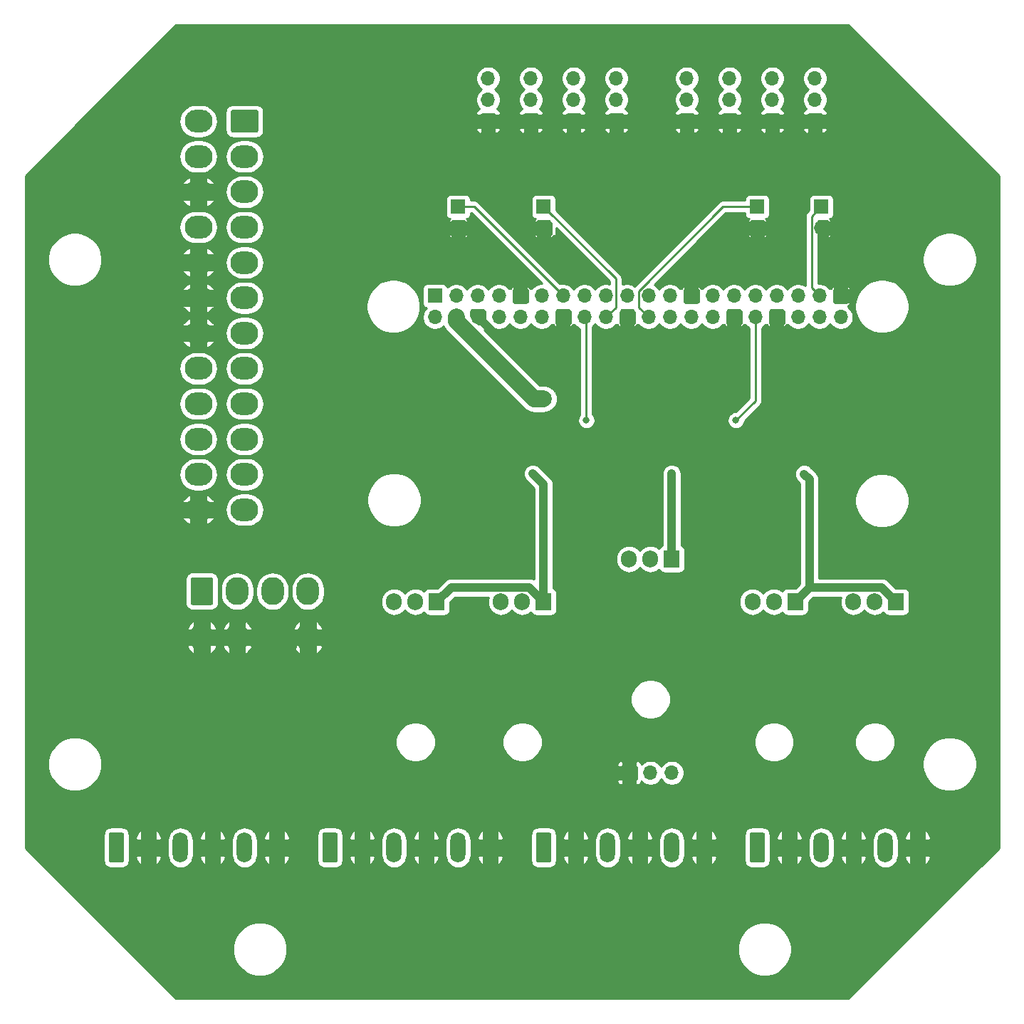
<source format=gbr>
G04 #@! TF.GenerationSoftware,KiCad,Pcbnew,5.1.8*
G04 #@! TF.CreationDate,2021-01-05T23:40:21+00:00*
G04 #@! TF.ProjectId,TheSun2,54686553-756e-4322-9e6b-696361645f70,1.0.8*
G04 #@! TF.SameCoordinates,Original*
G04 #@! TF.FileFunction,Copper,L2,Bot*
G04 #@! TF.FilePolarity,Positive*
%FSLAX46Y46*%
G04 Gerber Fmt 4.6, Leading zero omitted, Abs format (unit mm)*
G04 Created by KiCad (PCBNEW 5.1.8) date 2021-01-05 23:40:21*
%MOMM*%
%LPD*%
G01*
G04 APERTURE LIST*
G04 #@! TA.AperFunction,ComponentPad*
%ADD10O,3.300000X2.700000*%
G04 #@! TD*
G04 #@! TA.AperFunction,ComponentPad*
%ADD11O,2.700000X3.300000*%
G04 #@! TD*
G04 #@! TA.AperFunction,ComponentPad*
%ADD12O,1.800000X3.600000*%
G04 #@! TD*
G04 #@! TA.AperFunction,ComponentPad*
%ADD13R,1.700000X1.700000*%
G04 #@! TD*
G04 #@! TA.AperFunction,ComponentPad*
%ADD14O,1.700000X1.700000*%
G04 #@! TD*
G04 #@! TA.AperFunction,ComponentPad*
%ADD15O,1.905000X2.000000*%
G04 #@! TD*
G04 #@! TA.AperFunction,ComponentPad*
%ADD16R,1.905000X2.000000*%
G04 #@! TD*
G04 #@! TA.AperFunction,ViaPad*
%ADD17C,2.000000*%
G04 #@! TD*
G04 #@! TA.AperFunction,ViaPad*
%ADD18C,0.800000*%
G04 #@! TD*
G04 #@! TA.AperFunction,Conductor*
%ADD19C,2.000000*%
G04 #@! TD*
G04 #@! TA.AperFunction,Conductor*
%ADD20C,0.250000*%
G04 #@! TD*
G04 #@! TA.AperFunction,Conductor*
%ADD21C,1.000000*%
G04 #@! TD*
G04 #@! TA.AperFunction,Conductor*
%ADD22C,0.500000*%
G04 #@! TD*
G04 #@! TA.AperFunction,Conductor*
%ADD23C,5.000000*%
G04 #@! TD*
G04 #@! TA.AperFunction,Conductor*
%ADD24C,0.254000*%
G04 #@! TD*
G04 #@! TA.AperFunction,Conductor*
%ADD25C,0.100000*%
G04 #@! TD*
G04 APERTURE END LIST*
D10*
X162680000Y-79760000D03*
X162680000Y-75560000D03*
X162680000Y-71360000D03*
X162680000Y-67160000D03*
X162680000Y-62960000D03*
X162680000Y-58760000D03*
X162680000Y-54560000D03*
X162680000Y-50360000D03*
X162680000Y-46160000D03*
X162680000Y-41960000D03*
X162680000Y-37760000D03*
X162680000Y-33560000D03*
X168180000Y-79760000D03*
X168180000Y-75560000D03*
X168180000Y-71360000D03*
X168180000Y-67160000D03*
X168180000Y-62960000D03*
X168180000Y-58760000D03*
X168180000Y-54560000D03*
X168180000Y-50360000D03*
X168180000Y-46160000D03*
X168180000Y-41960000D03*
X168180000Y-37760000D03*
G04 #@! TA.AperFunction,ComponentPad*
G36*
G01*
X166780001Y-32210000D02*
X169579999Y-32210000D01*
G75*
G02*
X169830000Y-32460001I0J-250001D01*
G01*
X169830000Y-34659999D01*
G75*
G02*
X169579999Y-34910000I-250001J0D01*
G01*
X166780001Y-34910000D01*
G75*
G02*
X166530000Y-34659999I0J250001D01*
G01*
X166530000Y-32460001D01*
G75*
G02*
X166780001Y-32210000I250001J0D01*
G01*
G37*
G04 #@! TD.AperFunction*
G04 #@! TA.AperFunction,ComponentPad*
G36*
G01*
X161750000Y-90839999D02*
X161750000Y-88040001D01*
G75*
G02*
X162000001Y-87790000I250001J0D01*
G01*
X164199999Y-87790000D01*
G75*
G02*
X164450000Y-88040001I0J-250001D01*
G01*
X164450000Y-90839999D01*
G75*
G02*
X164199999Y-91090000I-250001J0D01*
G01*
X162000001Y-91090000D01*
G75*
G02*
X161750000Y-90839999I0J250001D01*
G01*
G37*
G04 #@! TD.AperFunction*
D11*
X167300000Y-89440000D03*
X171500000Y-89440000D03*
X175700000Y-89440000D03*
X163100000Y-94940000D03*
X167300000Y-94940000D03*
X171500000Y-94940000D03*
X175700000Y-94940000D03*
D12*
X171990000Y-119920000D03*
X168180000Y-119920000D03*
X164370000Y-119920000D03*
X160560000Y-119920000D03*
X156750000Y-119920000D03*
G04 #@! TA.AperFunction,ComponentPad*
G36*
G01*
X152040000Y-121470000D02*
X152040000Y-118370000D01*
G75*
G02*
X152290000Y-118120000I250000J0D01*
G01*
X153590000Y-118120000D01*
G75*
G02*
X153840000Y-118370000I0J-250000D01*
G01*
X153840000Y-121470000D01*
G75*
G02*
X153590000Y-121720000I-250000J0D01*
G01*
X152290000Y-121720000D01*
G75*
G02*
X152040000Y-121470000I0J250000D01*
G01*
G37*
G04 #@! TD.AperFunction*
X197390000Y-119920000D03*
X193580000Y-119920000D03*
X189770000Y-119920000D03*
X185960000Y-119920000D03*
X182150000Y-119920000D03*
G04 #@! TA.AperFunction,ComponentPad*
G36*
G01*
X177440000Y-121470000D02*
X177440000Y-118370000D01*
G75*
G02*
X177690000Y-118120000I250000J0D01*
G01*
X178990000Y-118120000D01*
G75*
G02*
X179240000Y-118370000I0J-250000D01*
G01*
X179240000Y-121470000D01*
G75*
G02*
X178990000Y-121720000I-250000J0D01*
G01*
X177690000Y-121720000D01*
G75*
G02*
X177440000Y-121470000I0J250000D01*
G01*
G37*
G04 #@! TD.AperFunction*
X248190000Y-119920000D03*
X244380000Y-119920000D03*
X240570000Y-119920000D03*
X236760000Y-119920000D03*
X232950000Y-119920000D03*
G04 #@! TA.AperFunction,ComponentPad*
G36*
G01*
X228240000Y-121470000D02*
X228240000Y-118370000D01*
G75*
G02*
X228490000Y-118120000I250000J0D01*
G01*
X229790000Y-118120000D01*
G75*
G02*
X230040000Y-118370000I0J-250000D01*
G01*
X230040000Y-121470000D01*
G75*
G02*
X229790000Y-121720000I-250000J0D01*
G01*
X228490000Y-121720000D01*
G75*
G02*
X228240000Y-121470000I0J250000D01*
G01*
G37*
G04 #@! TD.AperFunction*
X222790000Y-119920000D03*
X218980000Y-119920000D03*
X215170000Y-119920000D03*
X211360000Y-119920000D03*
X207550000Y-119920000D03*
G04 #@! TA.AperFunction,ComponentPad*
G36*
G01*
X202840000Y-121470000D02*
X202840000Y-118370000D01*
G75*
G02*
X203090000Y-118120000I250000J0D01*
G01*
X204390000Y-118120000D01*
G75*
G02*
X204640000Y-118370000I0J-250000D01*
G01*
X204640000Y-121470000D01*
G75*
G02*
X204390000Y-121720000I-250000J0D01*
G01*
X203090000Y-121720000D01*
G75*
G02*
X202840000Y-121470000I0J250000D01*
G01*
G37*
G04 #@! TD.AperFunction*
D13*
X190811400Y-54324500D03*
D14*
X190811400Y-56864500D03*
X193351400Y-54324500D03*
X193351400Y-56864500D03*
X195891400Y-54324500D03*
X195891400Y-56864500D03*
X198431400Y-54324500D03*
X198431400Y-56864500D03*
X200971400Y-54324500D03*
X200971400Y-56864500D03*
X203511400Y-54324500D03*
X203511400Y-56864500D03*
X206051400Y-54324500D03*
X206051400Y-56864500D03*
X208591400Y-54324500D03*
X208591400Y-56864500D03*
X211131400Y-54324500D03*
X211131400Y-56864500D03*
X213671400Y-54324500D03*
X213671400Y-56864500D03*
X216211400Y-54324500D03*
X216211400Y-56864500D03*
X218751400Y-54324500D03*
X218751400Y-56864500D03*
X221291400Y-54324500D03*
X221291400Y-56864500D03*
X223831400Y-54324500D03*
X223831400Y-56864500D03*
X226371400Y-54324500D03*
X226371400Y-56864500D03*
X228911400Y-54324500D03*
X228911400Y-56864500D03*
X231451400Y-54324500D03*
X231451400Y-56864500D03*
X233991400Y-54324500D03*
X233991400Y-56864500D03*
X236531400Y-54324500D03*
X236531400Y-56864500D03*
X239071400Y-54324500D03*
X239071400Y-56864500D03*
D15*
X185960000Y-90710000D03*
X188500000Y-90710000D03*
D16*
X191040000Y-90710000D03*
D15*
X240570000Y-90710000D03*
X243110000Y-90710000D03*
D16*
X245650000Y-90710000D03*
D15*
X213900000Y-85630000D03*
X216440000Y-85630000D03*
D16*
X218980000Y-85630000D03*
D15*
X198660000Y-90710000D03*
X201200000Y-90710000D03*
D16*
X203740000Y-90710000D03*
D15*
X228570000Y-90710000D03*
X231110000Y-90710000D03*
D16*
X233650000Y-90710000D03*
D14*
X203740000Y-46260000D03*
D13*
X203740000Y-43720000D03*
D14*
X229140000Y-46260000D03*
D13*
X229140000Y-43720000D03*
D14*
X236760000Y-46260000D03*
D13*
X236760000Y-43720000D03*
D14*
X193580000Y-46260000D03*
D13*
X193580000Y-43720000D03*
D14*
X218980000Y-111030000D03*
X216440000Y-111030000D03*
D13*
X213900000Y-111030000D03*
D14*
X197136000Y-28480000D03*
X197136000Y-31020000D03*
D13*
X197136000Y-33560000D03*
D14*
X202216000Y-28480000D03*
X202216000Y-31020000D03*
D13*
X202216000Y-33560000D03*
D14*
X207296000Y-28480000D03*
X207296000Y-31020000D03*
D13*
X207296000Y-33560000D03*
D14*
X212376000Y-28480000D03*
X212376000Y-31020000D03*
D13*
X212376000Y-33560000D03*
D14*
X220758000Y-28480000D03*
X220758000Y-31020000D03*
D13*
X220758000Y-33560000D03*
D14*
X225838000Y-28480000D03*
X225838000Y-31020000D03*
D13*
X225838000Y-33560000D03*
D14*
X230918000Y-28480000D03*
X230918000Y-31020000D03*
D13*
X230918000Y-33560000D03*
D14*
X235998000Y-28480000D03*
X235998000Y-31020000D03*
D13*
X235998000Y-33560000D03*
D17*
X203740000Y-66580000D03*
D18*
X234702000Y-75496000D03*
X226600000Y-69120000D03*
X202454000Y-75454000D03*
X218964000Y-75454000D03*
X208820000Y-69120000D03*
D17*
X180880000Y-61500000D03*
X224060000Y-48800000D03*
D19*
X193351400Y-57358502D02*
X193351400Y-56864500D01*
X202572898Y-66580000D02*
X193351400Y-57358502D01*
X203740000Y-66580000D02*
X203740000Y-66580000D01*
X203740000Y-66580000D02*
X202572898Y-66580000D01*
D20*
X195446900Y-43720000D02*
X206051400Y-54324500D01*
X193580000Y-43720000D02*
X195446900Y-43720000D01*
X212306401Y-52286401D02*
X203740000Y-43720000D01*
X212306401Y-55689499D02*
X212306401Y-52286401D01*
X211131400Y-56864500D02*
X212306401Y-55689499D01*
X215036399Y-55689499D02*
X216211400Y-56864500D01*
X215036399Y-53760499D02*
X215036399Y-55689499D01*
X225076898Y-43720000D02*
X215036399Y-53760499D01*
X229140000Y-43720000D02*
X225076898Y-43720000D01*
X235584999Y-53378099D02*
X236531400Y-54324500D01*
X235584999Y-44895001D02*
X235584999Y-53378099D01*
X236760000Y-43720000D02*
X235584999Y-44895001D01*
D21*
X243949990Y-89009990D02*
X245650000Y-90710000D01*
X235350010Y-89009990D02*
X243949990Y-89009990D01*
X233650000Y-90710000D02*
X235350010Y-89009990D01*
X235350010Y-76144010D02*
X234702000Y-75496000D01*
X235350010Y-89009990D02*
X235350010Y-76144010D01*
D20*
X228911400Y-66808600D02*
X228911400Y-56864500D01*
X226600000Y-69120000D02*
X228911400Y-66808600D01*
D21*
X203740000Y-90710000D02*
X203740000Y-76740000D01*
X203740000Y-76740000D02*
X202454000Y-75454000D01*
X192740010Y-89009990D02*
X191040000Y-90710000D01*
X202039990Y-89009990D02*
X192740010Y-89009990D01*
X203740000Y-90710000D02*
X202039990Y-89009990D01*
D22*
X218980000Y-75470000D02*
X218964000Y-75454000D01*
D21*
X218964000Y-85614000D02*
X218980000Y-85630000D01*
X218964000Y-75454000D02*
X218964000Y-85614000D01*
D20*
X208820000Y-57093100D02*
X208591400Y-56864500D01*
X208820000Y-69120000D02*
X208820000Y-57093100D01*
D23*
X171990000Y-95430000D02*
X171500000Y-94940000D01*
D21*
X195891400Y-56864500D02*
X197986900Y-58960000D01*
D24*
X257873000Y-40052606D02*
X257873000Y-119947394D01*
X239947394Y-137873000D01*
X160052606Y-137873000D01*
X153861774Y-131682168D01*
X166773000Y-131682168D01*
X166773000Y-132317832D01*
X166897012Y-132941281D01*
X167140270Y-133528558D01*
X167493425Y-134057093D01*
X167942907Y-134506575D01*
X168471442Y-134859730D01*
X169058719Y-135102988D01*
X169682168Y-135227000D01*
X170317832Y-135227000D01*
X170941281Y-135102988D01*
X171528558Y-134859730D01*
X172057093Y-134506575D01*
X172506575Y-134057093D01*
X172859730Y-133528558D01*
X173102988Y-132941281D01*
X173227000Y-132317832D01*
X173227000Y-131682168D01*
X226773000Y-131682168D01*
X226773000Y-132317832D01*
X226897012Y-132941281D01*
X227140270Y-133528558D01*
X227493425Y-134057093D01*
X227942907Y-134506575D01*
X228471442Y-134859730D01*
X229058719Y-135102988D01*
X229682168Y-135227000D01*
X230317832Y-135227000D01*
X230941281Y-135102988D01*
X231528558Y-134859730D01*
X232057093Y-134506575D01*
X232506575Y-134057093D01*
X232859730Y-133528558D01*
X233102988Y-132941281D01*
X233227000Y-132317832D01*
X233227000Y-131682168D01*
X233102988Y-131058719D01*
X232859730Y-130471442D01*
X232506575Y-129942907D01*
X232057093Y-129493425D01*
X231528558Y-129140270D01*
X230941281Y-128897012D01*
X230317832Y-128773000D01*
X229682168Y-128773000D01*
X229058719Y-128897012D01*
X228471442Y-129140270D01*
X227942907Y-129493425D01*
X227493425Y-129942907D01*
X227140270Y-130471442D01*
X226897012Y-131058719D01*
X226773000Y-131682168D01*
X173227000Y-131682168D01*
X173102988Y-131058719D01*
X172859730Y-130471442D01*
X172506575Y-129942907D01*
X172057093Y-129493425D01*
X171528558Y-129140270D01*
X170941281Y-128897012D01*
X170317832Y-128773000D01*
X169682168Y-128773000D01*
X169058719Y-128897012D01*
X168471442Y-129140270D01*
X167942907Y-129493425D01*
X167493425Y-129942907D01*
X167140270Y-130471442D01*
X166897012Y-131058719D01*
X166773000Y-131682168D01*
X153861774Y-131682168D01*
X142127000Y-119947394D01*
X142127000Y-118370000D01*
X151401928Y-118370000D01*
X151401928Y-121470000D01*
X151418992Y-121643254D01*
X151469528Y-121809850D01*
X151551595Y-121963386D01*
X151662038Y-122097962D01*
X151796614Y-122208405D01*
X151950150Y-122290472D01*
X152116746Y-122341008D01*
X152290000Y-122358072D01*
X153590000Y-122358072D01*
X153763254Y-122341008D01*
X153929850Y-122290472D01*
X154083386Y-122208405D01*
X154217962Y-122097962D01*
X154328405Y-121963386D01*
X154410472Y-121809850D01*
X154461008Y-121643254D01*
X154478072Y-121470000D01*
X154478072Y-121034657D01*
X155222111Y-121034657D01*
X155293346Y-121328609D01*
X155420560Y-121603015D01*
X155598863Y-121847330D01*
X155779060Y-122008907D01*
X155977000Y-121958655D01*
X155977000Y-120793000D01*
X157523000Y-120793000D01*
X157523000Y-121958655D01*
X157720940Y-122008907D01*
X157901137Y-121847330D01*
X158079440Y-121603015D01*
X158206654Y-121328609D01*
X158277889Y-121034657D01*
X158133908Y-120793000D01*
X157523000Y-120793000D01*
X155977000Y-120793000D01*
X155366092Y-120793000D01*
X155222111Y-121034657D01*
X154478072Y-121034657D01*
X154478072Y-118805343D01*
X155222111Y-118805343D01*
X155366092Y-119047000D01*
X155977000Y-119047000D01*
X155977000Y-117881345D01*
X157523000Y-117881345D01*
X157523000Y-119047000D01*
X158133908Y-119047000D01*
X158194922Y-118944593D01*
X159025000Y-118944593D01*
X159025000Y-120895408D01*
X159047211Y-121120913D01*
X159134984Y-121410261D01*
X159277520Y-121676927D01*
X159469340Y-121910661D01*
X159703074Y-122102481D01*
X159969740Y-122245017D01*
X160259088Y-122332790D01*
X160560000Y-122362427D01*
X160860913Y-122332790D01*
X161150261Y-122245017D01*
X161416927Y-122102481D01*
X161650661Y-121910661D01*
X161842481Y-121676927D01*
X161985017Y-121410261D01*
X162072790Y-121120913D01*
X162081285Y-121034657D01*
X162842111Y-121034657D01*
X162913346Y-121328609D01*
X163040560Y-121603015D01*
X163218863Y-121847330D01*
X163399060Y-122008907D01*
X163597000Y-121958655D01*
X163597000Y-120793000D01*
X165143000Y-120793000D01*
X165143000Y-121958655D01*
X165340940Y-122008907D01*
X165521137Y-121847330D01*
X165699440Y-121603015D01*
X165826654Y-121328609D01*
X165897889Y-121034657D01*
X165753908Y-120793000D01*
X165143000Y-120793000D01*
X163597000Y-120793000D01*
X162986092Y-120793000D01*
X162842111Y-121034657D01*
X162081285Y-121034657D01*
X162095000Y-120895408D01*
X162095000Y-118944592D01*
X162081286Y-118805343D01*
X162842111Y-118805343D01*
X162986092Y-119047000D01*
X163597000Y-119047000D01*
X163597000Y-117881345D01*
X165143000Y-117881345D01*
X165143000Y-119047000D01*
X165753908Y-119047000D01*
X165814922Y-118944593D01*
X166645000Y-118944593D01*
X166645000Y-120895408D01*
X166667211Y-121120913D01*
X166754984Y-121410261D01*
X166897520Y-121676927D01*
X167089340Y-121910661D01*
X167323074Y-122102481D01*
X167589740Y-122245017D01*
X167879088Y-122332790D01*
X168180000Y-122362427D01*
X168480913Y-122332790D01*
X168770261Y-122245017D01*
X169036927Y-122102481D01*
X169270661Y-121910661D01*
X169462481Y-121676927D01*
X169605017Y-121410261D01*
X169692790Y-121120913D01*
X169701285Y-121034657D01*
X170462111Y-121034657D01*
X170533346Y-121328609D01*
X170660560Y-121603015D01*
X170838863Y-121847330D01*
X171019060Y-122008907D01*
X171217000Y-121958655D01*
X171217000Y-120793000D01*
X172763000Y-120793000D01*
X172763000Y-121958655D01*
X172960940Y-122008907D01*
X173141137Y-121847330D01*
X173319440Y-121603015D01*
X173446654Y-121328609D01*
X173517889Y-121034657D01*
X173373908Y-120793000D01*
X172763000Y-120793000D01*
X171217000Y-120793000D01*
X170606092Y-120793000D01*
X170462111Y-121034657D01*
X169701285Y-121034657D01*
X169715000Y-120895408D01*
X169715000Y-118944592D01*
X169701286Y-118805343D01*
X170462111Y-118805343D01*
X170606092Y-119047000D01*
X171217000Y-119047000D01*
X171217000Y-117881345D01*
X172763000Y-117881345D01*
X172763000Y-119047000D01*
X173373908Y-119047000D01*
X173517889Y-118805343D01*
X173446654Y-118511391D01*
X173381106Y-118370000D01*
X176801928Y-118370000D01*
X176801928Y-121470000D01*
X176818992Y-121643254D01*
X176869528Y-121809850D01*
X176951595Y-121963386D01*
X177062038Y-122097962D01*
X177196614Y-122208405D01*
X177350150Y-122290472D01*
X177516746Y-122341008D01*
X177690000Y-122358072D01*
X178990000Y-122358072D01*
X179163254Y-122341008D01*
X179329850Y-122290472D01*
X179483386Y-122208405D01*
X179617962Y-122097962D01*
X179728405Y-121963386D01*
X179810472Y-121809850D01*
X179861008Y-121643254D01*
X179878072Y-121470000D01*
X179878072Y-121034657D01*
X180622111Y-121034657D01*
X180693346Y-121328609D01*
X180820560Y-121603015D01*
X180998863Y-121847330D01*
X181179060Y-122008907D01*
X181377000Y-121958655D01*
X181377000Y-120793000D01*
X182923000Y-120793000D01*
X182923000Y-121958655D01*
X183120940Y-122008907D01*
X183301137Y-121847330D01*
X183479440Y-121603015D01*
X183606654Y-121328609D01*
X183677889Y-121034657D01*
X183533908Y-120793000D01*
X182923000Y-120793000D01*
X181377000Y-120793000D01*
X180766092Y-120793000D01*
X180622111Y-121034657D01*
X179878072Y-121034657D01*
X179878072Y-118805343D01*
X180622111Y-118805343D01*
X180766092Y-119047000D01*
X181377000Y-119047000D01*
X181377000Y-117881345D01*
X182923000Y-117881345D01*
X182923000Y-119047000D01*
X183533908Y-119047000D01*
X183594922Y-118944593D01*
X184425000Y-118944593D01*
X184425000Y-120895408D01*
X184447211Y-121120913D01*
X184534984Y-121410261D01*
X184677520Y-121676927D01*
X184869340Y-121910661D01*
X185103074Y-122102481D01*
X185369740Y-122245017D01*
X185659088Y-122332790D01*
X185960000Y-122362427D01*
X186260913Y-122332790D01*
X186550261Y-122245017D01*
X186816927Y-122102481D01*
X187050661Y-121910661D01*
X187242481Y-121676927D01*
X187385017Y-121410261D01*
X187472790Y-121120913D01*
X187481285Y-121034657D01*
X188242111Y-121034657D01*
X188313346Y-121328609D01*
X188440560Y-121603015D01*
X188618863Y-121847330D01*
X188799060Y-122008907D01*
X188997000Y-121958655D01*
X188997000Y-120793000D01*
X190543000Y-120793000D01*
X190543000Y-121958655D01*
X190740940Y-122008907D01*
X190921137Y-121847330D01*
X191099440Y-121603015D01*
X191226654Y-121328609D01*
X191297889Y-121034657D01*
X191153908Y-120793000D01*
X190543000Y-120793000D01*
X188997000Y-120793000D01*
X188386092Y-120793000D01*
X188242111Y-121034657D01*
X187481285Y-121034657D01*
X187495000Y-120895408D01*
X187495000Y-118944592D01*
X187481286Y-118805343D01*
X188242111Y-118805343D01*
X188386092Y-119047000D01*
X188997000Y-119047000D01*
X188997000Y-117881345D01*
X190543000Y-117881345D01*
X190543000Y-119047000D01*
X191153908Y-119047000D01*
X191214922Y-118944593D01*
X192045000Y-118944593D01*
X192045000Y-120895408D01*
X192067211Y-121120913D01*
X192154984Y-121410261D01*
X192297520Y-121676927D01*
X192489340Y-121910661D01*
X192723074Y-122102481D01*
X192989740Y-122245017D01*
X193279088Y-122332790D01*
X193580000Y-122362427D01*
X193880913Y-122332790D01*
X194170261Y-122245017D01*
X194436927Y-122102481D01*
X194670661Y-121910661D01*
X194862481Y-121676927D01*
X195005017Y-121410261D01*
X195092790Y-121120913D01*
X195101285Y-121034657D01*
X195862111Y-121034657D01*
X195933346Y-121328609D01*
X196060560Y-121603015D01*
X196238863Y-121847330D01*
X196419060Y-122008907D01*
X196617000Y-121958655D01*
X196617000Y-120793000D01*
X198163000Y-120793000D01*
X198163000Y-121958655D01*
X198360940Y-122008907D01*
X198541137Y-121847330D01*
X198719440Y-121603015D01*
X198846654Y-121328609D01*
X198917889Y-121034657D01*
X198773908Y-120793000D01*
X198163000Y-120793000D01*
X196617000Y-120793000D01*
X196006092Y-120793000D01*
X195862111Y-121034657D01*
X195101285Y-121034657D01*
X195115000Y-120895408D01*
X195115000Y-118944592D01*
X195101286Y-118805343D01*
X195862111Y-118805343D01*
X196006092Y-119047000D01*
X196617000Y-119047000D01*
X196617000Y-117881345D01*
X198163000Y-117881345D01*
X198163000Y-119047000D01*
X198773908Y-119047000D01*
X198917889Y-118805343D01*
X198846654Y-118511391D01*
X198781106Y-118370000D01*
X202201928Y-118370000D01*
X202201928Y-121470000D01*
X202218992Y-121643254D01*
X202269528Y-121809850D01*
X202351595Y-121963386D01*
X202462038Y-122097962D01*
X202596614Y-122208405D01*
X202750150Y-122290472D01*
X202916746Y-122341008D01*
X203090000Y-122358072D01*
X204390000Y-122358072D01*
X204563254Y-122341008D01*
X204729850Y-122290472D01*
X204883386Y-122208405D01*
X205017962Y-122097962D01*
X205128405Y-121963386D01*
X205210472Y-121809850D01*
X205261008Y-121643254D01*
X205278072Y-121470000D01*
X205278072Y-121034657D01*
X206022111Y-121034657D01*
X206093346Y-121328609D01*
X206220560Y-121603015D01*
X206398863Y-121847330D01*
X206579060Y-122008907D01*
X206777000Y-121958655D01*
X206777000Y-120793000D01*
X208323000Y-120793000D01*
X208323000Y-121958655D01*
X208520940Y-122008907D01*
X208701137Y-121847330D01*
X208879440Y-121603015D01*
X209006654Y-121328609D01*
X209077889Y-121034657D01*
X208933908Y-120793000D01*
X208323000Y-120793000D01*
X206777000Y-120793000D01*
X206166092Y-120793000D01*
X206022111Y-121034657D01*
X205278072Y-121034657D01*
X205278072Y-118805343D01*
X206022111Y-118805343D01*
X206166092Y-119047000D01*
X206777000Y-119047000D01*
X206777000Y-117881345D01*
X208323000Y-117881345D01*
X208323000Y-119047000D01*
X208933908Y-119047000D01*
X208994922Y-118944593D01*
X209825000Y-118944593D01*
X209825000Y-120895408D01*
X209847211Y-121120913D01*
X209934984Y-121410261D01*
X210077520Y-121676927D01*
X210269340Y-121910661D01*
X210503074Y-122102481D01*
X210769740Y-122245017D01*
X211059088Y-122332790D01*
X211360000Y-122362427D01*
X211660913Y-122332790D01*
X211950261Y-122245017D01*
X212216927Y-122102481D01*
X212450661Y-121910661D01*
X212642481Y-121676927D01*
X212785017Y-121410261D01*
X212872790Y-121120913D01*
X212881285Y-121034657D01*
X213642111Y-121034657D01*
X213713346Y-121328609D01*
X213840560Y-121603015D01*
X214018863Y-121847330D01*
X214199060Y-122008907D01*
X214397000Y-121958655D01*
X214397000Y-120793000D01*
X215943000Y-120793000D01*
X215943000Y-121958655D01*
X216140940Y-122008907D01*
X216321137Y-121847330D01*
X216499440Y-121603015D01*
X216626654Y-121328609D01*
X216697889Y-121034657D01*
X216553908Y-120793000D01*
X215943000Y-120793000D01*
X214397000Y-120793000D01*
X213786092Y-120793000D01*
X213642111Y-121034657D01*
X212881285Y-121034657D01*
X212895000Y-120895408D01*
X212895000Y-118944592D01*
X212881286Y-118805343D01*
X213642111Y-118805343D01*
X213786092Y-119047000D01*
X214397000Y-119047000D01*
X214397000Y-117881345D01*
X215943000Y-117881345D01*
X215943000Y-119047000D01*
X216553908Y-119047000D01*
X216614922Y-118944593D01*
X217445000Y-118944593D01*
X217445000Y-120895408D01*
X217467211Y-121120913D01*
X217554984Y-121410261D01*
X217697520Y-121676927D01*
X217889340Y-121910661D01*
X218123074Y-122102481D01*
X218389740Y-122245017D01*
X218679088Y-122332790D01*
X218980000Y-122362427D01*
X219280913Y-122332790D01*
X219570261Y-122245017D01*
X219836927Y-122102481D01*
X220070661Y-121910661D01*
X220262481Y-121676927D01*
X220405017Y-121410261D01*
X220492790Y-121120913D01*
X220501285Y-121034657D01*
X221262111Y-121034657D01*
X221333346Y-121328609D01*
X221460560Y-121603015D01*
X221638863Y-121847330D01*
X221819060Y-122008907D01*
X222017000Y-121958655D01*
X222017000Y-120793000D01*
X223563000Y-120793000D01*
X223563000Y-121958655D01*
X223760940Y-122008907D01*
X223941137Y-121847330D01*
X224119440Y-121603015D01*
X224246654Y-121328609D01*
X224317889Y-121034657D01*
X224173908Y-120793000D01*
X223563000Y-120793000D01*
X222017000Y-120793000D01*
X221406092Y-120793000D01*
X221262111Y-121034657D01*
X220501285Y-121034657D01*
X220515000Y-120895408D01*
X220515000Y-118944592D01*
X220501286Y-118805343D01*
X221262111Y-118805343D01*
X221406092Y-119047000D01*
X222017000Y-119047000D01*
X222017000Y-117881345D01*
X223563000Y-117881345D01*
X223563000Y-119047000D01*
X224173908Y-119047000D01*
X224317889Y-118805343D01*
X224246654Y-118511391D01*
X224181106Y-118370000D01*
X227601928Y-118370000D01*
X227601928Y-121470000D01*
X227618992Y-121643254D01*
X227669528Y-121809850D01*
X227751595Y-121963386D01*
X227862038Y-122097962D01*
X227996614Y-122208405D01*
X228150150Y-122290472D01*
X228316746Y-122341008D01*
X228490000Y-122358072D01*
X229790000Y-122358072D01*
X229963254Y-122341008D01*
X230129850Y-122290472D01*
X230283386Y-122208405D01*
X230417962Y-122097962D01*
X230528405Y-121963386D01*
X230610472Y-121809850D01*
X230661008Y-121643254D01*
X230678072Y-121470000D01*
X230678072Y-121034657D01*
X231422111Y-121034657D01*
X231493346Y-121328609D01*
X231620560Y-121603015D01*
X231798863Y-121847330D01*
X231979060Y-122008907D01*
X232177000Y-121958655D01*
X232177000Y-120793000D01*
X233723000Y-120793000D01*
X233723000Y-121958655D01*
X233920940Y-122008907D01*
X234101137Y-121847330D01*
X234279440Y-121603015D01*
X234406654Y-121328609D01*
X234477889Y-121034657D01*
X234333908Y-120793000D01*
X233723000Y-120793000D01*
X232177000Y-120793000D01*
X231566092Y-120793000D01*
X231422111Y-121034657D01*
X230678072Y-121034657D01*
X230678072Y-118805343D01*
X231422111Y-118805343D01*
X231566092Y-119047000D01*
X232177000Y-119047000D01*
X232177000Y-117881345D01*
X233723000Y-117881345D01*
X233723000Y-119047000D01*
X234333908Y-119047000D01*
X234394922Y-118944593D01*
X235225000Y-118944593D01*
X235225000Y-120895408D01*
X235247211Y-121120913D01*
X235334984Y-121410261D01*
X235477520Y-121676927D01*
X235669340Y-121910661D01*
X235903074Y-122102481D01*
X236169740Y-122245017D01*
X236459088Y-122332790D01*
X236760000Y-122362427D01*
X237060913Y-122332790D01*
X237350261Y-122245017D01*
X237616927Y-122102481D01*
X237850661Y-121910661D01*
X238042481Y-121676927D01*
X238185017Y-121410261D01*
X238272790Y-121120913D01*
X238281285Y-121034657D01*
X239042111Y-121034657D01*
X239113346Y-121328609D01*
X239240560Y-121603015D01*
X239418863Y-121847330D01*
X239599060Y-122008907D01*
X239797000Y-121958655D01*
X239797000Y-120793000D01*
X241343000Y-120793000D01*
X241343000Y-121958655D01*
X241540940Y-122008907D01*
X241721137Y-121847330D01*
X241899440Y-121603015D01*
X242026654Y-121328609D01*
X242097889Y-121034657D01*
X241953908Y-120793000D01*
X241343000Y-120793000D01*
X239797000Y-120793000D01*
X239186092Y-120793000D01*
X239042111Y-121034657D01*
X238281285Y-121034657D01*
X238295000Y-120895408D01*
X238295000Y-118944592D01*
X238281286Y-118805343D01*
X239042111Y-118805343D01*
X239186092Y-119047000D01*
X239797000Y-119047000D01*
X239797000Y-117881345D01*
X241343000Y-117881345D01*
X241343000Y-119047000D01*
X241953908Y-119047000D01*
X242014922Y-118944593D01*
X242845000Y-118944593D01*
X242845000Y-120895408D01*
X242867211Y-121120913D01*
X242954984Y-121410261D01*
X243097520Y-121676927D01*
X243289340Y-121910661D01*
X243523074Y-122102481D01*
X243789740Y-122245017D01*
X244079088Y-122332790D01*
X244380000Y-122362427D01*
X244680913Y-122332790D01*
X244970261Y-122245017D01*
X245236927Y-122102481D01*
X245470661Y-121910661D01*
X245662481Y-121676927D01*
X245805017Y-121410261D01*
X245892790Y-121120913D01*
X245901285Y-121034657D01*
X246662111Y-121034657D01*
X246733346Y-121328609D01*
X246860560Y-121603015D01*
X247038863Y-121847330D01*
X247219060Y-122008907D01*
X247417000Y-121958655D01*
X247417000Y-120793000D01*
X248963000Y-120793000D01*
X248963000Y-121958655D01*
X249160940Y-122008907D01*
X249341137Y-121847330D01*
X249519440Y-121603015D01*
X249646654Y-121328609D01*
X249717889Y-121034657D01*
X249573908Y-120793000D01*
X248963000Y-120793000D01*
X247417000Y-120793000D01*
X246806092Y-120793000D01*
X246662111Y-121034657D01*
X245901285Y-121034657D01*
X245915000Y-120895408D01*
X245915000Y-118944592D01*
X245901286Y-118805343D01*
X246662111Y-118805343D01*
X246806092Y-119047000D01*
X247417000Y-119047000D01*
X247417000Y-117881345D01*
X248963000Y-117881345D01*
X248963000Y-119047000D01*
X249573908Y-119047000D01*
X249717889Y-118805343D01*
X249646654Y-118511391D01*
X249519440Y-118236985D01*
X249341137Y-117992670D01*
X249160940Y-117831093D01*
X248963000Y-117881345D01*
X247417000Y-117881345D01*
X247219060Y-117831093D01*
X247038863Y-117992670D01*
X246860560Y-118236985D01*
X246733346Y-118511391D01*
X246662111Y-118805343D01*
X245901286Y-118805343D01*
X245892790Y-118719087D01*
X245805017Y-118429739D01*
X245662481Y-118163073D01*
X245470661Y-117929339D01*
X245236926Y-117737519D01*
X244970260Y-117594983D01*
X244680912Y-117507210D01*
X244380000Y-117477573D01*
X244079087Y-117507210D01*
X243789739Y-117594983D01*
X243523073Y-117737519D01*
X243289339Y-117929339D01*
X243097519Y-118163074D01*
X242954983Y-118429740D01*
X242867210Y-118719088D01*
X242845000Y-118944593D01*
X242014922Y-118944593D01*
X242097889Y-118805343D01*
X242026654Y-118511391D01*
X241899440Y-118236985D01*
X241721137Y-117992670D01*
X241540940Y-117831093D01*
X241343000Y-117881345D01*
X239797000Y-117881345D01*
X239599060Y-117831093D01*
X239418863Y-117992670D01*
X239240560Y-118236985D01*
X239113346Y-118511391D01*
X239042111Y-118805343D01*
X238281286Y-118805343D01*
X238272790Y-118719087D01*
X238185017Y-118429739D01*
X238042481Y-118163073D01*
X237850661Y-117929339D01*
X237616926Y-117737519D01*
X237350260Y-117594983D01*
X237060912Y-117507210D01*
X236760000Y-117477573D01*
X236459087Y-117507210D01*
X236169739Y-117594983D01*
X235903073Y-117737519D01*
X235669339Y-117929339D01*
X235477519Y-118163074D01*
X235334983Y-118429740D01*
X235247210Y-118719088D01*
X235225000Y-118944593D01*
X234394922Y-118944593D01*
X234477889Y-118805343D01*
X234406654Y-118511391D01*
X234279440Y-118236985D01*
X234101137Y-117992670D01*
X233920940Y-117831093D01*
X233723000Y-117881345D01*
X232177000Y-117881345D01*
X231979060Y-117831093D01*
X231798863Y-117992670D01*
X231620560Y-118236985D01*
X231493346Y-118511391D01*
X231422111Y-118805343D01*
X230678072Y-118805343D01*
X230678072Y-118370000D01*
X230661008Y-118196746D01*
X230610472Y-118030150D01*
X230528405Y-117876614D01*
X230417962Y-117742038D01*
X230283386Y-117631595D01*
X230129850Y-117549528D01*
X229963254Y-117498992D01*
X229790000Y-117481928D01*
X228490000Y-117481928D01*
X228316746Y-117498992D01*
X228150150Y-117549528D01*
X227996614Y-117631595D01*
X227862038Y-117742038D01*
X227751595Y-117876614D01*
X227669528Y-118030150D01*
X227618992Y-118196746D01*
X227601928Y-118370000D01*
X224181106Y-118370000D01*
X224119440Y-118236985D01*
X223941137Y-117992670D01*
X223760940Y-117831093D01*
X223563000Y-117881345D01*
X222017000Y-117881345D01*
X221819060Y-117831093D01*
X221638863Y-117992670D01*
X221460560Y-118236985D01*
X221333346Y-118511391D01*
X221262111Y-118805343D01*
X220501286Y-118805343D01*
X220492790Y-118719087D01*
X220405017Y-118429739D01*
X220262481Y-118163073D01*
X220070661Y-117929339D01*
X219836926Y-117737519D01*
X219570260Y-117594983D01*
X219280912Y-117507210D01*
X218980000Y-117477573D01*
X218679087Y-117507210D01*
X218389739Y-117594983D01*
X218123073Y-117737519D01*
X217889339Y-117929339D01*
X217697519Y-118163074D01*
X217554983Y-118429740D01*
X217467210Y-118719088D01*
X217445000Y-118944593D01*
X216614922Y-118944593D01*
X216697889Y-118805343D01*
X216626654Y-118511391D01*
X216499440Y-118236985D01*
X216321137Y-117992670D01*
X216140940Y-117831093D01*
X215943000Y-117881345D01*
X214397000Y-117881345D01*
X214199060Y-117831093D01*
X214018863Y-117992670D01*
X213840560Y-118236985D01*
X213713346Y-118511391D01*
X213642111Y-118805343D01*
X212881286Y-118805343D01*
X212872790Y-118719087D01*
X212785017Y-118429739D01*
X212642481Y-118163073D01*
X212450661Y-117929339D01*
X212216926Y-117737519D01*
X211950260Y-117594983D01*
X211660912Y-117507210D01*
X211360000Y-117477573D01*
X211059087Y-117507210D01*
X210769739Y-117594983D01*
X210503073Y-117737519D01*
X210269339Y-117929339D01*
X210077519Y-118163074D01*
X209934983Y-118429740D01*
X209847210Y-118719088D01*
X209825000Y-118944593D01*
X208994922Y-118944593D01*
X209077889Y-118805343D01*
X209006654Y-118511391D01*
X208879440Y-118236985D01*
X208701137Y-117992670D01*
X208520940Y-117831093D01*
X208323000Y-117881345D01*
X206777000Y-117881345D01*
X206579060Y-117831093D01*
X206398863Y-117992670D01*
X206220560Y-118236985D01*
X206093346Y-118511391D01*
X206022111Y-118805343D01*
X205278072Y-118805343D01*
X205278072Y-118370000D01*
X205261008Y-118196746D01*
X205210472Y-118030150D01*
X205128405Y-117876614D01*
X205017962Y-117742038D01*
X204883386Y-117631595D01*
X204729850Y-117549528D01*
X204563254Y-117498992D01*
X204390000Y-117481928D01*
X203090000Y-117481928D01*
X202916746Y-117498992D01*
X202750150Y-117549528D01*
X202596614Y-117631595D01*
X202462038Y-117742038D01*
X202351595Y-117876614D01*
X202269528Y-118030150D01*
X202218992Y-118196746D01*
X202201928Y-118370000D01*
X198781106Y-118370000D01*
X198719440Y-118236985D01*
X198541137Y-117992670D01*
X198360940Y-117831093D01*
X198163000Y-117881345D01*
X196617000Y-117881345D01*
X196419060Y-117831093D01*
X196238863Y-117992670D01*
X196060560Y-118236985D01*
X195933346Y-118511391D01*
X195862111Y-118805343D01*
X195101286Y-118805343D01*
X195092790Y-118719087D01*
X195005017Y-118429739D01*
X194862481Y-118163073D01*
X194670661Y-117929339D01*
X194436926Y-117737519D01*
X194170260Y-117594983D01*
X193880912Y-117507210D01*
X193580000Y-117477573D01*
X193279087Y-117507210D01*
X192989739Y-117594983D01*
X192723073Y-117737519D01*
X192489339Y-117929339D01*
X192297519Y-118163074D01*
X192154983Y-118429740D01*
X192067210Y-118719088D01*
X192045000Y-118944593D01*
X191214922Y-118944593D01*
X191297889Y-118805343D01*
X191226654Y-118511391D01*
X191099440Y-118236985D01*
X190921137Y-117992670D01*
X190740940Y-117831093D01*
X190543000Y-117881345D01*
X188997000Y-117881345D01*
X188799060Y-117831093D01*
X188618863Y-117992670D01*
X188440560Y-118236985D01*
X188313346Y-118511391D01*
X188242111Y-118805343D01*
X187481286Y-118805343D01*
X187472790Y-118719087D01*
X187385017Y-118429739D01*
X187242481Y-118163073D01*
X187050661Y-117929339D01*
X186816926Y-117737519D01*
X186550260Y-117594983D01*
X186260912Y-117507210D01*
X185960000Y-117477573D01*
X185659087Y-117507210D01*
X185369739Y-117594983D01*
X185103073Y-117737519D01*
X184869339Y-117929339D01*
X184677519Y-118163074D01*
X184534983Y-118429740D01*
X184447210Y-118719088D01*
X184425000Y-118944593D01*
X183594922Y-118944593D01*
X183677889Y-118805343D01*
X183606654Y-118511391D01*
X183479440Y-118236985D01*
X183301137Y-117992670D01*
X183120940Y-117831093D01*
X182923000Y-117881345D01*
X181377000Y-117881345D01*
X181179060Y-117831093D01*
X180998863Y-117992670D01*
X180820560Y-118236985D01*
X180693346Y-118511391D01*
X180622111Y-118805343D01*
X179878072Y-118805343D01*
X179878072Y-118370000D01*
X179861008Y-118196746D01*
X179810472Y-118030150D01*
X179728405Y-117876614D01*
X179617962Y-117742038D01*
X179483386Y-117631595D01*
X179329850Y-117549528D01*
X179163254Y-117498992D01*
X178990000Y-117481928D01*
X177690000Y-117481928D01*
X177516746Y-117498992D01*
X177350150Y-117549528D01*
X177196614Y-117631595D01*
X177062038Y-117742038D01*
X176951595Y-117876614D01*
X176869528Y-118030150D01*
X176818992Y-118196746D01*
X176801928Y-118370000D01*
X173381106Y-118370000D01*
X173319440Y-118236985D01*
X173141137Y-117992670D01*
X172960940Y-117831093D01*
X172763000Y-117881345D01*
X171217000Y-117881345D01*
X171019060Y-117831093D01*
X170838863Y-117992670D01*
X170660560Y-118236985D01*
X170533346Y-118511391D01*
X170462111Y-118805343D01*
X169701286Y-118805343D01*
X169692790Y-118719087D01*
X169605017Y-118429739D01*
X169462481Y-118163073D01*
X169270661Y-117929339D01*
X169036926Y-117737519D01*
X168770260Y-117594983D01*
X168480912Y-117507210D01*
X168180000Y-117477573D01*
X167879087Y-117507210D01*
X167589739Y-117594983D01*
X167323073Y-117737519D01*
X167089339Y-117929339D01*
X166897519Y-118163074D01*
X166754983Y-118429740D01*
X166667210Y-118719088D01*
X166645000Y-118944593D01*
X165814922Y-118944593D01*
X165897889Y-118805343D01*
X165826654Y-118511391D01*
X165699440Y-118236985D01*
X165521137Y-117992670D01*
X165340940Y-117831093D01*
X165143000Y-117881345D01*
X163597000Y-117881345D01*
X163399060Y-117831093D01*
X163218863Y-117992670D01*
X163040560Y-118236985D01*
X162913346Y-118511391D01*
X162842111Y-118805343D01*
X162081286Y-118805343D01*
X162072790Y-118719087D01*
X161985017Y-118429739D01*
X161842481Y-118163073D01*
X161650661Y-117929339D01*
X161416926Y-117737519D01*
X161150260Y-117594983D01*
X160860912Y-117507210D01*
X160560000Y-117477573D01*
X160259087Y-117507210D01*
X159969739Y-117594983D01*
X159703073Y-117737519D01*
X159469339Y-117929339D01*
X159277519Y-118163074D01*
X159134983Y-118429740D01*
X159047210Y-118719088D01*
X159025000Y-118944593D01*
X158194922Y-118944593D01*
X158277889Y-118805343D01*
X158206654Y-118511391D01*
X158079440Y-118236985D01*
X157901137Y-117992670D01*
X157720940Y-117831093D01*
X157523000Y-117881345D01*
X155977000Y-117881345D01*
X155779060Y-117831093D01*
X155598863Y-117992670D01*
X155420560Y-118236985D01*
X155293346Y-118511391D01*
X155222111Y-118805343D01*
X154478072Y-118805343D01*
X154478072Y-118370000D01*
X154461008Y-118196746D01*
X154410472Y-118030150D01*
X154328405Y-117876614D01*
X154217962Y-117742038D01*
X154083386Y-117631595D01*
X153929850Y-117549528D01*
X153763254Y-117498992D01*
X153590000Y-117481928D01*
X152290000Y-117481928D01*
X152116746Y-117498992D01*
X151950150Y-117549528D01*
X151796614Y-117631595D01*
X151662038Y-117742038D01*
X151551595Y-117876614D01*
X151469528Y-118030150D01*
X151418992Y-118196746D01*
X151401928Y-118370000D01*
X142127000Y-118370000D01*
X142127000Y-109682168D01*
X144773000Y-109682168D01*
X144773000Y-110317832D01*
X144897012Y-110941281D01*
X145140270Y-111528558D01*
X145493425Y-112057093D01*
X145942907Y-112506575D01*
X146471442Y-112859730D01*
X147058719Y-113102988D01*
X147682168Y-113227000D01*
X148317832Y-113227000D01*
X148941281Y-113102988D01*
X149528558Y-112859730D01*
X150057093Y-112506575D01*
X150506575Y-112057093D01*
X150603689Y-111911750D01*
X212415000Y-111911750D01*
X212425939Y-112012979D01*
X212463873Y-112132172D01*
X212524331Y-112241674D01*
X212604991Y-112337278D01*
X212702752Y-112415308D01*
X212813858Y-112472767D01*
X212934038Y-112507446D01*
X213018250Y-112515000D01*
X213177000Y-112356250D01*
X213177000Y-111753000D01*
X212573750Y-111753000D01*
X212415000Y-111911750D01*
X150603689Y-111911750D01*
X150859730Y-111528558D01*
X151102988Y-110941281D01*
X151227000Y-110317832D01*
X151227000Y-110148250D01*
X212415000Y-110148250D01*
X212573750Y-110307000D01*
X213177000Y-110307000D01*
X213177000Y-109703750D01*
X214623000Y-109703750D01*
X214623000Y-110307000D01*
X214750000Y-110307000D01*
X214750000Y-111753000D01*
X214623000Y-111753000D01*
X214623000Y-112356250D01*
X214781750Y-112515000D01*
X214865962Y-112507446D01*
X214986142Y-112472767D01*
X215097248Y-112415308D01*
X215195009Y-112337278D01*
X215275669Y-112241674D01*
X215336127Y-112132172D01*
X215361703Y-112051810D01*
X215493368Y-112183475D01*
X215736589Y-112345990D01*
X216006842Y-112457932D01*
X216293740Y-112515000D01*
X216586260Y-112515000D01*
X216873158Y-112457932D01*
X217143411Y-112345990D01*
X217386632Y-112183475D01*
X217593475Y-111976632D01*
X217710000Y-111802240D01*
X217826525Y-111976632D01*
X218033368Y-112183475D01*
X218276589Y-112345990D01*
X218546842Y-112457932D01*
X218833740Y-112515000D01*
X219126260Y-112515000D01*
X219413158Y-112457932D01*
X219683411Y-112345990D01*
X219926632Y-112183475D01*
X220133475Y-111976632D01*
X220295990Y-111733411D01*
X220407932Y-111463158D01*
X220465000Y-111176260D01*
X220465000Y-110883740D01*
X220407932Y-110596842D01*
X220295990Y-110326589D01*
X220133475Y-110083368D01*
X219926632Y-109876525D01*
X219683411Y-109714010D01*
X219413158Y-109602068D01*
X219126260Y-109545000D01*
X218833740Y-109545000D01*
X218546842Y-109602068D01*
X218276589Y-109714010D01*
X218033368Y-109876525D01*
X217826525Y-110083368D01*
X217710000Y-110257760D01*
X217593475Y-110083368D01*
X217386632Y-109876525D01*
X217143411Y-109714010D01*
X216873158Y-109602068D01*
X216586260Y-109545000D01*
X216293740Y-109545000D01*
X216006842Y-109602068D01*
X215736589Y-109714010D01*
X215493368Y-109876525D01*
X215361703Y-110008190D01*
X215336127Y-109927828D01*
X215275669Y-109818326D01*
X215195009Y-109722722D01*
X215097248Y-109644692D01*
X214986142Y-109587233D01*
X214865962Y-109552554D01*
X214781750Y-109545000D01*
X214623000Y-109703750D01*
X213177000Y-109703750D01*
X213018250Y-109545000D01*
X212934038Y-109552554D01*
X212813858Y-109587233D01*
X212702752Y-109644692D01*
X212604991Y-109722722D01*
X212524331Y-109818326D01*
X212463873Y-109927828D01*
X212425939Y-110047021D01*
X212415000Y-110148250D01*
X151227000Y-110148250D01*
X151227000Y-109682168D01*
X151102988Y-109058719D01*
X150859730Y-108471442D01*
X150506575Y-107942907D01*
X150057093Y-107493425D01*
X149528558Y-107140270D01*
X149516072Y-107135098D01*
X186115000Y-107135098D01*
X186115000Y-107604902D01*
X186206654Y-108065679D01*
X186386440Y-108499721D01*
X186647450Y-108890349D01*
X186979651Y-109222550D01*
X187370279Y-109483560D01*
X187804321Y-109663346D01*
X188265098Y-109755000D01*
X188734902Y-109755000D01*
X189195679Y-109663346D01*
X189629721Y-109483560D01*
X190020349Y-109222550D01*
X190352550Y-108890349D01*
X190613560Y-108499721D01*
X190793346Y-108065679D01*
X190885000Y-107604902D01*
X190885000Y-107135098D01*
X198815000Y-107135098D01*
X198815000Y-107604902D01*
X198906654Y-108065679D01*
X199086440Y-108499721D01*
X199347450Y-108890349D01*
X199679651Y-109222550D01*
X200070279Y-109483560D01*
X200504321Y-109663346D01*
X200965098Y-109755000D01*
X201434902Y-109755000D01*
X201895679Y-109663346D01*
X202329721Y-109483560D01*
X202720349Y-109222550D01*
X203052550Y-108890349D01*
X203313560Y-108499721D01*
X203493346Y-108065679D01*
X203585000Y-107604902D01*
X203585000Y-107135098D01*
X228725000Y-107135098D01*
X228725000Y-107604902D01*
X228816654Y-108065679D01*
X228996440Y-108499721D01*
X229257450Y-108890349D01*
X229589651Y-109222550D01*
X229980279Y-109483560D01*
X230414321Y-109663346D01*
X230875098Y-109755000D01*
X231344902Y-109755000D01*
X231805679Y-109663346D01*
X232239721Y-109483560D01*
X232630349Y-109222550D01*
X232962550Y-108890349D01*
X233223560Y-108499721D01*
X233403346Y-108065679D01*
X233495000Y-107604902D01*
X233495000Y-107135098D01*
X240725000Y-107135098D01*
X240725000Y-107604902D01*
X240816654Y-108065679D01*
X240996440Y-108499721D01*
X241257450Y-108890349D01*
X241589651Y-109222550D01*
X241980279Y-109483560D01*
X242414321Y-109663346D01*
X242875098Y-109755000D01*
X243344902Y-109755000D01*
X243711054Y-109682168D01*
X248773000Y-109682168D01*
X248773000Y-110317832D01*
X248897012Y-110941281D01*
X249140270Y-111528558D01*
X249493425Y-112057093D01*
X249942907Y-112506575D01*
X250471442Y-112859730D01*
X251058719Y-113102988D01*
X251682168Y-113227000D01*
X252317832Y-113227000D01*
X252941281Y-113102988D01*
X253528558Y-112859730D01*
X254057093Y-112506575D01*
X254506575Y-112057093D01*
X254859730Y-111528558D01*
X255102988Y-110941281D01*
X255227000Y-110317832D01*
X255227000Y-109682168D01*
X255102988Y-109058719D01*
X254859730Y-108471442D01*
X254506575Y-107942907D01*
X254057093Y-107493425D01*
X253528558Y-107140270D01*
X252941281Y-106897012D01*
X252317832Y-106773000D01*
X251682168Y-106773000D01*
X251058719Y-106897012D01*
X250471442Y-107140270D01*
X249942907Y-107493425D01*
X249493425Y-107942907D01*
X249140270Y-108471442D01*
X248897012Y-109058719D01*
X248773000Y-109682168D01*
X243711054Y-109682168D01*
X243805679Y-109663346D01*
X244239721Y-109483560D01*
X244630349Y-109222550D01*
X244962550Y-108890349D01*
X245223560Y-108499721D01*
X245403346Y-108065679D01*
X245495000Y-107604902D01*
X245495000Y-107135098D01*
X245403346Y-106674321D01*
X245223560Y-106240279D01*
X244962550Y-105849651D01*
X244630349Y-105517450D01*
X244239721Y-105256440D01*
X243805679Y-105076654D01*
X243344902Y-104985000D01*
X242875098Y-104985000D01*
X242414321Y-105076654D01*
X241980279Y-105256440D01*
X241589651Y-105517450D01*
X241257450Y-105849651D01*
X240996440Y-106240279D01*
X240816654Y-106674321D01*
X240725000Y-107135098D01*
X233495000Y-107135098D01*
X233403346Y-106674321D01*
X233223560Y-106240279D01*
X232962550Y-105849651D01*
X232630349Y-105517450D01*
X232239721Y-105256440D01*
X231805679Y-105076654D01*
X231344902Y-104985000D01*
X230875098Y-104985000D01*
X230414321Y-105076654D01*
X229980279Y-105256440D01*
X229589651Y-105517450D01*
X229257450Y-105849651D01*
X228996440Y-106240279D01*
X228816654Y-106674321D01*
X228725000Y-107135098D01*
X203585000Y-107135098D01*
X203493346Y-106674321D01*
X203313560Y-106240279D01*
X203052550Y-105849651D01*
X202720349Y-105517450D01*
X202329721Y-105256440D01*
X201895679Y-105076654D01*
X201434902Y-104985000D01*
X200965098Y-104985000D01*
X200504321Y-105076654D01*
X200070279Y-105256440D01*
X199679651Y-105517450D01*
X199347450Y-105849651D01*
X199086440Y-106240279D01*
X198906654Y-106674321D01*
X198815000Y-107135098D01*
X190885000Y-107135098D01*
X190793346Y-106674321D01*
X190613560Y-106240279D01*
X190352550Y-105849651D01*
X190020349Y-105517450D01*
X189629721Y-105256440D01*
X189195679Y-105076654D01*
X188734902Y-104985000D01*
X188265098Y-104985000D01*
X187804321Y-105076654D01*
X187370279Y-105256440D01*
X186979651Y-105517450D01*
X186647450Y-105849651D01*
X186386440Y-106240279D01*
X186206654Y-106674321D01*
X186115000Y-107135098D01*
X149516072Y-107135098D01*
X148941281Y-106897012D01*
X148317832Y-106773000D01*
X147682168Y-106773000D01*
X147058719Y-106897012D01*
X146471442Y-107140270D01*
X145942907Y-107493425D01*
X145493425Y-107942907D01*
X145140270Y-108471442D01*
X144897012Y-109058719D01*
X144773000Y-109682168D01*
X142127000Y-109682168D01*
X142127000Y-102055098D01*
X214055000Y-102055098D01*
X214055000Y-102524902D01*
X214146654Y-102985679D01*
X214326440Y-103419721D01*
X214587450Y-103810349D01*
X214919651Y-104142550D01*
X215310279Y-104403560D01*
X215744321Y-104583346D01*
X216205098Y-104675000D01*
X216674902Y-104675000D01*
X217135679Y-104583346D01*
X217569721Y-104403560D01*
X217960349Y-104142550D01*
X218292550Y-103810349D01*
X218553560Y-103419721D01*
X218733346Y-102985679D01*
X218825000Y-102524902D01*
X218825000Y-102055098D01*
X218733346Y-101594321D01*
X218553560Y-101160279D01*
X218292550Y-100769651D01*
X217960349Y-100437450D01*
X217569721Y-100176440D01*
X217135679Y-99996654D01*
X216674902Y-99905000D01*
X216205098Y-99905000D01*
X215744321Y-99996654D01*
X215310279Y-100176440D01*
X214919651Y-100437450D01*
X214587450Y-100769651D01*
X214326440Y-101160279D01*
X214146654Y-101594321D01*
X214055000Y-102055098D01*
X142127000Y-102055098D01*
X142127000Y-96096091D01*
X161357732Y-96096091D01*
X161558224Y-96419541D01*
X161817966Y-96697662D01*
X161958869Y-96864206D01*
X162227000Y-96844076D01*
X162227000Y-95813000D01*
X163973000Y-95813000D01*
X163973000Y-96844076D01*
X164241131Y-96864206D01*
X164382034Y-96697662D01*
X164641776Y-96419541D01*
X164842268Y-96096091D01*
X165557732Y-96096091D01*
X165758224Y-96419541D01*
X166017966Y-96697662D01*
X166158869Y-96864206D01*
X166427000Y-96844076D01*
X166427000Y-95813000D01*
X168173000Y-95813000D01*
X168173000Y-96844076D01*
X168441131Y-96864206D01*
X168582034Y-96697662D01*
X168841776Y-96419541D01*
X169042268Y-96096091D01*
X169757732Y-96096091D01*
X169958224Y-96419541D01*
X170217966Y-96697662D01*
X170358869Y-96864206D01*
X170627000Y-96844076D01*
X170627000Y-95813000D01*
X172373000Y-95813000D01*
X172373000Y-96844076D01*
X172641131Y-96864206D01*
X172782034Y-96697662D01*
X173041776Y-96419541D01*
X173242268Y-96096091D01*
X173957732Y-96096091D01*
X174158224Y-96419541D01*
X174417966Y-96697662D01*
X174558869Y-96864206D01*
X174827000Y-96844076D01*
X174827000Y-95813000D01*
X176573000Y-95813000D01*
X176573000Y-96844076D01*
X176841131Y-96864206D01*
X176982034Y-96697662D01*
X177241776Y-96419541D01*
X177442268Y-96096091D01*
X177395990Y-95813000D01*
X176573000Y-95813000D01*
X174827000Y-95813000D01*
X174004010Y-95813000D01*
X173957732Y-96096091D01*
X173242268Y-96096091D01*
X173195990Y-95813000D01*
X172373000Y-95813000D01*
X170627000Y-95813000D01*
X169804010Y-95813000D01*
X169757732Y-96096091D01*
X169042268Y-96096091D01*
X168995990Y-95813000D01*
X168173000Y-95813000D01*
X166427000Y-95813000D01*
X165604010Y-95813000D01*
X165557732Y-96096091D01*
X164842268Y-96096091D01*
X164795990Y-95813000D01*
X163973000Y-95813000D01*
X162227000Y-95813000D01*
X161404010Y-95813000D01*
X161357732Y-96096091D01*
X142127000Y-96096091D01*
X142127000Y-93783909D01*
X161357732Y-93783909D01*
X161404010Y-94067000D01*
X162227000Y-94067000D01*
X162227000Y-93035924D01*
X163973000Y-93035924D01*
X163973000Y-94067000D01*
X164795990Y-94067000D01*
X164842268Y-93783909D01*
X165557732Y-93783909D01*
X165604010Y-94067000D01*
X166427000Y-94067000D01*
X166427000Y-93035924D01*
X168173000Y-93035924D01*
X168173000Y-94067000D01*
X168995990Y-94067000D01*
X169042268Y-93783909D01*
X169757732Y-93783909D01*
X169804010Y-94067000D01*
X170627000Y-94067000D01*
X170627000Y-93035924D01*
X172373000Y-93035924D01*
X172373000Y-94067000D01*
X173195990Y-94067000D01*
X173242268Y-93783909D01*
X173957732Y-93783909D01*
X174004010Y-94067000D01*
X174827000Y-94067000D01*
X174827000Y-93035924D01*
X176573000Y-93035924D01*
X176573000Y-94067000D01*
X177395990Y-94067000D01*
X177442268Y-93783909D01*
X177241776Y-93460459D01*
X176982034Y-93182338D01*
X176841131Y-93015794D01*
X176573000Y-93035924D01*
X174827000Y-93035924D01*
X174558869Y-93015794D01*
X174417966Y-93182338D01*
X174158224Y-93460459D01*
X173957732Y-93783909D01*
X173242268Y-93783909D01*
X173041776Y-93460459D01*
X172782034Y-93182338D01*
X172641131Y-93015794D01*
X172373000Y-93035924D01*
X170627000Y-93035924D01*
X170358869Y-93015794D01*
X170217966Y-93182338D01*
X169958224Y-93460459D01*
X169757732Y-93783909D01*
X169042268Y-93783909D01*
X168841776Y-93460459D01*
X168582034Y-93182338D01*
X168441131Y-93015794D01*
X168173000Y-93035924D01*
X166427000Y-93035924D01*
X166158869Y-93015794D01*
X166017966Y-93182338D01*
X165758224Y-93460459D01*
X165557732Y-93783909D01*
X164842268Y-93783909D01*
X164641776Y-93460459D01*
X164382034Y-93182338D01*
X164241131Y-93015794D01*
X163973000Y-93035924D01*
X162227000Y-93035924D01*
X161958869Y-93015794D01*
X161817966Y-93182338D01*
X161558224Y-93460459D01*
X161357732Y-93783909D01*
X142127000Y-93783909D01*
X142127000Y-88040001D01*
X161111928Y-88040001D01*
X161111928Y-90839999D01*
X161128992Y-91013253D01*
X161179529Y-91179850D01*
X161261595Y-91333386D01*
X161372039Y-91467961D01*
X161506614Y-91578405D01*
X161660150Y-91660471D01*
X161826747Y-91711008D01*
X162000001Y-91728072D01*
X164199999Y-91728072D01*
X164373253Y-91711008D01*
X164539850Y-91660471D01*
X164693386Y-91578405D01*
X164827961Y-91467961D01*
X164938405Y-91333386D01*
X165020471Y-91179850D01*
X165071008Y-91013253D01*
X165088072Y-90839999D01*
X165088072Y-89042491D01*
X165315000Y-89042491D01*
X165315000Y-89837510D01*
X165343722Y-90129128D01*
X165457226Y-90503302D01*
X165641547Y-90848143D01*
X165889603Y-91150398D01*
X166191858Y-91398453D01*
X166536699Y-91582774D01*
X166910873Y-91696278D01*
X167300000Y-91734604D01*
X167689128Y-91696278D01*
X168063302Y-91582774D01*
X168408143Y-91398453D01*
X168710398Y-91150398D01*
X168958453Y-90848143D01*
X169142774Y-90503302D01*
X169256278Y-90129127D01*
X169285000Y-89837509D01*
X169285000Y-89042491D01*
X169515000Y-89042491D01*
X169515000Y-89837510D01*
X169543722Y-90129128D01*
X169657226Y-90503302D01*
X169841547Y-90848143D01*
X170089603Y-91150398D01*
X170391858Y-91398453D01*
X170736699Y-91582774D01*
X171110873Y-91696278D01*
X171500000Y-91734604D01*
X171889128Y-91696278D01*
X172263302Y-91582774D01*
X172608143Y-91398453D01*
X172910398Y-91150398D01*
X173158453Y-90848143D01*
X173342774Y-90503302D01*
X173456278Y-90129127D01*
X173485000Y-89837509D01*
X173485000Y-89042491D01*
X173715000Y-89042491D01*
X173715000Y-89837510D01*
X173743722Y-90129128D01*
X173857226Y-90503302D01*
X174041547Y-90848143D01*
X174289603Y-91150398D01*
X174591858Y-91398453D01*
X174936699Y-91582774D01*
X175310873Y-91696278D01*
X175700000Y-91734604D01*
X176089128Y-91696278D01*
X176463302Y-91582774D01*
X176808143Y-91398453D01*
X177110398Y-91150398D01*
X177358453Y-90848143D01*
X177499365Y-90584514D01*
X184372500Y-90584514D01*
X184372500Y-90835485D01*
X184395470Y-91068703D01*
X184486245Y-91367948D01*
X184633655Y-91643734D01*
X184832037Y-91885463D01*
X185073765Y-92083845D01*
X185349551Y-92231255D01*
X185648796Y-92322030D01*
X185960000Y-92352681D01*
X186271203Y-92322030D01*
X186570448Y-92231255D01*
X186846234Y-92083845D01*
X187087963Y-91885463D01*
X187230000Y-91712391D01*
X187372037Y-91885463D01*
X187613765Y-92083845D01*
X187889551Y-92231255D01*
X188188796Y-92322030D01*
X188500000Y-92352681D01*
X188811203Y-92322030D01*
X189110448Y-92231255D01*
X189386234Y-92083845D01*
X189512095Y-91980553D01*
X189556963Y-92064494D01*
X189636315Y-92161185D01*
X189733006Y-92240537D01*
X189843320Y-92299502D01*
X189963018Y-92335812D01*
X190087500Y-92348072D01*
X191992500Y-92348072D01*
X192116982Y-92335812D01*
X192236680Y-92299502D01*
X192346994Y-92240537D01*
X192443685Y-92161185D01*
X192523037Y-92064494D01*
X192582002Y-91954180D01*
X192618312Y-91834482D01*
X192630572Y-91710000D01*
X192630572Y-90724559D01*
X193210142Y-90144990D01*
X197158052Y-90144990D01*
X197095470Y-90351296D01*
X197072500Y-90584514D01*
X197072500Y-90835485D01*
X197095470Y-91068703D01*
X197186245Y-91367948D01*
X197333655Y-91643734D01*
X197532037Y-91885463D01*
X197773765Y-92083845D01*
X198049551Y-92231255D01*
X198348796Y-92322030D01*
X198660000Y-92352681D01*
X198971203Y-92322030D01*
X199270448Y-92231255D01*
X199546234Y-92083845D01*
X199787963Y-91885463D01*
X199930000Y-91712391D01*
X200072037Y-91885463D01*
X200313765Y-92083845D01*
X200589551Y-92231255D01*
X200888796Y-92322030D01*
X201200000Y-92352681D01*
X201511203Y-92322030D01*
X201810448Y-92231255D01*
X202086234Y-92083845D01*
X202212095Y-91980553D01*
X202256963Y-92064494D01*
X202336315Y-92161185D01*
X202433006Y-92240537D01*
X202543320Y-92299502D01*
X202663018Y-92335812D01*
X202787500Y-92348072D01*
X204692500Y-92348072D01*
X204816982Y-92335812D01*
X204936680Y-92299502D01*
X205046994Y-92240537D01*
X205143685Y-92161185D01*
X205223037Y-92064494D01*
X205282002Y-91954180D01*
X205318312Y-91834482D01*
X205330572Y-91710000D01*
X205330572Y-90584514D01*
X226982500Y-90584514D01*
X226982500Y-90835485D01*
X227005470Y-91068703D01*
X227096245Y-91367948D01*
X227243655Y-91643734D01*
X227442037Y-91885463D01*
X227683765Y-92083845D01*
X227959551Y-92231255D01*
X228258796Y-92322030D01*
X228570000Y-92352681D01*
X228881203Y-92322030D01*
X229180448Y-92231255D01*
X229456234Y-92083845D01*
X229697963Y-91885463D01*
X229840000Y-91712391D01*
X229982037Y-91885463D01*
X230223765Y-92083845D01*
X230499551Y-92231255D01*
X230798796Y-92322030D01*
X231110000Y-92352681D01*
X231421203Y-92322030D01*
X231720448Y-92231255D01*
X231996234Y-92083845D01*
X232122095Y-91980553D01*
X232166963Y-92064494D01*
X232246315Y-92161185D01*
X232343006Y-92240537D01*
X232453320Y-92299502D01*
X232573018Y-92335812D01*
X232697500Y-92348072D01*
X234602500Y-92348072D01*
X234726982Y-92335812D01*
X234846680Y-92299502D01*
X234956994Y-92240537D01*
X235053685Y-92161185D01*
X235133037Y-92064494D01*
X235192002Y-91954180D01*
X235228312Y-91834482D01*
X235240572Y-91710000D01*
X235240572Y-90724559D01*
X235820142Y-90144990D01*
X239068052Y-90144990D01*
X239005470Y-90351296D01*
X238982500Y-90584514D01*
X238982500Y-90835485D01*
X239005470Y-91068703D01*
X239096245Y-91367948D01*
X239243655Y-91643734D01*
X239442037Y-91885463D01*
X239683765Y-92083845D01*
X239959551Y-92231255D01*
X240258796Y-92322030D01*
X240570000Y-92352681D01*
X240881203Y-92322030D01*
X241180448Y-92231255D01*
X241456234Y-92083845D01*
X241697963Y-91885463D01*
X241840000Y-91712391D01*
X241982037Y-91885463D01*
X242223765Y-92083845D01*
X242499551Y-92231255D01*
X242798796Y-92322030D01*
X243110000Y-92352681D01*
X243421203Y-92322030D01*
X243720448Y-92231255D01*
X243996234Y-92083845D01*
X244122095Y-91980553D01*
X244166963Y-92064494D01*
X244246315Y-92161185D01*
X244343006Y-92240537D01*
X244453320Y-92299502D01*
X244573018Y-92335812D01*
X244697500Y-92348072D01*
X246602500Y-92348072D01*
X246726982Y-92335812D01*
X246846680Y-92299502D01*
X246956994Y-92240537D01*
X247053685Y-92161185D01*
X247133037Y-92064494D01*
X247192002Y-91954180D01*
X247228312Y-91834482D01*
X247240572Y-91710000D01*
X247240572Y-89710000D01*
X247228312Y-89585518D01*
X247192002Y-89465820D01*
X247133037Y-89355506D01*
X247053685Y-89258815D01*
X246956994Y-89179463D01*
X246846680Y-89120498D01*
X246726982Y-89084188D01*
X246602500Y-89071928D01*
X245617060Y-89071928D01*
X244791986Y-88246855D01*
X244756439Y-88203541D01*
X244583613Y-88061706D01*
X244386437Y-87956314D01*
X244172489Y-87891413D01*
X244005742Y-87874990D01*
X244005741Y-87874990D01*
X243949990Y-87869499D01*
X243894239Y-87874990D01*
X236485010Y-87874990D01*
X236485010Y-78362168D01*
X240739000Y-78362168D01*
X240739000Y-78997832D01*
X240863012Y-79621281D01*
X241106270Y-80208558D01*
X241459425Y-80737093D01*
X241908907Y-81186575D01*
X242437442Y-81539730D01*
X243024719Y-81782988D01*
X243648168Y-81907000D01*
X244283832Y-81907000D01*
X244907281Y-81782988D01*
X245494558Y-81539730D01*
X246023093Y-81186575D01*
X246472575Y-80737093D01*
X246825730Y-80208558D01*
X247068988Y-79621281D01*
X247193000Y-78997832D01*
X247193000Y-78362168D01*
X247068988Y-77738719D01*
X246825730Y-77151442D01*
X246472575Y-76622907D01*
X246023093Y-76173425D01*
X245494558Y-75820270D01*
X244907281Y-75577012D01*
X244283832Y-75453000D01*
X243648168Y-75453000D01*
X243024719Y-75577012D01*
X242437442Y-75820270D01*
X241908907Y-76173425D01*
X241459425Y-76622907D01*
X241106270Y-77151442D01*
X240863012Y-77738719D01*
X240739000Y-78362168D01*
X236485010Y-78362168D01*
X236485010Y-76199762D01*
X236490501Y-76144010D01*
X236468587Y-75921511D01*
X236403686Y-75707563D01*
X236298294Y-75510387D01*
X236252018Y-75454000D01*
X236156459Y-75337561D01*
X236113150Y-75302018D01*
X235465143Y-74654012D01*
X235335622Y-74547717D01*
X235138446Y-74442324D01*
X234924498Y-74377423D01*
X234702000Y-74355509D01*
X234479502Y-74377423D01*
X234265554Y-74442324D01*
X234068378Y-74547717D01*
X233895552Y-74689552D01*
X233753717Y-74862378D01*
X233648324Y-75059554D01*
X233583423Y-75273502D01*
X233561509Y-75496000D01*
X233583423Y-75718498D01*
X233648324Y-75932446D01*
X233753717Y-76129622D01*
X233860012Y-76259143D01*
X234215011Y-76614142D01*
X234215010Y-88539858D01*
X233682941Y-89071928D01*
X232697500Y-89071928D01*
X232573018Y-89084188D01*
X232453320Y-89120498D01*
X232343006Y-89179463D01*
X232246315Y-89258815D01*
X232166963Y-89355506D01*
X232122095Y-89439446D01*
X231996235Y-89336155D01*
X231720449Y-89188745D01*
X231421204Y-89097970D01*
X231110000Y-89067319D01*
X230798797Y-89097970D01*
X230499552Y-89188745D01*
X230223766Y-89336155D01*
X229982037Y-89534537D01*
X229840000Y-89707609D01*
X229697963Y-89534537D01*
X229456235Y-89336155D01*
X229180449Y-89188745D01*
X228881204Y-89097970D01*
X228570000Y-89067319D01*
X228258797Y-89097970D01*
X227959552Y-89188745D01*
X227683766Y-89336155D01*
X227442037Y-89534537D01*
X227243655Y-89776265D01*
X227096245Y-90052051D01*
X227005470Y-90351296D01*
X226982500Y-90584514D01*
X205330572Y-90584514D01*
X205330572Y-89710000D01*
X205318312Y-89585518D01*
X205282002Y-89465820D01*
X205223037Y-89355506D01*
X205143685Y-89258815D01*
X205046994Y-89179463D01*
X204936680Y-89120498D01*
X204875000Y-89101788D01*
X204875000Y-85504514D01*
X212312500Y-85504514D01*
X212312500Y-85755485D01*
X212335470Y-85988703D01*
X212426245Y-86287948D01*
X212573655Y-86563734D01*
X212772037Y-86805463D01*
X213013765Y-87003845D01*
X213289551Y-87151255D01*
X213588796Y-87242030D01*
X213900000Y-87272681D01*
X214211203Y-87242030D01*
X214510448Y-87151255D01*
X214786234Y-87003845D01*
X215027963Y-86805463D01*
X215170000Y-86632391D01*
X215312037Y-86805463D01*
X215553765Y-87003845D01*
X215829551Y-87151255D01*
X216128796Y-87242030D01*
X216440000Y-87272681D01*
X216751203Y-87242030D01*
X217050448Y-87151255D01*
X217326234Y-87003845D01*
X217452095Y-86900553D01*
X217496963Y-86984494D01*
X217576315Y-87081185D01*
X217673006Y-87160537D01*
X217783320Y-87219502D01*
X217903018Y-87255812D01*
X218027500Y-87268072D01*
X219932500Y-87268072D01*
X220056982Y-87255812D01*
X220176680Y-87219502D01*
X220286994Y-87160537D01*
X220383685Y-87081185D01*
X220463037Y-86984494D01*
X220522002Y-86874180D01*
X220558312Y-86754482D01*
X220570572Y-86630000D01*
X220570572Y-84630000D01*
X220558312Y-84505518D01*
X220522002Y-84385820D01*
X220463037Y-84275506D01*
X220383685Y-84178815D01*
X220286994Y-84099463D01*
X220176680Y-84040498D01*
X220099000Y-84016934D01*
X220099000Y-75398248D01*
X220082577Y-75231501D01*
X220017676Y-75017553D01*
X219912284Y-74820377D01*
X219770449Y-74647551D01*
X219597623Y-74505716D01*
X219400446Y-74400324D01*
X219186498Y-74335423D01*
X218964000Y-74313509D01*
X218741501Y-74335423D01*
X218527553Y-74400324D01*
X218330377Y-74505716D01*
X218157551Y-74647551D01*
X218015716Y-74820377D01*
X217910324Y-75017554D01*
X217845423Y-75231502D01*
X217829000Y-75398249D01*
X217829001Y-84026641D01*
X217783320Y-84040498D01*
X217673006Y-84099463D01*
X217576315Y-84178815D01*
X217496963Y-84275506D01*
X217452095Y-84359446D01*
X217326235Y-84256155D01*
X217050449Y-84108745D01*
X216751204Y-84017970D01*
X216440000Y-83987319D01*
X216128797Y-84017970D01*
X215829552Y-84108745D01*
X215553766Y-84256155D01*
X215312037Y-84454537D01*
X215170000Y-84627609D01*
X215027963Y-84454537D01*
X214786235Y-84256155D01*
X214510449Y-84108745D01*
X214211204Y-84017970D01*
X213900000Y-83987319D01*
X213588797Y-84017970D01*
X213289552Y-84108745D01*
X213013766Y-84256155D01*
X212772037Y-84454537D01*
X212573655Y-84696265D01*
X212426245Y-84972051D01*
X212335470Y-85271296D01*
X212312500Y-85504514D01*
X204875000Y-85504514D01*
X204875000Y-76795752D01*
X204880491Y-76740000D01*
X204858577Y-76517501D01*
X204793676Y-76303553D01*
X204688284Y-76106377D01*
X204581989Y-75976856D01*
X204581987Y-75976854D01*
X204546449Y-75933551D01*
X204503146Y-75898013D01*
X203217143Y-74612012D01*
X203087622Y-74505717D01*
X202890446Y-74400324D01*
X202676498Y-74335423D01*
X202454000Y-74313509D01*
X202231502Y-74335423D01*
X202017554Y-74400324D01*
X201820378Y-74505717D01*
X201647552Y-74647552D01*
X201505717Y-74820378D01*
X201400324Y-75017554D01*
X201335423Y-75231502D01*
X201313509Y-75454000D01*
X201335423Y-75676498D01*
X201400324Y-75890446D01*
X201505717Y-76087622D01*
X201612012Y-76217143D01*
X202605001Y-77210133D01*
X202605000Y-88025032D01*
X202476437Y-87956314D01*
X202262489Y-87891413D01*
X202095742Y-87874990D01*
X202095741Y-87874990D01*
X202039990Y-87869499D01*
X201984239Y-87874990D01*
X192795753Y-87874990D01*
X192740009Y-87869500D01*
X192684265Y-87874990D01*
X192684258Y-87874990D01*
X192538503Y-87889346D01*
X192517510Y-87891413D01*
X192467715Y-87906519D01*
X192303563Y-87956314D01*
X192106387Y-88061706D01*
X191933561Y-88203541D01*
X191898019Y-88246850D01*
X191072941Y-89071928D01*
X190087500Y-89071928D01*
X189963018Y-89084188D01*
X189843320Y-89120498D01*
X189733006Y-89179463D01*
X189636315Y-89258815D01*
X189556963Y-89355506D01*
X189512095Y-89439446D01*
X189386235Y-89336155D01*
X189110449Y-89188745D01*
X188811204Y-89097970D01*
X188500000Y-89067319D01*
X188188797Y-89097970D01*
X187889552Y-89188745D01*
X187613766Y-89336155D01*
X187372037Y-89534537D01*
X187230000Y-89707609D01*
X187087963Y-89534537D01*
X186846235Y-89336155D01*
X186570449Y-89188745D01*
X186271204Y-89097970D01*
X185960000Y-89067319D01*
X185648797Y-89097970D01*
X185349552Y-89188745D01*
X185073766Y-89336155D01*
X184832037Y-89534537D01*
X184633655Y-89776265D01*
X184486245Y-90052051D01*
X184395470Y-90351296D01*
X184372500Y-90584514D01*
X177499365Y-90584514D01*
X177542774Y-90503302D01*
X177656278Y-90129127D01*
X177685000Y-89837509D01*
X177685000Y-89042490D01*
X177656278Y-88750872D01*
X177542774Y-88376698D01*
X177358453Y-88031857D01*
X177110398Y-87729602D01*
X176808143Y-87481547D01*
X176463301Y-87297226D01*
X176089127Y-87183722D01*
X175700000Y-87145396D01*
X175310872Y-87183722D01*
X174936698Y-87297226D01*
X174591857Y-87481547D01*
X174289602Y-87729602D01*
X174041547Y-88031857D01*
X173857226Y-88376699D01*
X173743722Y-88750873D01*
X173715000Y-89042491D01*
X173485000Y-89042491D01*
X173485000Y-89042490D01*
X173456278Y-88750872D01*
X173342774Y-88376698D01*
X173158453Y-88031857D01*
X172910398Y-87729602D01*
X172608143Y-87481547D01*
X172263301Y-87297226D01*
X171889127Y-87183722D01*
X171500000Y-87145396D01*
X171110872Y-87183722D01*
X170736698Y-87297226D01*
X170391857Y-87481547D01*
X170089602Y-87729602D01*
X169841547Y-88031857D01*
X169657226Y-88376699D01*
X169543722Y-88750873D01*
X169515000Y-89042491D01*
X169285000Y-89042491D01*
X169285000Y-89042490D01*
X169256278Y-88750872D01*
X169142774Y-88376698D01*
X168958453Y-88031857D01*
X168710398Y-87729602D01*
X168408143Y-87481547D01*
X168063301Y-87297226D01*
X167689127Y-87183722D01*
X167300000Y-87145396D01*
X166910872Y-87183722D01*
X166536698Y-87297226D01*
X166191857Y-87481547D01*
X165889602Y-87729602D01*
X165641547Y-88031857D01*
X165457226Y-88376699D01*
X165343722Y-88750873D01*
X165315000Y-89042491D01*
X165088072Y-89042491D01*
X165088072Y-88040001D01*
X165071008Y-87866747D01*
X165020471Y-87700150D01*
X164938405Y-87546614D01*
X164827961Y-87412039D01*
X164693386Y-87301595D01*
X164539850Y-87219529D01*
X164373253Y-87168992D01*
X164199999Y-87151928D01*
X162000001Y-87151928D01*
X161826747Y-87168992D01*
X161660150Y-87219529D01*
X161506614Y-87301595D01*
X161372039Y-87412039D01*
X161261595Y-87546614D01*
X161179529Y-87700150D01*
X161128992Y-87866747D01*
X161111928Y-88040001D01*
X142127000Y-88040001D01*
X142127000Y-80901131D01*
X160755794Y-80901131D01*
X160922338Y-81042034D01*
X161200459Y-81301776D01*
X161523909Y-81502268D01*
X161807000Y-81455990D01*
X161807000Y-80633000D01*
X163553000Y-80633000D01*
X163553000Y-81455990D01*
X163836091Y-81502268D01*
X164159541Y-81301776D01*
X164437662Y-81042034D01*
X164604206Y-80901131D01*
X164584076Y-80633000D01*
X163553000Y-80633000D01*
X161807000Y-80633000D01*
X160775924Y-80633000D01*
X160755794Y-80901131D01*
X142127000Y-80901131D01*
X142127000Y-79760000D01*
X165885396Y-79760000D01*
X165923722Y-80149128D01*
X166037226Y-80523302D01*
X166221547Y-80868143D01*
X166469602Y-81170398D01*
X166771857Y-81418453D01*
X167116698Y-81602774D01*
X167490872Y-81716278D01*
X167782490Y-81745000D01*
X168577510Y-81745000D01*
X168869128Y-81716278D01*
X169243302Y-81602774D01*
X169588143Y-81418453D01*
X169890398Y-81170398D01*
X170138453Y-80868143D01*
X170322774Y-80523302D01*
X170436278Y-80149128D01*
X170474604Y-79760000D01*
X170436278Y-79370872D01*
X170322774Y-78996698D01*
X170138453Y-78651857D01*
X169890398Y-78349602D01*
X169783860Y-78262168D01*
X182739000Y-78262168D01*
X182739000Y-78897832D01*
X182863012Y-79521281D01*
X183106270Y-80108558D01*
X183459425Y-80637093D01*
X183908907Y-81086575D01*
X184437442Y-81439730D01*
X185024719Y-81682988D01*
X185648168Y-81807000D01*
X186283832Y-81807000D01*
X186907281Y-81682988D01*
X187494558Y-81439730D01*
X188023093Y-81086575D01*
X188472575Y-80637093D01*
X188825730Y-80108558D01*
X189068988Y-79521281D01*
X189193000Y-78897832D01*
X189193000Y-78262168D01*
X189068988Y-77638719D01*
X188825730Y-77051442D01*
X188472575Y-76522907D01*
X188023093Y-76073425D01*
X187494558Y-75720270D01*
X186907281Y-75477012D01*
X186283832Y-75353000D01*
X185648168Y-75353000D01*
X185024719Y-75477012D01*
X184437442Y-75720270D01*
X183908907Y-76073425D01*
X183459425Y-76522907D01*
X183106270Y-77051442D01*
X182863012Y-77638719D01*
X182739000Y-78262168D01*
X169783860Y-78262168D01*
X169588143Y-78101547D01*
X169243302Y-77917226D01*
X168869128Y-77803722D01*
X168577510Y-77775000D01*
X167782490Y-77775000D01*
X167490872Y-77803722D01*
X167116698Y-77917226D01*
X166771857Y-78101547D01*
X166469602Y-78349602D01*
X166221547Y-78651857D01*
X166037226Y-78996698D01*
X165923722Y-79370872D01*
X165885396Y-79760000D01*
X142127000Y-79760000D01*
X142127000Y-78618869D01*
X160755794Y-78618869D01*
X160775924Y-78887000D01*
X161807000Y-78887000D01*
X161807000Y-78064010D01*
X163553000Y-78064010D01*
X163553000Y-78887000D01*
X164584076Y-78887000D01*
X164604206Y-78618869D01*
X164437662Y-78477966D01*
X164159541Y-78218224D01*
X163836091Y-78017732D01*
X163553000Y-78064010D01*
X161807000Y-78064010D01*
X161523909Y-78017732D01*
X161200459Y-78218224D01*
X160922338Y-78477966D01*
X160755794Y-78618869D01*
X142127000Y-78618869D01*
X142127000Y-75560000D01*
X160385396Y-75560000D01*
X160423722Y-75949128D01*
X160537226Y-76323302D01*
X160721547Y-76668143D01*
X160969602Y-76970398D01*
X161271857Y-77218453D01*
X161616698Y-77402774D01*
X161990872Y-77516278D01*
X162282490Y-77545000D01*
X163077510Y-77545000D01*
X163369128Y-77516278D01*
X163743302Y-77402774D01*
X164088143Y-77218453D01*
X164390398Y-76970398D01*
X164638453Y-76668143D01*
X164822774Y-76323302D01*
X164936278Y-75949128D01*
X164974604Y-75560000D01*
X165885396Y-75560000D01*
X165923722Y-75949128D01*
X166037226Y-76323302D01*
X166221547Y-76668143D01*
X166469602Y-76970398D01*
X166771857Y-77218453D01*
X167116698Y-77402774D01*
X167490872Y-77516278D01*
X167782490Y-77545000D01*
X168577510Y-77545000D01*
X168869128Y-77516278D01*
X169243302Y-77402774D01*
X169588143Y-77218453D01*
X169890398Y-76970398D01*
X170138453Y-76668143D01*
X170322774Y-76323302D01*
X170436278Y-75949128D01*
X170474604Y-75560000D01*
X170436278Y-75170872D01*
X170322774Y-74796698D01*
X170138453Y-74451857D01*
X169890398Y-74149602D01*
X169588143Y-73901547D01*
X169243302Y-73717226D01*
X168869128Y-73603722D01*
X168577510Y-73575000D01*
X167782490Y-73575000D01*
X167490872Y-73603722D01*
X167116698Y-73717226D01*
X166771857Y-73901547D01*
X166469602Y-74149602D01*
X166221547Y-74451857D01*
X166037226Y-74796698D01*
X165923722Y-75170872D01*
X165885396Y-75560000D01*
X164974604Y-75560000D01*
X164936278Y-75170872D01*
X164822774Y-74796698D01*
X164638453Y-74451857D01*
X164390398Y-74149602D01*
X164088143Y-73901547D01*
X163743302Y-73717226D01*
X163369128Y-73603722D01*
X163077510Y-73575000D01*
X162282490Y-73575000D01*
X161990872Y-73603722D01*
X161616698Y-73717226D01*
X161271857Y-73901547D01*
X160969602Y-74149602D01*
X160721547Y-74451857D01*
X160537226Y-74796698D01*
X160423722Y-75170872D01*
X160385396Y-75560000D01*
X142127000Y-75560000D01*
X142127000Y-71360000D01*
X160385396Y-71360000D01*
X160423722Y-71749128D01*
X160537226Y-72123302D01*
X160721547Y-72468143D01*
X160969602Y-72770398D01*
X161271857Y-73018453D01*
X161616698Y-73202774D01*
X161990872Y-73316278D01*
X162282490Y-73345000D01*
X163077510Y-73345000D01*
X163369128Y-73316278D01*
X163743302Y-73202774D01*
X164088143Y-73018453D01*
X164390398Y-72770398D01*
X164638453Y-72468143D01*
X164822774Y-72123302D01*
X164936278Y-71749128D01*
X164974604Y-71360000D01*
X165885396Y-71360000D01*
X165923722Y-71749128D01*
X166037226Y-72123302D01*
X166221547Y-72468143D01*
X166469602Y-72770398D01*
X166771857Y-73018453D01*
X167116698Y-73202774D01*
X167490872Y-73316278D01*
X167782490Y-73345000D01*
X168577510Y-73345000D01*
X168869128Y-73316278D01*
X169243302Y-73202774D01*
X169588143Y-73018453D01*
X169890398Y-72770398D01*
X170138453Y-72468143D01*
X170322774Y-72123302D01*
X170436278Y-71749128D01*
X170474604Y-71360000D01*
X170436278Y-70970872D01*
X170322774Y-70596698D01*
X170138453Y-70251857D01*
X169890398Y-69949602D01*
X169588143Y-69701547D01*
X169243302Y-69517226D01*
X168869128Y-69403722D01*
X168577510Y-69375000D01*
X167782490Y-69375000D01*
X167490872Y-69403722D01*
X167116698Y-69517226D01*
X166771857Y-69701547D01*
X166469602Y-69949602D01*
X166221547Y-70251857D01*
X166037226Y-70596698D01*
X165923722Y-70970872D01*
X165885396Y-71360000D01*
X164974604Y-71360000D01*
X164936278Y-70970872D01*
X164822774Y-70596698D01*
X164638453Y-70251857D01*
X164390398Y-69949602D01*
X164088143Y-69701547D01*
X163743302Y-69517226D01*
X163369128Y-69403722D01*
X163077510Y-69375000D01*
X162282490Y-69375000D01*
X161990872Y-69403722D01*
X161616698Y-69517226D01*
X161271857Y-69701547D01*
X160969602Y-69949602D01*
X160721547Y-70251857D01*
X160537226Y-70596698D01*
X160423722Y-70970872D01*
X160385396Y-71360000D01*
X142127000Y-71360000D01*
X142127000Y-67160000D01*
X160385396Y-67160000D01*
X160423722Y-67549128D01*
X160537226Y-67923302D01*
X160721547Y-68268143D01*
X160969602Y-68570398D01*
X161271857Y-68818453D01*
X161616698Y-69002774D01*
X161990872Y-69116278D01*
X162282490Y-69145000D01*
X163077510Y-69145000D01*
X163369128Y-69116278D01*
X163743302Y-69002774D01*
X164088143Y-68818453D01*
X164390398Y-68570398D01*
X164638453Y-68268143D01*
X164822774Y-67923302D01*
X164936278Y-67549128D01*
X164974604Y-67160000D01*
X165885396Y-67160000D01*
X165923722Y-67549128D01*
X166037226Y-67923302D01*
X166221547Y-68268143D01*
X166469602Y-68570398D01*
X166771857Y-68818453D01*
X167116698Y-69002774D01*
X167490872Y-69116278D01*
X167782490Y-69145000D01*
X168577510Y-69145000D01*
X168869128Y-69116278D01*
X169243302Y-69002774D01*
X169588143Y-68818453D01*
X169890398Y-68570398D01*
X170138453Y-68268143D01*
X170322774Y-67923302D01*
X170436278Y-67549128D01*
X170474604Y-67160000D01*
X170436278Y-66770872D01*
X170322774Y-66396698D01*
X170138453Y-66051857D01*
X169890398Y-65749602D01*
X169588143Y-65501547D01*
X169243302Y-65317226D01*
X168869128Y-65203722D01*
X168577510Y-65175000D01*
X167782490Y-65175000D01*
X167490872Y-65203722D01*
X167116698Y-65317226D01*
X166771857Y-65501547D01*
X166469602Y-65749602D01*
X166221547Y-66051857D01*
X166037226Y-66396698D01*
X165923722Y-66770872D01*
X165885396Y-67160000D01*
X164974604Y-67160000D01*
X164936278Y-66770872D01*
X164822774Y-66396698D01*
X164638453Y-66051857D01*
X164390398Y-65749602D01*
X164088143Y-65501547D01*
X163743302Y-65317226D01*
X163369128Y-65203722D01*
X163077510Y-65175000D01*
X162282490Y-65175000D01*
X161990872Y-65203722D01*
X161616698Y-65317226D01*
X161271857Y-65501547D01*
X160969602Y-65749602D01*
X160721547Y-66051857D01*
X160537226Y-66396698D01*
X160423722Y-66770872D01*
X160385396Y-67160000D01*
X142127000Y-67160000D01*
X142127000Y-62960000D01*
X160385396Y-62960000D01*
X160423722Y-63349128D01*
X160537226Y-63723302D01*
X160721547Y-64068143D01*
X160969602Y-64370398D01*
X161271857Y-64618453D01*
X161616698Y-64802774D01*
X161990872Y-64916278D01*
X162282490Y-64945000D01*
X163077510Y-64945000D01*
X163369128Y-64916278D01*
X163743302Y-64802774D01*
X164088143Y-64618453D01*
X164390398Y-64370398D01*
X164638453Y-64068143D01*
X164822774Y-63723302D01*
X164936278Y-63349128D01*
X164974604Y-62960000D01*
X165885396Y-62960000D01*
X165923722Y-63349128D01*
X166037226Y-63723302D01*
X166221547Y-64068143D01*
X166469602Y-64370398D01*
X166771857Y-64618453D01*
X167116698Y-64802774D01*
X167490872Y-64916278D01*
X167782490Y-64945000D01*
X168577510Y-64945000D01*
X168869128Y-64916278D01*
X169243302Y-64802774D01*
X169588143Y-64618453D01*
X169890398Y-64370398D01*
X170138453Y-64068143D01*
X170322774Y-63723302D01*
X170436278Y-63349128D01*
X170474604Y-62960000D01*
X170436278Y-62570872D01*
X170322774Y-62196698D01*
X170138453Y-61851857D01*
X169890398Y-61549602D01*
X169588143Y-61301547D01*
X169243302Y-61117226D01*
X168869128Y-61003722D01*
X168577510Y-60975000D01*
X167782490Y-60975000D01*
X167490872Y-61003722D01*
X167116698Y-61117226D01*
X166771857Y-61301547D01*
X166469602Y-61549602D01*
X166221547Y-61851857D01*
X166037226Y-62196698D01*
X165923722Y-62570872D01*
X165885396Y-62960000D01*
X164974604Y-62960000D01*
X164936278Y-62570872D01*
X164822774Y-62196698D01*
X164638453Y-61851857D01*
X164390398Y-61549602D01*
X164088143Y-61301547D01*
X163743302Y-61117226D01*
X163369128Y-61003722D01*
X163077510Y-60975000D01*
X162282490Y-60975000D01*
X161990872Y-61003722D01*
X161616698Y-61117226D01*
X161271857Y-61301547D01*
X160969602Y-61549602D01*
X160721547Y-61851857D01*
X160537226Y-62196698D01*
X160423722Y-62570872D01*
X160385396Y-62960000D01*
X142127000Y-62960000D01*
X142127000Y-59901131D01*
X160755794Y-59901131D01*
X160922338Y-60042034D01*
X161200459Y-60301776D01*
X161523909Y-60502268D01*
X161807000Y-60455990D01*
X161807000Y-59633000D01*
X163553000Y-59633000D01*
X163553000Y-60455990D01*
X163836091Y-60502268D01*
X164159541Y-60301776D01*
X164437662Y-60042034D01*
X164604206Y-59901131D01*
X164584076Y-59633000D01*
X163553000Y-59633000D01*
X161807000Y-59633000D01*
X160775924Y-59633000D01*
X160755794Y-59901131D01*
X142127000Y-59901131D01*
X142127000Y-58760000D01*
X165885396Y-58760000D01*
X165923722Y-59149128D01*
X166037226Y-59523302D01*
X166221547Y-59868143D01*
X166469602Y-60170398D01*
X166771857Y-60418453D01*
X167116698Y-60602774D01*
X167490872Y-60716278D01*
X167782490Y-60745000D01*
X168577510Y-60745000D01*
X168869128Y-60716278D01*
X169243302Y-60602774D01*
X169588143Y-60418453D01*
X169890398Y-60170398D01*
X170138453Y-59868143D01*
X170322774Y-59523302D01*
X170436278Y-59149128D01*
X170474604Y-58760000D01*
X170436278Y-58370872D01*
X170322774Y-57996698D01*
X170138453Y-57651857D01*
X169890398Y-57349602D01*
X169588143Y-57101547D01*
X169243302Y-56917226D01*
X168869128Y-56803722D01*
X168577510Y-56775000D01*
X167782490Y-56775000D01*
X167490872Y-56803722D01*
X167116698Y-56917226D01*
X166771857Y-57101547D01*
X166469602Y-57349602D01*
X166221547Y-57651857D01*
X166037226Y-57996698D01*
X165923722Y-58370872D01*
X165885396Y-58760000D01*
X142127000Y-58760000D01*
X142127000Y-57618869D01*
X160755794Y-57618869D01*
X160775924Y-57887000D01*
X161807000Y-57887000D01*
X161807000Y-57064010D01*
X163553000Y-57064010D01*
X163553000Y-57887000D01*
X164584076Y-57887000D01*
X164604206Y-57618869D01*
X164437662Y-57477966D01*
X164159541Y-57218224D01*
X163836091Y-57017732D01*
X163553000Y-57064010D01*
X161807000Y-57064010D01*
X161523909Y-57017732D01*
X161200459Y-57218224D01*
X160922338Y-57477966D01*
X160755794Y-57618869D01*
X142127000Y-57618869D01*
X142127000Y-55701131D01*
X160755794Y-55701131D01*
X160922338Y-55842034D01*
X161200459Y-56101776D01*
X161523909Y-56302268D01*
X161807000Y-56255990D01*
X161807000Y-55433000D01*
X163553000Y-55433000D01*
X163553000Y-56255990D01*
X163836091Y-56302268D01*
X164159541Y-56101776D01*
X164437662Y-55842034D01*
X164604206Y-55701131D01*
X164584076Y-55433000D01*
X163553000Y-55433000D01*
X161807000Y-55433000D01*
X160775924Y-55433000D01*
X160755794Y-55701131D01*
X142127000Y-55701131D01*
X142127000Y-54560000D01*
X165885396Y-54560000D01*
X165923722Y-54949128D01*
X166037226Y-55323302D01*
X166221547Y-55668143D01*
X166469602Y-55970398D01*
X166771857Y-56218453D01*
X167116698Y-56402774D01*
X167490872Y-56516278D01*
X167782490Y-56545000D01*
X168577510Y-56545000D01*
X168869128Y-56516278D01*
X169243302Y-56402774D01*
X169588143Y-56218453D01*
X169890398Y-55970398D01*
X170138453Y-55668143D01*
X170322774Y-55323302D01*
X170341318Y-55262168D01*
X182639000Y-55262168D01*
X182639000Y-55897832D01*
X182763012Y-56521281D01*
X183006270Y-57108558D01*
X183359425Y-57637093D01*
X183808907Y-58086575D01*
X184337442Y-58439730D01*
X184924719Y-58682988D01*
X185548168Y-58807000D01*
X186183832Y-58807000D01*
X186807281Y-58682988D01*
X187394558Y-58439730D01*
X187923093Y-58086575D01*
X188372575Y-57637093D01*
X188725730Y-57108558D01*
X188968988Y-56521281D01*
X189093000Y-55897832D01*
X189093000Y-55262168D01*
X188968988Y-54638719D01*
X188725730Y-54051442D01*
X188372575Y-53522907D01*
X188324168Y-53474500D01*
X189323328Y-53474500D01*
X189323328Y-55174500D01*
X189335588Y-55298982D01*
X189371898Y-55418680D01*
X189430863Y-55528994D01*
X189510215Y-55625685D01*
X189606906Y-55705037D01*
X189717220Y-55764002D01*
X189789780Y-55786013D01*
X189657925Y-55917868D01*
X189495410Y-56161089D01*
X189383468Y-56431342D01*
X189326400Y-56718240D01*
X189326400Y-57010760D01*
X189383468Y-57297658D01*
X189495410Y-57567911D01*
X189657925Y-57811132D01*
X189864768Y-58017975D01*
X190107989Y-58180490D01*
X190378242Y-58292432D01*
X190665140Y-58349500D01*
X190957660Y-58349500D01*
X191244558Y-58292432D01*
X191514811Y-58180490D01*
X191758032Y-58017975D01*
X191823131Y-57952876D01*
X191833548Y-57987216D01*
X191985369Y-58271253D01*
X192189686Y-58520216D01*
X192252087Y-58571427D01*
X201359982Y-67679324D01*
X201411184Y-67741714D01*
X201660146Y-67946031D01*
X201815217Y-68028918D01*
X201944183Y-68097852D01*
X202252381Y-68191343D01*
X202572898Y-68222912D01*
X202653228Y-68215000D01*
X203901033Y-68215000D01*
X203980193Y-68199254D01*
X204060516Y-68191343D01*
X204137751Y-68167914D01*
X204216912Y-68152168D01*
X204291479Y-68121281D01*
X204368715Y-68097852D01*
X204439898Y-68059804D01*
X204514463Y-68028918D01*
X204581569Y-67984079D01*
X204652752Y-67946031D01*
X204715146Y-67894826D01*
X204782252Y-67849987D01*
X204839319Y-67792920D01*
X204901714Y-67741714D01*
X204952920Y-67679319D01*
X205009987Y-67622252D01*
X205054826Y-67555146D01*
X205106031Y-67492752D01*
X205144079Y-67421569D01*
X205188918Y-67354463D01*
X205219804Y-67279898D01*
X205257852Y-67208715D01*
X205281281Y-67131479D01*
X205312168Y-67056912D01*
X205327914Y-66977751D01*
X205351343Y-66900516D01*
X205359254Y-66820193D01*
X205375000Y-66741033D01*
X205375000Y-66660322D01*
X205382911Y-66580000D01*
X205375000Y-66499678D01*
X205375000Y-66418967D01*
X205359254Y-66339807D01*
X205351343Y-66259484D01*
X205327914Y-66182249D01*
X205312168Y-66103088D01*
X205281281Y-66028521D01*
X205257852Y-65951285D01*
X205219804Y-65880102D01*
X205188918Y-65805537D01*
X205144079Y-65738431D01*
X205106031Y-65667248D01*
X205054826Y-65604854D01*
X205009987Y-65537748D01*
X204952920Y-65480681D01*
X204901714Y-65418286D01*
X204839319Y-65367080D01*
X204782252Y-65310013D01*
X204715146Y-65265174D01*
X204652752Y-65213969D01*
X204581569Y-65175921D01*
X204514463Y-65131082D01*
X204439898Y-65100196D01*
X204368715Y-65062148D01*
X204291479Y-65038719D01*
X204216912Y-65007832D01*
X204137751Y-64992086D01*
X204060516Y-64968657D01*
X203980193Y-64960746D01*
X203901033Y-64945000D01*
X203250138Y-64945000D01*
X196654636Y-58349500D01*
X196764402Y-58349500D01*
X196764402Y-58019793D01*
X196808412Y-58032539D01*
X196858125Y-57991775D01*
X197059470Y-57781516D01*
X197052737Y-57737502D01*
X197228727Y-57737502D01*
X197277925Y-57811132D01*
X197484768Y-58017975D01*
X197727989Y-58180490D01*
X197998242Y-58292432D01*
X198285140Y-58349500D01*
X198577660Y-58349500D01*
X198864558Y-58292432D01*
X199134811Y-58180490D01*
X199378032Y-58017975D01*
X199584875Y-57811132D01*
X199701400Y-57636740D01*
X199817925Y-57811132D01*
X200024768Y-58017975D01*
X200267989Y-58180490D01*
X200538242Y-58292432D01*
X200825140Y-58349500D01*
X201117660Y-58349500D01*
X201404558Y-58292432D01*
X201674811Y-58180490D01*
X201918032Y-58017975D01*
X202124875Y-57811132D01*
X202241400Y-57636740D01*
X202357925Y-57811132D01*
X202564768Y-58017975D01*
X202807989Y-58180490D01*
X203078242Y-58292432D01*
X203365140Y-58349500D01*
X203657660Y-58349500D01*
X203944558Y-58292432D01*
X204214811Y-58180490D01*
X204458032Y-58017975D01*
X204664875Y-57811132D01*
X204714073Y-57737502D01*
X204890063Y-57737502D01*
X204883330Y-57781516D01*
X205084675Y-57991775D01*
X205134388Y-58032539D01*
X205328400Y-57976350D01*
X205328400Y-57587500D01*
X205201400Y-57587500D01*
X205201400Y-56141500D01*
X205328400Y-56141500D01*
X205328400Y-56014500D01*
X206774400Y-56014500D01*
X206774400Y-56141500D01*
X206901400Y-56141500D01*
X206901400Y-57587500D01*
X206774400Y-57587500D01*
X206774400Y-57976350D01*
X206968412Y-58032539D01*
X207018125Y-57991775D01*
X207219470Y-57781516D01*
X207212737Y-57737502D01*
X207388727Y-57737502D01*
X207437925Y-57811132D01*
X207644768Y-58017975D01*
X207887989Y-58180490D01*
X208060001Y-58251739D01*
X208060000Y-68416289D01*
X208016063Y-68460226D01*
X207902795Y-68629744D01*
X207824774Y-68818102D01*
X207785000Y-69018061D01*
X207785000Y-69221939D01*
X207824774Y-69421898D01*
X207902795Y-69610256D01*
X208016063Y-69779774D01*
X208160226Y-69923937D01*
X208329744Y-70037205D01*
X208518102Y-70115226D01*
X208718061Y-70155000D01*
X208921939Y-70155000D01*
X209121898Y-70115226D01*
X209310256Y-70037205D01*
X209479774Y-69923937D01*
X209623937Y-69779774D01*
X209737205Y-69610256D01*
X209815226Y-69421898D01*
X209855000Y-69221939D01*
X209855000Y-69018061D01*
X209815226Y-68818102D01*
X209737205Y-68629744D01*
X209623937Y-68460226D01*
X209580000Y-68416289D01*
X209580000Y-57976007D01*
X209744875Y-57811132D01*
X209861400Y-57636740D01*
X209977925Y-57811132D01*
X210184768Y-58017975D01*
X210427989Y-58180490D01*
X210698242Y-58292432D01*
X210985140Y-58349500D01*
X211277660Y-58349500D01*
X211564558Y-58292432D01*
X211834811Y-58180490D01*
X212078032Y-58017975D01*
X212284875Y-57811132D01*
X212334073Y-57737502D01*
X212510063Y-57737502D01*
X212503330Y-57781516D01*
X212704675Y-57991775D01*
X212754388Y-58032539D01*
X212948400Y-57976350D01*
X212948400Y-57587500D01*
X212821400Y-57587500D01*
X212821400Y-56250018D01*
X212846402Y-56229500D01*
X212918622Y-56141500D01*
X212948400Y-56141500D01*
X212948400Y-56100632D01*
X212994439Y-56014500D01*
X214348361Y-56014500D01*
X214394400Y-56100632D01*
X214394400Y-56141500D01*
X214424179Y-56141500D01*
X214469554Y-56196789D01*
X214496399Y-56229500D01*
X214521400Y-56250018D01*
X214521400Y-57587500D01*
X214394400Y-57587500D01*
X214394400Y-57976350D01*
X214588412Y-58032539D01*
X214638125Y-57991775D01*
X214839470Y-57781516D01*
X214832737Y-57737502D01*
X215008727Y-57737502D01*
X215057925Y-57811132D01*
X215264768Y-58017975D01*
X215507989Y-58180490D01*
X215778242Y-58292432D01*
X216065140Y-58349500D01*
X216357660Y-58349500D01*
X216644558Y-58292432D01*
X216914811Y-58180490D01*
X217158032Y-58017975D01*
X217364875Y-57811132D01*
X217481400Y-57636740D01*
X217597925Y-57811132D01*
X217804768Y-58017975D01*
X218047989Y-58180490D01*
X218318242Y-58292432D01*
X218605140Y-58349500D01*
X218897660Y-58349500D01*
X219184558Y-58292432D01*
X219454811Y-58180490D01*
X219698032Y-58017975D01*
X219904875Y-57811132D01*
X220021400Y-57636740D01*
X220137925Y-57811132D01*
X220344768Y-58017975D01*
X220587989Y-58180490D01*
X220858242Y-58292432D01*
X221145140Y-58349500D01*
X221437660Y-58349500D01*
X221724558Y-58292432D01*
X221994811Y-58180490D01*
X222238032Y-58017975D01*
X222444875Y-57811132D01*
X222561400Y-57636740D01*
X222677925Y-57811132D01*
X222884768Y-58017975D01*
X223127989Y-58180490D01*
X223398242Y-58292432D01*
X223685140Y-58349500D01*
X223977660Y-58349500D01*
X224264558Y-58292432D01*
X224534811Y-58180490D01*
X224778032Y-58017975D01*
X224984875Y-57811132D01*
X225034073Y-57737502D01*
X225210063Y-57737502D01*
X225203330Y-57781516D01*
X225404675Y-57991775D01*
X225454388Y-58032539D01*
X225648400Y-57976350D01*
X225648400Y-57587500D01*
X225521400Y-57587500D01*
X225521400Y-56141500D01*
X225648400Y-56141500D01*
X225648400Y-56014500D01*
X227094400Y-56014500D01*
X227094400Y-56141500D01*
X227221400Y-56141500D01*
X227221400Y-57587500D01*
X227094400Y-57587500D01*
X227094400Y-57976350D01*
X227288412Y-58032539D01*
X227338125Y-57991775D01*
X227539470Y-57781516D01*
X227532737Y-57737502D01*
X227708727Y-57737502D01*
X227757925Y-57811132D01*
X227964768Y-58017975D01*
X228151401Y-58142679D01*
X228151400Y-66493798D01*
X226560199Y-68085000D01*
X226498061Y-68085000D01*
X226298102Y-68124774D01*
X226109744Y-68202795D01*
X225940226Y-68316063D01*
X225796063Y-68460226D01*
X225682795Y-68629744D01*
X225604774Y-68818102D01*
X225565000Y-69018061D01*
X225565000Y-69221939D01*
X225604774Y-69421898D01*
X225682795Y-69610256D01*
X225796063Y-69779774D01*
X225940226Y-69923937D01*
X226109744Y-70037205D01*
X226298102Y-70115226D01*
X226498061Y-70155000D01*
X226701939Y-70155000D01*
X226901898Y-70115226D01*
X227090256Y-70037205D01*
X227259774Y-69923937D01*
X227403937Y-69779774D01*
X227517205Y-69610256D01*
X227595226Y-69421898D01*
X227635000Y-69221939D01*
X227635000Y-69159801D01*
X229422404Y-67372398D01*
X229451401Y-67348601D01*
X229546374Y-67232876D01*
X229616946Y-67100847D01*
X229660403Y-66957586D01*
X229671400Y-66845933D01*
X229671400Y-66845924D01*
X229675076Y-66808601D01*
X229671400Y-66771278D01*
X229671400Y-58142678D01*
X229858032Y-58017975D01*
X230064875Y-57811132D01*
X230114073Y-57737502D01*
X230290063Y-57737502D01*
X230283330Y-57781516D01*
X230484675Y-57991775D01*
X230534388Y-58032539D01*
X230728400Y-57976350D01*
X230728400Y-57587500D01*
X230601400Y-57587500D01*
X230601400Y-56141500D01*
X230728400Y-56141500D01*
X230728400Y-56014500D01*
X232174400Y-56014500D01*
X232174400Y-56141500D01*
X232301400Y-56141500D01*
X232301400Y-57587500D01*
X232174400Y-57587500D01*
X232174400Y-57976350D01*
X232368412Y-58032539D01*
X232418125Y-57991775D01*
X232619470Y-57781516D01*
X232612737Y-57737502D01*
X232788727Y-57737502D01*
X232837925Y-57811132D01*
X233044768Y-58017975D01*
X233287989Y-58180490D01*
X233558242Y-58292432D01*
X233845140Y-58349500D01*
X234137660Y-58349500D01*
X234424558Y-58292432D01*
X234694811Y-58180490D01*
X234938032Y-58017975D01*
X235144875Y-57811132D01*
X235261400Y-57636740D01*
X235377925Y-57811132D01*
X235584768Y-58017975D01*
X235827989Y-58180490D01*
X236098242Y-58292432D01*
X236385140Y-58349500D01*
X236677660Y-58349500D01*
X236964558Y-58292432D01*
X237234811Y-58180490D01*
X237478032Y-58017975D01*
X237684875Y-57811132D01*
X237801400Y-57636740D01*
X237917925Y-57811132D01*
X238124768Y-58017975D01*
X238367989Y-58180490D01*
X238638242Y-58292432D01*
X238925140Y-58349500D01*
X239217660Y-58349500D01*
X239504558Y-58292432D01*
X239774811Y-58180490D01*
X240018032Y-58017975D01*
X240224875Y-57811132D01*
X240387390Y-57567911D01*
X240499332Y-57297658D01*
X240556400Y-57010760D01*
X240556400Y-56718240D01*
X240499332Y-56431342D01*
X240387390Y-56161089D01*
X240224875Y-55917868D01*
X240018032Y-55711025D01*
X239944402Y-55661827D01*
X239944402Y-55479793D01*
X239988412Y-55492539D01*
X240038125Y-55451775D01*
X240219693Y-55262168D01*
X240739000Y-55262168D01*
X240739000Y-55897832D01*
X240863012Y-56521281D01*
X241106270Y-57108558D01*
X241459425Y-57637093D01*
X241908907Y-58086575D01*
X242437442Y-58439730D01*
X243024719Y-58682988D01*
X243648168Y-58807000D01*
X244283832Y-58807000D01*
X244907281Y-58682988D01*
X245494558Y-58439730D01*
X246023093Y-58086575D01*
X246472575Y-57637093D01*
X246825730Y-57108558D01*
X247068988Y-56521281D01*
X247193000Y-55897832D01*
X247193000Y-55262168D01*
X247068988Y-54638719D01*
X246825730Y-54051442D01*
X246472575Y-53522907D01*
X246023093Y-53073425D01*
X245494558Y-52720270D01*
X244907281Y-52477012D01*
X244283832Y-52353000D01*
X243648168Y-52353000D01*
X243024719Y-52477012D01*
X242437442Y-52720270D01*
X241908907Y-53073425D01*
X241459425Y-53522907D01*
X241106270Y-54051442D01*
X240863012Y-54638719D01*
X240739000Y-55262168D01*
X240219693Y-55262168D01*
X240239470Y-55241516D01*
X240209792Y-55047500D01*
X239794400Y-55047500D01*
X239794400Y-55174500D01*
X238348400Y-55174500D01*
X238348400Y-55047500D01*
X238221400Y-55047500D01*
X238221400Y-53601500D01*
X238348400Y-53601500D01*
X238348400Y-53212650D01*
X239794400Y-53212650D01*
X239794400Y-53601500D01*
X240209792Y-53601500D01*
X240239470Y-53407484D01*
X240038125Y-53197225D01*
X239988412Y-53156461D01*
X239794400Y-53212650D01*
X238348400Y-53212650D01*
X238154388Y-53156461D01*
X238104675Y-53197225D01*
X237903330Y-53407484D01*
X237910063Y-53451498D01*
X237734073Y-53451498D01*
X237684875Y-53377868D01*
X237478032Y-53171025D01*
X237234811Y-53008510D01*
X236964558Y-52896568D01*
X236677660Y-52839500D01*
X236385140Y-52839500D01*
X236344999Y-52847485D01*
X236344999Y-49682168D01*
X248773000Y-49682168D01*
X248773000Y-50317832D01*
X248897012Y-50941281D01*
X249140270Y-51528558D01*
X249493425Y-52057093D01*
X249942907Y-52506575D01*
X250471442Y-52859730D01*
X251058719Y-53102988D01*
X251682168Y-53227000D01*
X252317832Y-53227000D01*
X252941281Y-53102988D01*
X253528558Y-52859730D01*
X254057093Y-52506575D01*
X254506575Y-52057093D01*
X254859730Y-51528558D01*
X255102988Y-50941281D01*
X255227000Y-50317832D01*
X255227000Y-49682168D01*
X255102988Y-49058719D01*
X254859730Y-48471442D01*
X254506575Y-47942907D01*
X254057093Y-47493425D01*
X253528558Y-47140270D01*
X252941281Y-46897012D01*
X252317832Y-46773000D01*
X251682168Y-46773000D01*
X251058719Y-46897012D01*
X250471442Y-47140270D01*
X249942907Y-47493425D01*
X249493425Y-47942907D01*
X249140270Y-48471442D01*
X248897012Y-49058719D01*
X248773000Y-49682168D01*
X236344999Y-49682168D01*
X236344999Y-46983000D01*
X237483000Y-46983000D01*
X237483000Y-47398392D01*
X237677016Y-47428070D01*
X237887275Y-47226725D01*
X237928039Y-47177012D01*
X237871850Y-46983000D01*
X237483000Y-46983000D01*
X236344999Y-46983000D01*
X236344999Y-45410000D01*
X237483000Y-45410000D01*
X237483000Y-45537000D01*
X237871850Y-45537000D01*
X237928039Y-45342988D01*
X237887275Y-45293275D01*
X237773224Y-45184060D01*
X237854180Y-45159502D01*
X237964494Y-45100537D01*
X238061185Y-45021185D01*
X238140537Y-44924494D01*
X238199502Y-44814180D01*
X238235812Y-44694482D01*
X238248072Y-44570000D01*
X238248072Y-42870000D01*
X238235812Y-42745518D01*
X238199502Y-42625820D01*
X238140537Y-42515506D01*
X238061185Y-42418815D01*
X237964494Y-42339463D01*
X237854180Y-42280498D01*
X237734482Y-42244188D01*
X237610000Y-42231928D01*
X235910000Y-42231928D01*
X235785518Y-42244188D01*
X235665820Y-42280498D01*
X235555506Y-42339463D01*
X235458815Y-42418815D01*
X235379463Y-42515506D01*
X235320498Y-42625820D01*
X235284188Y-42745518D01*
X235271928Y-42870000D01*
X235271928Y-44133271D01*
X235074002Y-44331197D01*
X235044998Y-44355000D01*
X234989870Y-44422175D01*
X234950025Y-44470725D01*
X234896961Y-44570000D01*
X234879453Y-44602755D01*
X234835996Y-44746016D01*
X234824999Y-44857669D01*
X234824999Y-44857679D01*
X234821323Y-44895001D01*
X234824999Y-44932323D01*
X234825000Y-53095499D01*
X234694811Y-53008510D01*
X234424558Y-52896568D01*
X234137660Y-52839500D01*
X233845140Y-52839500D01*
X233558242Y-52896568D01*
X233287989Y-53008510D01*
X233044768Y-53171025D01*
X232837925Y-53377868D01*
X232721400Y-53552260D01*
X232604875Y-53377868D01*
X232398032Y-53171025D01*
X232154811Y-53008510D01*
X231884558Y-52896568D01*
X231597660Y-52839500D01*
X231305140Y-52839500D01*
X231018242Y-52896568D01*
X230747989Y-53008510D01*
X230504768Y-53171025D01*
X230297925Y-53377868D01*
X230181400Y-53552260D01*
X230064875Y-53377868D01*
X229858032Y-53171025D01*
X229614811Y-53008510D01*
X229344558Y-52896568D01*
X229057660Y-52839500D01*
X228765140Y-52839500D01*
X228478242Y-52896568D01*
X228207989Y-53008510D01*
X227964768Y-53171025D01*
X227757925Y-53377868D01*
X227641400Y-53552260D01*
X227524875Y-53377868D01*
X227318032Y-53171025D01*
X227074811Y-53008510D01*
X226804558Y-52896568D01*
X226517660Y-52839500D01*
X226225140Y-52839500D01*
X225938242Y-52896568D01*
X225667989Y-53008510D01*
X225424768Y-53171025D01*
X225217925Y-53377868D01*
X225101400Y-53552260D01*
X224984875Y-53377868D01*
X224778032Y-53171025D01*
X224534811Y-53008510D01*
X224264558Y-52896568D01*
X223977660Y-52839500D01*
X223685140Y-52839500D01*
X223398242Y-52896568D01*
X223127989Y-53008510D01*
X222884768Y-53171025D01*
X222677925Y-53377868D01*
X222628727Y-53451498D01*
X222452737Y-53451498D01*
X222459470Y-53407484D01*
X222258125Y-53197225D01*
X222208412Y-53156461D01*
X222014400Y-53212650D01*
X222014400Y-53601500D01*
X222141400Y-53601500D01*
X222141400Y-55047500D01*
X222014400Y-55047500D01*
X222014400Y-55174500D01*
X220568400Y-55174500D01*
X220568400Y-55047500D01*
X220441400Y-55047500D01*
X220441400Y-53601500D01*
X220568400Y-53601500D01*
X220568400Y-53212650D01*
X220374388Y-53156461D01*
X220324675Y-53197225D01*
X220123330Y-53407484D01*
X220130063Y-53451498D01*
X219954073Y-53451498D01*
X219904875Y-53377868D01*
X219698032Y-53171025D01*
X219454811Y-53008510D01*
X219184558Y-52896568D01*
X218897660Y-52839500D01*
X218605140Y-52839500D01*
X218318242Y-52896568D01*
X218047989Y-53008510D01*
X217804768Y-53171025D01*
X217597925Y-53377868D01*
X217481400Y-53552260D01*
X217364875Y-53377868D01*
X217158032Y-53171025D01*
X216914811Y-53008510D01*
X216878309Y-52993390D01*
X222694687Y-47177012D01*
X227971961Y-47177012D01*
X228012725Y-47226725D01*
X228222984Y-47428070D01*
X228417000Y-47398392D01*
X228417000Y-46983000D01*
X229863000Y-46983000D01*
X229863000Y-47398392D01*
X230057016Y-47428070D01*
X230267275Y-47226725D01*
X230308039Y-47177012D01*
X230251850Y-46983000D01*
X229863000Y-46983000D01*
X228417000Y-46983000D01*
X228028150Y-46983000D01*
X227971961Y-47177012D01*
X222694687Y-47177012D01*
X225391700Y-44480000D01*
X227651928Y-44480000D01*
X227651928Y-44570000D01*
X227664188Y-44694482D01*
X227700498Y-44814180D01*
X227759463Y-44924494D01*
X227838815Y-45021185D01*
X227935506Y-45100537D01*
X228045820Y-45159502D01*
X228126776Y-45184060D01*
X228012725Y-45293275D01*
X227971961Y-45342988D01*
X228028150Y-45537000D01*
X228417000Y-45537000D01*
X228417000Y-45410000D01*
X229863000Y-45410000D01*
X229863000Y-45537000D01*
X230251850Y-45537000D01*
X230308039Y-45342988D01*
X230267275Y-45293275D01*
X230153224Y-45184060D01*
X230234180Y-45159502D01*
X230344494Y-45100537D01*
X230441185Y-45021185D01*
X230520537Y-44924494D01*
X230579502Y-44814180D01*
X230615812Y-44694482D01*
X230628072Y-44570000D01*
X230628072Y-42870000D01*
X230615812Y-42745518D01*
X230579502Y-42625820D01*
X230520537Y-42515506D01*
X230441185Y-42418815D01*
X230344494Y-42339463D01*
X230234180Y-42280498D01*
X230114482Y-42244188D01*
X229990000Y-42231928D01*
X228290000Y-42231928D01*
X228165518Y-42244188D01*
X228045820Y-42280498D01*
X227935506Y-42339463D01*
X227838815Y-42418815D01*
X227759463Y-42515506D01*
X227700498Y-42625820D01*
X227664188Y-42745518D01*
X227651928Y-42870000D01*
X227651928Y-42960000D01*
X225114221Y-42960000D01*
X225076898Y-42956324D01*
X225039575Y-42960000D01*
X225039565Y-42960000D01*
X224927912Y-42970997D01*
X224784651Y-43014454D01*
X224652622Y-43085026D01*
X224536897Y-43179999D01*
X224513099Y-43208997D01*
X214577892Y-53144205D01*
X214374811Y-53008510D01*
X214104558Y-52896568D01*
X213817660Y-52839500D01*
X213525140Y-52839500D01*
X213238242Y-52896568D01*
X213066401Y-52967747D01*
X213066401Y-52323723D01*
X213070077Y-52286400D01*
X213066401Y-52249077D01*
X213066401Y-52249068D01*
X213055404Y-52137415D01*
X213011947Y-51994154D01*
X212941375Y-51862125D01*
X212928212Y-51846086D01*
X212870200Y-51775397D01*
X212870196Y-51775393D01*
X212846402Y-51746400D01*
X212817409Y-51722606D01*
X205228072Y-44133271D01*
X205228072Y-42870000D01*
X205215812Y-42745518D01*
X205179502Y-42625820D01*
X205120537Y-42515506D01*
X205041185Y-42418815D01*
X204944494Y-42339463D01*
X204834180Y-42280498D01*
X204714482Y-42244188D01*
X204590000Y-42231928D01*
X202890000Y-42231928D01*
X202765518Y-42244188D01*
X202645820Y-42280498D01*
X202535506Y-42339463D01*
X202438815Y-42418815D01*
X202359463Y-42515506D01*
X202300498Y-42625820D01*
X202264188Y-42745518D01*
X202251928Y-42870000D01*
X202251928Y-44570000D01*
X202264188Y-44694482D01*
X202300498Y-44814180D01*
X202359463Y-44924494D01*
X202438815Y-45021185D01*
X202535506Y-45100537D01*
X202645820Y-45159502D01*
X202726776Y-45184060D01*
X202612725Y-45293275D01*
X202571961Y-45342988D01*
X202628150Y-45537000D01*
X203017000Y-45537000D01*
X203017000Y-45410000D01*
X204355199Y-45410000D01*
X204463000Y-45517801D01*
X204463000Y-45537000D01*
X204482199Y-45537000D01*
X204590000Y-45644801D01*
X204590000Y-46983000D01*
X204463000Y-46983000D01*
X204463000Y-47398392D01*
X204657016Y-47428070D01*
X204867275Y-47226725D01*
X204908039Y-47177012D01*
X204895293Y-47133002D01*
X205225000Y-47133002D01*
X205225000Y-46279801D01*
X211546402Y-52601205D01*
X211546402Y-52892956D01*
X211277660Y-52839500D01*
X210985140Y-52839500D01*
X210698242Y-52896568D01*
X210427989Y-53008510D01*
X210184768Y-53171025D01*
X209977925Y-53377868D01*
X209861400Y-53552260D01*
X209744875Y-53377868D01*
X209538032Y-53171025D01*
X209294811Y-53008510D01*
X209024558Y-52896568D01*
X208737660Y-52839500D01*
X208445140Y-52839500D01*
X208158242Y-52896568D01*
X207887989Y-53008510D01*
X207644768Y-53171025D01*
X207437925Y-53377868D01*
X207321400Y-53552260D01*
X207204875Y-53377868D01*
X206998032Y-53171025D01*
X206754811Y-53008510D01*
X206484558Y-52896568D01*
X206197660Y-52839500D01*
X205905140Y-52839500D01*
X205684992Y-52883290D01*
X199978714Y-47177012D01*
X202571961Y-47177012D01*
X202612725Y-47226725D01*
X202822984Y-47428070D01*
X203017000Y-47398392D01*
X203017000Y-46983000D01*
X202628150Y-46983000D01*
X202571961Y-47177012D01*
X199978714Y-47177012D01*
X196010704Y-43209003D01*
X195986901Y-43179999D01*
X195871176Y-43085026D01*
X195739147Y-43014454D01*
X195595886Y-42970997D01*
X195484233Y-42960000D01*
X195484222Y-42960000D01*
X195446900Y-42956324D01*
X195409578Y-42960000D01*
X195068072Y-42960000D01*
X195068072Y-42870000D01*
X195055812Y-42745518D01*
X195019502Y-42625820D01*
X194960537Y-42515506D01*
X194881185Y-42418815D01*
X194784494Y-42339463D01*
X194674180Y-42280498D01*
X194554482Y-42244188D01*
X194430000Y-42231928D01*
X192730000Y-42231928D01*
X192605518Y-42244188D01*
X192485820Y-42280498D01*
X192375506Y-42339463D01*
X192278815Y-42418815D01*
X192199463Y-42515506D01*
X192140498Y-42625820D01*
X192104188Y-42745518D01*
X192091928Y-42870000D01*
X192091928Y-44570000D01*
X192104188Y-44694482D01*
X192140498Y-44814180D01*
X192199463Y-44924494D01*
X192278815Y-45021185D01*
X192375506Y-45100537D01*
X192485820Y-45159502D01*
X192566776Y-45184060D01*
X192452725Y-45293275D01*
X192411961Y-45342988D01*
X192468150Y-45537000D01*
X192857000Y-45537000D01*
X192857000Y-45410000D01*
X194303000Y-45410000D01*
X194303000Y-45537000D01*
X194691850Y-45537000D01*
X194748039Y-45342988D01*
X194707275Y-45293275D01*
X194593224Y-45184060D01*
X194674180Y-45159502D01*
X194784494Y-45100537D01*
X194881185Y-45021185D01*
X194960537Y-44924494D01*
X195019502Y-44814180D01*
X195055812Y-44694482D01*
X195068072Y-44570000D01*
X195068072Y-44480000D01*
X195132099Y-44480000D01*
X203491598Y-52839500D01*
X203365140Y-52839500D01*
X203078242Y-52896568D01*
X202807989Y-53008510D01*
X202564768Y-53171025D01*
X202357925Y-53377868D01*
X202308727Y-53451498D01*
X202132737Y-53451498D01*
X202139470Y-53407484D01*
X201938125Y-53197225D01*
X201888412Y-53156461D01*
X201694400Y-53212650D01*
X201694400Y-53601500D01*
X201821400Y-53601500D01*
X201821400Y-55047500D01*
X201694400Y-55047500D01*
X201694400Y-55174500D01*
X200248400Y-55174500D01*
X200248400Y-55047500D01*
X200121400Y-55047500D01*
X200121400Y-53601500D01*
X200248400Y-53601500D01*
X200248400Y-53212650D01*
X200054388Y-53156461D01*
X200004675Y-53197225D01*
X199803330Y-53407484D01*
X199810063Y-53451498D01*
X199634073Y-53451498D01*
X199584875Y-53377868D01*
X199378032Y-53171025D01*
X199134811Y-53008510D01*
X198864558Y-52896568D01*
X198577660Y-52839500D01*
X198285140Y-52839500D01*
X197998242Y-52896568D01*
X197727989Y-53008510D01*
X197484768Y-53171025D01*
X197277925Y-53377868D01*
X197161400Y-53552260D01*
X197044875Y-53377868D01*
X196838032Y-53171025D01*
X196594811Y-53008510D01*
X196324558Y-52896568D01*
X196037660Y-52839500D01*
X195745140Y-52839500D01*
X195458242Y-52896568D01*
X195187989Y-53008510D01*
X194944768Y-53171025D01*
X194737925Y-53377868D01*
X194621400Y-53552260D01*
X194504875Y-53377868D01*
X194298032Y-53171025D01*
X194054811Y-53008510D01*
X193784558Y-52896568D01*
X193497660Y-52839500D01*
X193205140Y-52839500D01*
X192918242Y-52896568D01*
X192647989Y-53008510D01*
X192404768Y-53171025D01*
X192272913Y-53302880D01*
X192250902Y-53230320D01*
X192191937Y-53120006D01*
X192112585Y-53023315D01*
X192015894Y-52943963D01*
X191905580Y-52884998D01*
X191785882Y-52848688D01*
X191661400Y-52836428D01*
X189961400Y-52836428D01*
X189836918Y-52848688D01*
X189717220Y-52884998D01*
X189606906Y-52943963D01*
X189510215Y-53023315D01*
X189430863Y-53120006D01*
X189371898Y-53230320D01*
X189335588Y-53350018D01*
X189323328Y-53474500D01*
X188324168Y-53474500D01*
X187923093Y-53073425D01*
X187394558Y-52720270D01*
X186807281Y-52477012D01*
X186183832Y-52353000D01*
X185548168Y-52353000D01*
X184924719Y-52477012D01*
X184337442Y-52720270D01*
X183808907Y-53073425D01*
X183359425Y-53522907D01*
X183006270Y-54051442D01*
X182763012Y-54638719D01*
X182639000Y-55262168D01*
X170341318Y-55262168D01*
X170436278Y-54949128D01*
X170474604Y-54560000D01*
X170436278Y-54170872D01*
X170322774Y-53796698D01*
X170138453Y-53451857D01*
X169890398Y-53149602D01*
X169588143Y-52901547D01*
X169243302Y-52717226D01*
X168869128Y-52603722D01*
X168577510Y-52575000D01*
X167782490Y-52575000D01*
X167490872Y-52603722D01*
X167116698Y-52717226D01*
X166771857Y-52901547D01*
X166469602Y-53149602D01*
X166221547Y-53451857D01*
X166037226Y-53796698D01*
X165923722Y-54170872D01*
X165885396Y-54560000D01*
X142127000Y-54560000D01*
X142127000Y-53418869D01*
X160755794Y-53418869D01*
X160775924Y-53687000D01*
X161807000Y-53687000D01*
X161807000Y-52864010D01*
X163553000Y-52864010D01*
X163553000Y-53687000D01*
X164584076Y-53687000D01*
X164604206Y-53418869D01*
X164437662Y-53277966D01*
X164159541Y-53018224D01*
X163836091Y-52817732D01*
X163553000Y-52864010D01*
X161807000Y-52864010D01*
X161523909Y-52817732D01*
X161200459Y-53018224D01*
X160922338Y-53277966D01*
X160755794Y-53418869D01*
X142127000Y-53418869D01*
X142127000Y-49682168D01*
X144773000Y-49682168D01*
X144773000Y-50317832D01*
X144897012Y-50941281D01*
X145140270Y-51528558D01*
X145493425Y-52057093D01*
X145942907Y-52506575D01*
X146471442Y-52859730D01*
X147058719Y-53102988D01*
X147682168Y-53227000D01*
X148317832Y-53227000D01*
X148941281Y-53102988D01*
X149528558Y-52859730D01*
X150057093Y-52506575D01*
X150506575Y-52057093D01*
X150859730Y-51528558D01*
X150871090Y-51501131D01*
X160755794Y-51501131D01*
X160922338Y-51642034D01*
X161200459Y-51901776D01*
X161523909Y-52102268D01*
X161807000Y-52055990D01*
X161807000Y-51233000D01*
X163553000Y-51233000D01*
X163553000Y-52055990D01*
X163836091Y-52102268D01*
X164159541Y-51901776D01*
X164437662Y-51642034D01*
X164604206Y-51501131D01*
X164584076Y-51233000D01*
X163553000Y-51233000D01*
X161807000Y-51233000D01*
X160775924Y-51233000D01*
X160755794Y-51501131D01*
X150871090Y-51501131D01*
X151102988Y-50941281D01*
X151218612Y-50360000D01*
X165885396Y-50360000D01*
X165923722Y-50749128D01*
X166037226Y-51123302D01*
X166221547Y-51468143D01*
X166469602Y-51770398D01*
X166771857Y-52018453D01*
X167116698Y-52202774D01*
X167490872Y-52316278D01*
X167782490Y-52345000D01*
X168577510Y-52345000D01*
X168869128Y-52316278D01*
X169243302Y-52202774D01*
X169588143Y-52018453D01*
X169890398Y-51770398D01*
X170138453Y-51468143D01*
X170322774Y-51123302D01*
X170436278Y-50749128D01*
X170474604Y-50360000D01*
X170436278Y-49970872D01*
X170322774Y-49596698D01*
X170138453Y-49251857D01*
X169890398Y-48949602D01*
X169588143Y-48701547D01*
X169243302Y-48517226D01*
X168869128Y-48403722D01*
X168577510Y-48375000D01*
X167782490Y-48375000D01*
X167490872Y-48403722D01*
X167116698Y-48517226D01*
X166771857Y-48701547D01*
X166469602Y-48949602D01*
X166221547Y-49251857D01*
X166037226Y-49596698D01*
X165923722Y-49970872D01*
X165885396Y-50360000D01*
X151218612Y-50360000D01*
X151227000Y-50317832D01*
X151227000Y-49682168D01*
X151134844Y-49218869D01*
X160755794Y-49218869D01*
X160775924Y-49487000D01*
X161807000Y-49487000D01*
X161807000Y-48664010D01*
X163553000Y-48664010D01*
X163553000Y-49487000D01*
X164584076Y-49487000D01*
X164604206Y-49218869D01*
X164437662Y-49077966D01*
X164159541Y-48818224D01*
X163836091Y-48617732D01*
X163553000Y-48664010D01*
X161807000Y-48664010D01*
X161523909Y-48617732D01*
X161200459Y-48818224D01*
X160922338Y-49077966D01*
X160755794Y-49218869D01*
X151134844Y-49218869D01*
X151102988Y-49058719D01*
X150859730Y-48471442D01*
X150506575Y-47942907D01*
X150057093Y-47493425D01*
X149528558Y-47140270D01*
X148941281Y-46897012D01*
X148317832Y-46773000D01*
X147682168Y-46773000D01*
X147058719Y-46897012D01*
X146471442Y-47140270D01*
X145942907Y-47493425D01*
X145493425Y-47942907D01*
X145140270Y-48471442D01*
X144897012Y-49058719D01*
X144773000Y-49682168D01*
X142127000Y-49682168D01*
X142127000Y-46160000D01*
X160385396Y-46160000D01*
X160423722Y-46549128D01*
X160537226Y-46923302D01*
X160721547Y-47268143D01*
X160969602Y-47570398D01*
X161271857Y-47818453D01*
X161616698Y-48002774D01*
X161990872Y-48116278D01*
X162282490Y-48145000D01*
X163077510Y-48145000D01*
X163369128Y-48116278D01*
X163743302Y-48002774D01*
X164088143Y-47818453D01*
X164390398Y-47570398D01*
X164638453Y-47268143D01*
X164822774Y-46923302D01*
X164936278Y-46549128D01*
X164974604Y-46160000D01*
X165885396Y-46160000D01*
X165923722Y-46549128D01*
X166037226Y-46923302D01*
X166221547Y-47268143D01*
X166469602Y-47570398D01*
X166771857Y-47818453D01*
X167116698Y-48002774D01*
X167490872Y-48116278D01*
X167782490Y-48145000D01*
X168577510Y-48145000D01*
X168869128Y-48116278D01*
X169243302Y-48002774D01*
X169588143Y-47818453D01*
X169890398Y-47570398D01*
X170138453Y-47268143D01*
X170187163Y-47177012D01*
X192411961Y-47177012D01*
X192452725Y-47226725D01*
X192662984Y-47428070D01*
X192857000Y-47398392D01*
X192857000Y-46983000D01*
X194303000Y-46983000D01*
X194303000Y-47398392D01*
X194497016Y-47428070D01*
X194707275Y-47226725D01*
X194748039Y-47177012D01*
X194691850Y-46983000D01*
X194303000Y-46983000D01*
X192857000Y-46983000D01*
X192468150Y-46983000D01*
X192411961Y-47177012D01*
X170187163Y-47177012D01*
X170322774Y-46923302D01*
X170436278Y-46549128D01*
X170474604Y-46160000D01*
X170436278Y-45770872D01*
X170322774Y-45396698D01*
X170138453Y-45051857D01*
X169890398Y-44749602D01*
X169588143Y-44501547D01*
X169243302Y-44317226D01*
X168869128Y-44203722D01*
X168577510Y-44175000D01*
X167782490Y-44175000D01*
X167490872Y-44203722D01*
X167116698Y-44317226D01*
X166771857Y-44501547D01*
X166469602Y-44749602D01*
X166221547Y-45051857D01*
X166037226Y-45396698D01*
X165923722Y-45770872D01*
X165885396Y-46160000D01*
X164974604Y-46160000D01*
X164936278Y-45770872D01*
X164822774Y-45396698D01*
X164638453Y-45051857D01*
X164390398Y-44749602D01*
X164088143Y-44501547D01*
X163743302Y-44317226D01*
X163369128Y-44203722D01*
X163077510Y-44175000D01*
X162282490Y-44175000D01*
X161990872Y-44203722D01*
X161616698Y-44317226D01*
X161271857Y-44501547D01*
X160969602Y-44749602D01*
X160721547Y-45051857D01*
X160537226Y-45396698D01*
X160423722Y-45770872D01*
X160385396Y-46160000D01*
X142127000Y-46160000D01*
X142127000Y-43101131D01*
X160755794Y-43101131D01*
X160922338Y-43242034D01*
X161200459Y-43501776D01*
X161523909Y-43702268D01*
X161807000Y-43655990D01*
X161807000Y-42833000D01*
X163553000Y-42833000D01*
X163553000Y-43655990D01*
X163836091Y-43702268D01*
X164159541Y-43501776D01*
X164437662Y-43242034D01*
X164604206Y-43101131D01*
X164584076Y-42833000D01*
X163553000Y-42833000D01*
X161807000Y-42833000D01*
X160775924Y-42833000D01*
X160755794Y-43101131D01*
X142127000Y-43101131D01*
X142127000Y-41960000D01*
X165885396Y-41960000D01*
X165923722Y-42349128D01*
X166037226Y-42723302D01*
X166221547Y-43068143D01*
X166469602Y-43370398D01*
X166771857Y-43618453D01*
X167116698Y-43802774D01*
X167490872Y-43916278D01*
X167782490Y-43945000D01*
X168577510Y-43945000D01*
X168869128Y-43916278D01*
X169243302Y-43802774D01*
X169588143Y-43618453D01*
X169890398Y-43370398D01*
X170138453Y-43068143D01*
X170322774Y-42723302D01*
X170436278Y-42349128D01*
X170474604Y-41960000D01*
X170436278Y-41570872D01*
X170322774Y-41196698D01*
X170138453Y-40851857D01*
X169890398Y-40549602D01*
X169588143Y-40301547D01*
X169243302Y-40117226D01*
X168869128Y-40003722D01*
X168577510Y-39975000D01*
X167782490Y-39975000D01*
X167490872Y-40003722D01*
X167116698Y-40117226D01*
X166771857Y-40301547D01*
X166469602Y-40549602D01*
X166221547Y-40851857D01*
X166037226Y-41196698D01*
X165923722Y-41570872D01*
X165885396Y-41960000D01*
X142127000Y-41960000D01*
X142127000Y-40818869D01*
X160755794Y-40818869D01*
X160775924Y-41087000D01*
X161807000Y-41087000D01*
X161807000Y-40264010D01*
X163553000Y-40264010D01*
X163553000Y-41087000D01*
X164584076Y-41087000D01*
X164604206Y-40818869D01*
X164437662Y-40677966D01*
X164159541Y-40418224D01*
X163836091Y-40217732D01*
X163553000Y-40264010D01*
X161807000Y-40264010D01*
X161523909Y-40217732D01*
X161200459Y-40418224D01*
X160922338Y-40677966D01*
X160755794Y-40818869D01*
X142127000Y-40818869D01*
X142127000Y-40052606D01*
X144419606Y-37760000D01*
X160385396Y-37760000D01*
X160423722Y-38149128D01*
X160537226Y-38523302D01*
X160721547Y-38868143D01*
X160969602Y-39170398D01*
X161271857Y-39418453D01*
X161616698Y-39602774D01*
X161990872Y-39716278D01*
X162282490Y-39745000D01*
X163077510Y-39745000D01*
X163369128Y-39716278D01*
X163743302Y-39602774D01*
X164088143Y-39418453D01*
X164390398Y-39170398D01*
X164638453Y-38868143D01*
X164822774Y-38523302D01*
X164936278Y-38149128D01*
X164974604Y-37760000D01*
X165885396Y-37760000D01*
X165923722Y-38149128D01*
X166037226Y-38523302D01*
X166221547Y-38868143D01*
X166469602Y-39170398D01*
X166771857Y-39418453D01*
X167116698Y-39602774D01*
X167490872Y-39716278D01*
X167782490Y-39745000D01*
X168577510Y-39745000D01*
X168869128Y-39716278D01*
X169243302Y-39602774D01*
X169588143Y-39418453D01*
X169890398Y-39170398D01*
X170138453Y-38868143D01*
X170322774Y-38523302D01*
X170436278Y-38149128D01*
X170474604Y-37760000D01*
X170436278Y-37370872D01*
X170322774Y-36996698D01*
X170138453Y-36651857D01*
X169890398Y-36349602D01*
X169588143Y-36101547D01*
X169243302Y-35917226D01*
X168869128Y-35803722D01*
X168577510Y-35775000D01*
X167782490Y-35775000D01*
X167490872Y-35803722D01*
X167116698Y-35917226D01*
X166771857Y-36101547D01*
X166469602Y-36349602D01*
X166221547Y-36651857D01*
X166037226Y-36996698D01*
X165923722Y-37370872D01*
X165885396Y-37760000D01*
X164974604Y-37760000D01*
X164936278Y-37370872D01*
X164822774Y-36996698D01*
X164638453Y-36651857D01*
X164390398Y-36349602D01*
X164088143Y-36101547D01*
X163743302Y-35917226D01*
X163369128Y-35803722D01*
X163077510Y-35775000D01*
X162282490Y-35775000D01*
X161990872Y-35803722D01*
X161616698Y-35917226D01*
X161271857Y-36101547D01*
X160969602Y-36349602D01*
X160721547Y-36651857D01*
X160537226Y-36996698D01*
X160423722Y-37370872D01*
X160385396Y-37760000D01*
X144419606Y-37760000D01*
X148619606Y-33560000D01*
X160385396Y-33560000D01*
X160423722Y-33949128D01*
X160537226Y-34323302D01*
X160721547Y-34668143D01*
X160969602Y-34970398D01*
X161271857Y-35218453D01*
X161616698Y-35402774D01*
X161990872Y-35516278D01*
X162282490Y-35545000D01*
X163077510Y-35545000D01*
X163369128Y-35516278D01*
X163743302Y-35402774D01*
X164088143Y-35218453D01*
X164390398Y-34970398D01*
X164638453Y-34668143D01*
X164822774Y-34323302D01*
X164936278Y-33949128D01*
X164974604Y-33560000D01*
X164936278Y-33170872D01*
X164822774Y-32796698D01*
X164642807Y-32460001D01*
X165891928Y-32460001D01*
X165891928Y-34659999D01*
X165908992Y-34833253D01*
X165959529Y-34999850D01*
X166041595Y-35153386D01*
X166152039Y-35287961D01*
X166286614Y-35398405D01*
X166440150Y-35480471D01*
X166606747Y-35531008D01*
X166780001Y-35548072D01*
X169579999Y-35548072D01*
X169753253Y-35531008D01*
X169919850Y-35480471D01*
X170073386Y-35398405D01*
X170207961Y-35287961D01*
X170318405Y-35153386D01*
X170400471Y-34999850D01*
X170451008Y-34833253D01*
X170468072Y-34659999D01*
X170468072Y-34441750D01*
X195651000Y-34441750D01*
X195658554Y-34525962D01*
X195693233Y-34646142D01*
X195750692Y-34757248D01*
X195828722Y-34855009D01*
X195924326Y-34935669D01*
X196033828Y-34996127D01*
X196153021Y-35034061D01*
X196254250Y-35045000D01*
X196413000Y-34886250D01*
X196413000Y-34283000D01*
X197859000Y-34283000D01*
X197859000Y-34886250D01*
X198017750Y-35045000D01*
X198118979Y-35034061D01*
X198238172Y-34996127D01*
X198347674Y-34935669D01*
X198443278Y-34855009D01*
X198521308Y-34757248D01*
X198578767Y-34646142D01*
X198613446Y-34525962D01*
X198621000Y-34441750D01*
X200731000Y-34441750D01*
X200738554Y-34525962D01*
X200773233Y-34646142D01*
X200830692Y-34757248D01*
X200908722Y-34855009D01*
X201004326Y-34935669D01*
X201113828Y-34996127D01*
X201233021Y-35034061D01*
X201334250Y-35045000D01*
X201493000Y-34886250D01*
X201493000Y-34283000D01*
X202939000Y-34283000D01*
X202939000Y-34886250D01*
X203097750Y-35045000D01*
X203198979Y-35034061D01*
X203318172Y-34996127D01*
X203427674Y-34935669D01*
X203523278Y-34855009D01*
X203601308Y-34757248D01*
X203658767Y-34646142D01*
X203693446Y-34525962D01*
X203701000Y-34441750D01*
X205811000Y-34441750D01*
X205818554Y-34525962D01*
X205853233Y-34646142D01*
X205910692Y-34757248D01*
X205988722Y-34855009D01*
X206084326Y-34935669D01*
X206193828Y-34996127D01*
X206313021Y-35034061D01*
X206414250Y-35045000D01*
X206573000Y-34886250D01*
X206573000Y-34283000D01*
X208019000Y-34283000D01*
X208019000Y-34886250D01*
X208177750Y-35045000D01*
X208278979Y-35034061D01*
X208398172Y-34996127D01*
X208507674Y-34935669D01*
X208603278Y-34855009D01*
X208681308Y-34757248D01*
X208738767Y-34646142D01*
X208773446Y-34525962D01*
X208781000Y-34441750D01*
X210891000Y-34441750D01*
X210898554Y-34525962D01*
X210933233Y-34646142D01*
X210990692Y-34757248D01*
X211068722Y-34855009D01*
X211164326Y-34935669D01*
X211273828Y-34996127D01*
X211393021Y-35034061D01*
X211494250Y-35045000D01*
X211653000Y-34886250D01*
X211653000Y-34283000D01*
X213099000Y-34283000D01*
X213099000Y-34886250D01*
X213257750Y-35045000D01*
X213358979Y-35034061D01*
X213478172Y-34996127D01*
X213587674Y-34935669D01*
X213683278Y-34855009D01*
X213761308Y-34757248D01*
X213818767Y-34646142D01*
X213853446Y-34525962D01*
X213861000Y-34441750D01*
X219273000Y-34441750D01*
X219280554Y-34525962D01*
X219315233Y-34646142D01*
X219372692Y-34757248D01*
X219450722Y-34855009D01*
X219546326Y-34935669D01*
X219655828Y-34996127D01*
X219775021Y-35034061D01*
X219876250Y-35045000D01*
X220035000Y-34886250D01*
X220035000Y-34283000D01*
X221481000Y-34283000D01*
X221481000Y-34886250D01*
X221639750Y-35045000D01*
X221740979Y-35034061D01*
X221860172Y-34996127D01*
X221969674Y-34935669D01*
X222065278Y-34855009D01*
X222143308Y-34757248D01*
X222200767Y-34646142D01*
X222235446Y-34525962D01*
X222243000Y-34441750D01*
X224353000Y-34441750D01*
X224360554Y-34525962D01*
X224395233Y-34646142D01*
X224452692Y-34757248D01*
X224530722Y-34855009D01*
X224626326Y-34935669D01*
X224735828Y-34996127D01*
X224855021Y-35034061D01*
X224956250Y-35045000D01*
X225115000Y-34886250D01*
X225115000Y-34283000D01*
X226561000Y-34283000D01*
X226561000Y-34886250D01*
X226719750Y-35045000D01*
X226820979Y-35034061D01*
X226940172Y-34996127D01*
X227049674Y-34935669D01*
X227145278Y-34855009D01*
X227223308Y-34757248D01*
X227280767Y-34646142D01*
X227315446Y-34525962D01*
X227323000Y-34441750D01*
X229433000Y-34441750D01*
X229440554Y-34525962D01*
X229475233Y-34646142D01*
X229532692Y-34757248D01*
X229610722Y-34855009D01*
X229706326Y-34935669D01*
X229815828Y-34996127D01*
X229935021Y-35034061D01*
X230036250Y-35045000D01*
X230195000Y-34886250D01*
X230195000Y-34283000D01*
X231641000Y-34283000D01*
X231641000Y-34886250D01*
X231799750Y-35045000D01*
X231900979Y-35034061D01*
X232020172Y-34996127D01*
X232129674Y-34935669D01*
X232225278Y-34855009D01*
X232303308Y-34757248D01*
X232360767Y-34646142D01*
X232395446Y-34525962D01*
X232403000Y-34441750D01*
X234513000Y-34441750D01*
X234520554Y-34525962D01*
X234555233Y-34646142D01*
X234612692Y-34757248D01*
X234690722Y-34855009D01*
X234786326Y-34935669D01*
X234895828Y-34996127D01*
X235015021Y-35034061D01*
X235116250Y-35045000D01*
X235275000Y-34886250D01*
X235275000Y-34283000D01*
X236721000Y-34283000D01*
X236721000Y-34886250D01*
X236879750Y-35045000D01*
X236980979Y-35034061D01*
X237100172Y-34996127D01*
X237209674Y-34935669D01*
X237305278Y-34855009D01*
X237383308Y-34757248D01*
X237440767Y-34646142D01*
X237475446Y-34525962D01*
X237483000Y-34441750D01*
X237324250Y-34283000D01*
X236721000Y-34283000D01*
X235275000Y-34283000D01*
X234671750Y-34283000D01*
X234513000Y-34441750D01*
X232403000Y-34441750D01*
X232244250Y-34283000D01*
X231641000Y-34283000D01*
X230195000Y-34283000D01*
X229591750Y-34283000D01*
X229433000Y-34441750D01*
X227323000Y-34441750D01*
X227164250Y-34283000D01*
X226561000Y-34283000D01*
X225115000Y-34283000D01*
X224511750Y-34283000D01*
X224353000Y-34441750D01*
X222243000Y-34441750D01*
X222084250Y-34283000D01*
X221481000Y-34283000D01*
X220035000Y-34283000D01*
X219431750Y-34283000D01*
X219273000Y-34441750D01*
X213861000Y-34441750D01*
X213702250Y-34283000D01*
X213099000Y-34283000D01*
X211653000Y-34283000D01*
X211049750Y-34283000D01*
X210891000Y-34441750D01*
X208781000Y-34441750D01*
X208622250Y-34283000D01*
X208019000Y-34283000D01*
X206573000Y-34283000D01*
X205969750Y-34283000D01*
X205811000Y-34441750D01*
X203701000Y-34441750D01*
X203542250Y-34283000D01*
X202939000Y-34283000D01*
X201493000Y-34283000D01*
X200889750Y-34283000D01*
X200731000Y-34441750D01*
X198621000Y-34441750D01*
X198462250Y-34283000D01*
X197859000Y-34283000D01*
X196413000Y-34283000D01*
X195809750Y-34283000D01*
X195651000Y-34441750D01*
X170468072Y-34441750D01*
X170468072Y-32460001D01*
X170451008Y-32286747D01*
X170400471Y-32120150D01*
X170318405Y-31966614D01*
X170207961Y-31832039D01*
X170073386Y-31721595D01*
X169919850Y-31639529D01*
X169753253Y-31588992D01*
X169579999Y-31571928D01*
X166780001Y-31571928D01*
X166606747Y-31588992D01*
X166440150Y-31639529D01*
X166286614Y-31721595D01*
X166152039Y-31832039D01*
X166041595Y-31966614D01*
X165959529Y-32120150D01*
X165908992Y-32286747D01*
X165891928Y-32460001D01*
X164642807Y-32460001D01*
X164638453Y-32451857D01*
X164390398Y-32149602D01*
X164088143Y-31901547D01*
X163743302Y-31717226D01*
X163369128Y-31603722D01*
X163077510Y-31575000D01*
X162282490Y-31575000D01*
X161990872Y-31603722D01*
X161616698Y-31717226D01*
X161271857Y-31901547D01*
X160969602Y-32149602D01*
X160721547Y-32451857D01*
X160537226Y-32796698D01*
X160423722Y-33170872D01*
X160385396Y-33560000D01*
X148619606Y-33560000D01*
X153845866Y-28333740D01*
X195651000Y-28333740D01*
X195651000Y-28626260D01*
X195708068Y-28913158D01*
X195820010Y-29183411D01*
X195982525Y-29426632D01*
X196189368Y-29633475D01*
X196363760Y-29750000D01*
X196189368Y-29866525D01*
X195982525Y-30073368D01*
X195820010Y-30316589D01*
X195708068Y-30586842D01*
X195651000Y-30873740D01*
X195651000Y-31166260D01*
X195708068Y-31453158D01*
X195820010Y-31723411D01*
X195982525Y-31966632D01*
X196114190Y-32098297D01*
X196033828Y-32123873D01*
X195924326Y-32184331D01*
X195828722Y-32264991D01*
X195750692Y-32362752D01*
X195693233Y-32473858D01*
X195658554Y-32594038D01*
X195651000Y-32678250D01*
X195809750Y-32837000D01*
X196413000Y-32837000D01*
X196413000Y-32710000D01*
X197859000Y-32710000D01*
X197859000Y-32837000D01*
X198462250Y-32837000D01*
X198621000Y-32678250D01*
X198613446Y-32594038D01*
X198578767Y-32473858D01*
X198521308Y-32362752D01*
X198443278Y-32264991D01*
X198347674Y-32184331D01*
X198238172Y-32123873D01*
X198157810Y-32098297D01*
X198289475Y-31966632D01*
X198451990Y-31723411D01*
X198563932Y-31453158D01*
X198621000Y-31166260D01*
X198621000Y-30873740D01*
X198563932Y-30586842D01*
X198451990Y-30316589D01*
X198289475Y-30073368D01*
X198082632Y-29866525D01*
X197908240Y-29750000D01*
X198082632Y-29633475D01*
X198289475Y-29426632D01*
X198451990Y-29183411D01*
X198563932Y-28913158D01*
X198621000Y-28626260D01*
X198621000Y-28333740D01*
X200731000Y-28333740D01*
X200731000Y-28626260D01*
X200788068Y-28913158D01*
X200900010Y-29183411D01*
X201062525Y-29426632D01*
X201269368Y-29633475D01*
X201443760Y-29750000D01*
X201269368Y-29866525D01*
X201062525Y-30073368D01*
X200900010Y-30316589D01*
X200788068Y-30586842D01*
X200731000Y-30873740D01*
X200731000Y-31166260D01*
X200788068Y-31453158D01*
X200900010Y-31723411D01*
X201062525Y-31966632D01*
X201194190Y-32098297D01*
X201113828Y-32123873D01*
X201004326Y-32184331D01*
X200908722Y-32264991D01*
X200830692Y-32362752D01*
X200773233Y-32473858D01*
X200738554Y-32594038D01*
X200731000Y-32678250D01*
X200889750Y-32837000D01*
X201493000Y-32837000D01*
X201493000Y-32710000D01*
X202939000Y-32710000D01*
X202939000Y-32837000D01*
X203542250Y-32837000D01*
X203701000Y-32678250D01*
X203693446Y-32594038D01*
X203658767Y-32473858D01*
X203601308Y-32362752D01*
X203523278Y-32264991D01*
X203427674Y-32184331D01*
X203318172Y-32123873D01*
X203237810Y-32098297D01*
X203369475Y-31966632D01*
X203531990Y-31723411D01*
X203643932Y-31453158D01*
X203701000Y-31166260D01*
X203701000Y-30873740D01*
X203643932Y-30586842D01*
X203531990Y-30316589D01*
X203369475Y-30073368D01*
X203162632Y-29866525D01*
X202988240Y-29750000D01*
X203162632Y-29633475D01*
X203369475Y-29426632D01*
X203531990Y-29183411D01*
X203643932Y-28913158D01*
X203701000Y-28626260D01*
X203701000Y-28333740D01*
X205811000Y-28333740D01*
X205811000Y-28626260D01*
X205868068Y-28913158D01*
X205980010Y-29183411D01*
X206142525Y-29426632D01*
X206349368Y-29633475D01*
X206523760Y-29750000D01*
X206349368Y-29866525D01*
X206142525Y-30073368D01*
X205980010Y-30316589D01*
X205868068Y-30586842D01*
X205811000Y-30873740D01*
X205811000Y-31166260D01*
X205868068Y-31453158D01*
X205980010Y-31723411D01*
X206142525Y-31966632D01*
X206274190Y-32098297D01*
X206193828Y-32123873D01*
X206084326Y-32184331D01*
X205988722Y-32264991D01*
X205910692Y-32362752D01*
X205853233Y-32473858D01*
X205818554Y-32594038D01*
X205811000Y-32678250D01*
X205969750Y-32837000D01*
X206573000Y-32837000D01*
X206573000Y-32710000D01*
X208019000Y-32710000D01*
X208019000Y-32837000D01*
X208622250Y-32837000D01*
X208781000Y-32678250D01*
X208773446Y-32594038D01*
X208738767Y-32473858D01*
X208681308Y-32362752D01*
X208603278Y-32264991D01*
X208507674Y-32184331D01*
X208398172Y-32123873D01*
X208317810Y-32098297D01*
X208449475Y-31966632D01*
X208611990Y-31723411D01*
X208723932Y-31453158D01*
X208781000Y-31166260D01*
X208781000Y-30873740D01*
X208723932Y-30586842D01*
X208611990Y-30316589D01*
X208449475Y-30073368D01*
X208242632Y-29866525D01*
X208068240Y-29750000D01*
X208242632Y-29633475D01*
X208449475Y-29426632D01*
X208611990Y-29183411D01*
X208723932Y-28913158D01*
X208781000Y-28626260D01*
X208781000Y-28333740D01*
X210891000Y-28333740D01*
X210891000Y-28626260D01*
X210948068Y-28913158D01*
X211060010Y-29183411D01*
X211222525Y-29426632D01*
X211429368Y-29633475D01*
X211603760Y-29750000D01*
X211429368Y-29866525D01*
X211222525Y-30073368D01*
X211060010Y-30316589D01*
X210948068Y-30586842D01*
X210891000Y-30873740D01*
X210891000Y-31166260D01*
X210948068Y-31453158D01*
X211060010Y-31723411D01*
X211222525Y-31966632D01*
X211354190Y-32098297D01*
X211273828Y-32123873D01*
X211164326Y-32184331D01*
X211068722Y-32264991D01*
X210990692Y-32362752D01*
X210933233Y-32473858D01*
X210898554Y-32594038D01*
X210891000Y-32678250D01*
X211049750Y-32837000D01*
X211653000Y-32837000D01*
X211653000Y-32710000D01*
X213099000Y-32710000D01*
X213099000Y-32837000D01*
X213702250Y-32837000D01*
X213861000Y-32678250D01*
X213853446Y-32594038D01*
X213818767Y-32473858D01*
X213761308Y-32362752D01*
X213683278Y-32264991D01*
X213587674Y-32184331D01*
X213478172Y-32123873D01*
X213397810Y-32098297D01*
X213529475Y-31966632D01*
X213691990Y-31723411D01*
X213803932Y-31453158D01*
X213861000Y-31166260D01*
X213861000Y-30873740D01*
X213803932Y-30586842D01*
X213691990Y-30316589D01*
X213529475Y-30073368D01*
X213322632Y-29866525D01*
X213148240Y-29750000D01*
X213322632Y-29633475D01*
X213529475Y-29426632D01*
X213691990Y-29183411D01*
X213803932Y-28913158D01*
X213861000Y-28626260D01*
X213861000Y-28333740D01*
X219273000Y-28333740D01*
X219273000Y-28626260D01*
X219330068Y-28913158D01*
X219442010Y-29183411D01*
X219604525Y-29426632D01*
X219811368Y-29633475D01*
X219985760Y-29750000D01*
X219811368Y-29866525D01*
X219604525Y-30073368D01*
X219442010Y-30316589D01*
X219330068Y-30586842D01*
X219273000Y-30873740D01*
X219273000Y-31166260D01*
X219330068Y-31453158D01*
X219442010Y-31723411D01*
X219604525Y-31966632D01*
X219736190Y-32098297D01*
X219655828Y-32123873D01*
X219546326Y-32184331D01*
X219450722Y-32264991D01*
X219372692Y-32362752D01*
X219315233Y-32473858D01*
X219280554Y-32594038D01*
X219273000Y-32678250D01*
X219431750Y-32837000D01*
X220035000Y-32837000D01*
X220035000Y-32710000D01*
X221481000Y-32710000D01*
X221481000Y-32837000D01*
X222084250Y-32837000D01*
X222243000Y-32678250D01*
X222235446Y-32594038D01*
X222200767Y-32473858D01*
X222143308Y-32362752D01*
X222065278Y-32264991D01*
X221969674Y-32184331D01*
X221860172Y-32123873D01*
X221779810Y-32098297D01*
X221911475Y-31966632D01*
X222073990Y-31723411D01*
X222185932Y-31453158D01*
X222243000Y-31166260D01*
X222243000Y-30873740D01*
X222185932Y-30586842D01*
X222073990Y-30316589D01*
X221911475Y-30073368D01*
X221704632Y-29866525D01*
X221530240Y-29750000D01*
X221704632Y-29633475D01*
X221911475Y-29426632D01*
X222073990Y-29183411D01*
X222185932Y-28913158D01*
X222243000Y-28626260D01*
X222243000Y-28333740D01*
X224353000Y-28333740D01*
X224353000Y-28626260D01*
X224410068Y-28913158D01*
X224522010Y-29183411D01*
X224684525Y-29426632D01*
X224891368Y-29633475D01*
X225065760Y-29750000D01*
X224891368Y-29866525D01*
X224684525Y-30073368D01*
X224522010Y-30316589D01*
X224410068Y-30586842D01*
X224353000Y-30873740D01*
X224353000Y-31166260D01*
X224410068Y-31453158D01*
X224522010Y-31723411D01*
X224684525Y-31966632D01*
X224816190Y-32098297D01*
X224735828Y-32123873D01*
X224626326Y-32184331D01*
X224530722Y-32264991D01*
X224452692Y-32362752D01*
X224395233Y-32473858D01*
X224360554Y-32594038D01*
X224353000Y-32678250D01*
X224511750Y-32837000D01*
X225115000Y-32837000D01*
X225115000Y-32710000D01*
X226561000Y-32710000D01*
X226561000Y-32837000D01*
X227164250Y-32837000D01*
X227323000Y-32678250D01*
X227315446Y-32594038D01*
X227280767Y-32473858D01*
X227223308Y-32362752D01*
X227145278Y-32264991D01*
X227049674Y-32184331D01*
X226940172Y-32123873D01*
X226859810Y-32098297D01*
X226991475Y-31966632D01*
X227153990Y-31723411D01*
X227265932Y-31453158D01*
X227323000Y-31166260D01*
X227323000Y-30873740D01*
X227265932Y-30586842D01*
X227153990Y-30316589D01*
X226991475Y-30073368D01*
X226784632Y-29866525D01*
X226610240Y-29750000D01*
X226784632Y-29633475D01*
X226991475Y-29426632D01*
X227153990Y-29183411D01*
X227265932Y-28913158D01*
X227323000Y-28626260D01*
X227323000Y-28333740D01*
X229433000Y-28333740D01*
X229433000Y-28626260D01*
X229490068Y-28913158D01*
X229602010Y-29183411D01*
X229764525Y-29426632D01*
X229971368Y-29633475D01*
X230145760Y-29750000D01*
X229971368Y-29866525D01*
X229764525Y-30073368D01*
X229602010Y-30316589D01*
X229490068Y-30586842D01*
X229433000Y-30873740D01*
X229433000Y-31166260D01*
X229490068Y-31453158D01*
X229602010Y-31723411D01*
X229764525Y-31966632D01*
X229896190Y-32098297D01*
X229815828Y-32123873D01*
X229706326Y-32184331D01*
X229610722Y-32264991D01*
X229532692Y-32362752D01*
X229475233Y-32473858D01*
X229440554Y-32594038D01*
X229433000Y-32678250D01*
X229591750Y-32837000D01*
X230195000Y-32837000D01*
X230195000Y-32710000D01*
X231641000Y-32710000D01*
X231641000Y-32837000D01*
X232244250Y-32837000D01*
X232403000Y-32678250D01*
X232395446Y-32594038D01*
X232360767Y-32473858D01*
X232303308Y-32362752D01*
X232225278Y-32264991D01*
X232129674Y-32184331D01*
X232020172Y-32123873D01*
X231939810Y-32098297D01*
X232071475Y-31966632D01*
X232233990Y-31723411D01*
X232345932Y-31453158D01*
X232403000Y-31166260D01*
X232403000Y-30873740D01*
X232345932Y-30586842D01*
X232233990Y-30316589D01*
X232071475Y-30073368D01*
X231864632Y-29866525D01*
X231690240Y-29750000D01*
X231864632Y-29633475D01*
X232071475Y-29426632D01*
X232233990Y-29183411D01*
X232345932Y-28913158D01*
X232403000Y-28626260D01*
X232403000Y-28333740D01*
X234513000Y-28333740D01*
X234513000Y-28626260D01*
X234570068Y-28913158D01*
X234682010Y-29183411D01*
X234844525Y-29426632D01*
X235051368Y-29633475D01*
X235225760Y-29750000D01*
X235051368Y-29866525D01*
X234844525Y-30073368D01*
X234682010Y-30316589D01*
X234570068Y-30586842D01*
X234513000Y-30873740D01*
X234513000Y-31166260D01*
X234570068Y-31453158D01*
X234682010Y-31723411D01*
X234844525Y-31966632D01*
X234976190Y-32098297D01*
X234895828Y-32123873D01*
X234786326Y-32184331D01*
X234690722Y-32264991D01*
X234612692Y-32362752D01*
X234555233Y-32473858D01*
X234520554Y-32594038D01*
X234513000Y-32678250D01*
X234671750Y-32837000D01*
X235275000Y-32837000D01*
X235275000Y-32710000D01*
X236721000Y-32710000D01*
X236721000Y-32837000D01*
X237324250Y-32837000D01*
X237483000Y-32678250D01*
X237475446Y-32594038D01*
X237440767Y-32473858D01*
X237383308Y-32362752D01*
X237305278Y-32264991D01*
X237209674Y-32184331D01*
X237100172Y-32123873D01*
X237019810Y-32098297D01*
X237151475Y-31966632D01*
X237313990Y-31723411D01*
X237425932Y-31453158D01*
X237483000Y-31166260D01*
X237483000Y-30873740D01*
X237425932Y-30586842D01*
X237313990Y-30316589D01*
X237151475Y-30073368D01*
X236944632Y-29866525D01*
X236770240Y-29750000D01*
X236944632Y-29633475D01*
X237151475Y-29426632D01*
X237313990Y-29183411D01*
X237425932Y-28913158D01*
X237483000Y-28626260D01*
X237483000Y-28333740D01*
X237425932Y-28046842D01*
X237313990Y-27776589D01*
X237151475Y-27533368D01*
X236944632Y-27326525D01*
X236701411Y-27164010D01*
X236431158Y-27052068D01*
X236144260Y-26995000D01*
X235851740Y-26995000D01*
X235564842Y-27052068D01*
X235294589Y-27164010D01*
X235051368Y-27326525D01*
X234844525Y-27533368D01*
X234682010Y-27776589D01*
X234570068Y-28046842D01*
X234513000Y-28333740D01*
X232403000Y-28333740D01*
X232345932Y-28046842D01*
X232233990Y-27776589D01*
X232071475Y-27533368D01*
X231864632Y-27326525D01*
X231621411Y-27164010D01*
X231351158Y-27052068D01*
X231064260Y-26995000D01*
X230771740Y-26995000D01*
X230484842Y-27052068D01*
X230214589Y-27164010D01*
X229971368Y-27326525D01*
X229764525Y-27533368D01*
X229602010Y-27776589D01*
X229490068Y-28046842D01*
X229433000Y-28333740D01*
X227323000Y-28333740D01*
X227265932Y-28046842D01*
X227153990Y-27776589D01*
X226991475Y-27533368D01*
X226784632Y-27326525D01*
X226541411Y-27164010D01*
X226271158Y-27052068D01*
X225984260Y-26995000D01*
X225691740Y-26995000D01*
X225404842Y-27052068D01*
X225134589Y-27164010D01*
X224891368Y-27326525D01*
X224684525Y-27533368D01*
X224522010Y-27776589D01*
X224410068Y-28046842D01*
X224353000Y-28333740D01*
X222243000Y-28333740D01*
X222185932Y-28046842D01*
X222073990Y-27776589D01*
X221911475Y-27533368D01*
X221704632Y-27326525D01*
X221461411Y-27164010D01*
X221191158Y-27052068D01*
X220904260Y-26995000D01*
X220611740Y-26995000D01*
X220324842Y-27052068D01*
X220054589Y-27164010D01*
X219811368Y-27326525D01*
X219604525Y-27533368D01*
X219442010Y-27776589D01*
X219330068Y-28046842D01*
X219273000Y-28333740D01*
X213861000Y-28333740D01*
X213803932Y-28046842D01*
X213691990Y-27776589D01*
X213529475Y-27533368D01*
X213322632Y-27326525D01*
X213079411Y-27164010D01*
X212809158Y-27052068D01*
X212522260Y-26995000D01*
X212229740Y-26995000D01*
X211942842Y-27052068D01*
X211672589Y-27164010D01*
X211429368Y-27326525D01*
X211222525Y-27533368D01*
X211060010Y-27776589D01*
X210948068Y-28046842D01*
X210891000Y-28333740D01*
X208781000Y-28333740D01*
X208723932Y-28046842D01*
X208611990Y-27776589D01*
X208449475Y-27533368D01*
X208242632Y-27326525D01*
X207999411Y-27164010D01*
X207729158Y-27052068D01*
X207442260Y-26995000D01*
X207149740Y-26995000D01*
X206862842Y-27052068D01*
X206592589Y-27164010D01*
X206349368Y-27326525D01*
X206142525Y-27533368D01*
X205980010Y-27776589D01*
X205868068Y-28046842D01*
X205811000Y-28333740D01*
X203701000Y-28333740D01*
X203643932Y-28046842D01*
X203531990Y-27776589D01*
X203369475Y-27533368D01*
X203162632Y-27326525D01*
X202919411Y-27164010D01*
X202649158Y-27052068D01*
X202362260Y-26995000D01*
X202069740Y-26995000D01*
X201782842Y-27052068D01*
X201512589Y-27164010D01*
X201269368Y-27326525D01*
X201062525Y-27533368D01*
X200900010Y-27776589D01*
X200788068Y-28046842D01*
X200731000Y-28333740D01*
X198621000Y-28333740D01*
X198563932Y-28046842D01*
X198451990Y-27776589D01*
X198289475Y-27533368D01*
X198082632Y-27326525D01*
X197839411Y-27164010D01*
X197569158Y-27052068D01*
X197282260Y-26995000D01*
X196989740Y-26995000D01*
X196702842Y-27052068D01*
X196432589Y-27164010D01*
X196189368Y-27326525D01*
X195982525Y-27533368D01*
X195820010Y-27776589D01*
X195708068Y-28046842D01*
X195651000Y-28333740D01*
X153845866Y-28333740D01*
X160052606Y-22127000D01*
X239947394Y-22127000D01*
X257873000Y-40052606D01*
G04 #@! TA.AperFunction,Conductor*
D25*
G36*
X257873000Y-40052606D02*
G01*
X257873000Y-119947394D01*
X239947394Y-137873000D01*
X160052606Y-137873000D01*
X153861774Y-131682168D01*
X166773000Y-131682168D01*
X166773000Y-132317832D01*
X166897012Y-132941281D01*
X167140270Y-133528558D01*
X167493425Y-134057093D01*
X167942907Y-134506575D01*
X168471442Y-134859730D01*
X169058719Y-135102988D01*
X169682168Y-135227000D01*
X170317832Y-135227000D01*
X170941281Y-135102988D01*
X171528558Y-134859730D01*
X172057093Y-134506575D01*
X172506575Y-134057093D01*
X172859730Y-133528558D01*
X173102988Y-132941281D01*
X173227000Y-132317832D01*
X173227000Y-131682168D01*
X226773000Y-131682168D01*
X226773000Y-132317832D01*
X226897012Y-132941281D01*
X227140270Y-133528558D01*
X227493425Y-134057093D01*
X227942907Y-134506575D01*
X228471442Y-134859730D01*
X229058719Y-135102988D01*
X229682168Y-135227000D01*
X230317832Y-135227000D01*
X230941281Y-135102988D01*
X231528558Y-134859730D01*
X232057093Y-134506575D01*
X232506575Y-134057093D01*
X232859730Y-133528558D01*
X233102988Y-132941281D01*
X233227000Y-132317832D01*
X233227000Y-131682168D01*
X233102988Y-131058719D01*
X232859730Y-130471442D01*
X232506575Y-129942907D01*
X232057093Y-129493425D01*
X231528558Y-129140270D01*
X230941281Y-128897012D01*
X230317832Y-128773000D01*
X229682168Y-128773000D01*
X229058719Y-128897012D01*
X228471442Y-129140270D01*
X227942907Y-129493425D01*
X227493425Y-129942907D01*
X227140270Y-130471442D01*
X226897012Y-131058719D01*
X226773000Y-131682168D01*
X173227000Y-131682168D01*
X173102988Y-131058719D01*
X172859730Y-130471442D01*
X172506575Y-129942907D01*
X172057093Y-129493425D01*
X171528558Y-129140270D01*
X170941281Y-128897012D01*
X170317832Y-128773000D01*
X169682168Y-128773000D01*
X169058719Y-128897012D01*
X168471442Y-129140270D01*
X167942907Y-129493425D01*
X167493425Y-129942907D01*
X167140270Y-130471442D01*
X166897012Y-131058719D01*
X166773000Y-131682168D01*
X153861774Y-131682168D01*
X142127000Y-119947394D01*
X142127000Y-118370000D01*
X151401928Y-118370000D01*
X151401928Y-121470000D01*
X151418992Y-121643254D01*
X151469528Y-121809850D01*
X151551595Y-121963386D01*
X151662038Y-122097962D01*
X151796614Y-122208405D01*
X151950150Y-122290472D01*
X152116746Y-122341008D01*
X152290000Y-122358072D01*
X153590000Y-122358072D01*
X153763254Y-122341008D01*
X153929850Y-122290472D01*
X154083386Y-122208405D01*
X154217962Y-122097962D01*
X154328405Y-121963386D01*
X154410472Y-121809850D01*
X154461008Y-121643254D01*
X154478072Y-121470000D01*
X154478072Y-121034657D01*
X155222111Y-121034657D01*
X155293346Y-121328609D01*
X155420560Y-121603015D01*
X155598863Y-121847330D01*
X155779060Y-122008907D01*
X155977000Y-121958655D01*
X155977000Y-120793000D01*
X157523000Y-120793000D01*
X157523000Y-121958655D01*
X157720940Y-122008907D01*
X157901137Y-121847330D01*
X158079440Y-121603015D01*
X158206654Y-121328609D01*
X158277889Y-121034657D01*
X158133908Y-120793000D01*
X157523000Y-120793000D01*
X155977000Y-120793000D01*
X155366092Y-120793000D01*
X155222111Y-121034657D01*
X154478072Y-121034657D01*
X154478072Y-118805343D01*
X155222111Y-118805343D01*
X155366092Y-119047000D01*
X155977000Y-119047000D01*
X155977000Y-117881345D01*
X157523000Y-117881345D01*
X157523000Y-119047000D01*
X158133908Y-119047000D01*
X158194922Y-118944593D01*
X159025000Y-118944593D01*
X159025000Y-120895408D01*
X159047211Y-121120913D01*
X159134984Y-121410261D01*
X159277520Y-121676927D01*
X159469340Y-121910661D01*
X159703074Y-122102481D01*
X159969740Y-122245017D01*
X160259088Y-122332790D01*
X160560000Y-122362427D01*
X160860913Y-122332790D01*
X161150261Y-122245017D01*
X161416927Y-122102481D01*
X161650661Y-121910661D01*
X161842481Y-121676927D01*
X161985017Y-121410261D01*
X162072790Y-121120913D01*
X162081285Y-121034657D01*
X162842111Y-121034657D01*
X162913346Y-121328609D01*
X163040560Y-121603015D01*
X163218863Y-121847330D01*
X163399060Y-122008907D01*
X163597000Y-121958655D01*
X163597000Y-120793000D01*
X165143000Y-120793000D01*
X165143000Y-121958655D01*
X165340940Y-122008907D01*
X165521137Y-121847330D01*
X165699440Y-121603015D01*
X165826654Y-121328609D01*
X165897889Y-121034657D01*
X165753908Y-120793000D01*
X165143000Y-120793000D01*
X163597000Y-120793000D01*
X162986092Y-120793000D01*
X162842111Y-121034657D01*
X162081285Y-121034657D01*
X162095000Y-120895408D01*
X162095000Y-118944592D01*
X162081286Y-118805343D01*
X162842111Y-118805343D01*
X162986092Y-119047000D01*
X163597000Y-119047000D01*
X163597000Y-117881345D01*
X165143000Y-117881345D01*
X165143000Y-119047000D01*
X165753908Y-119047000D01*
X165814922Y-118944593D01*
X166645000Y-118944593D01*
X166645000Y-120895408D01*
X166667211Y-121120913D01*
X166754984Y-121410261D01*
X166897520Y-121676927D01*
X167089340Y-121910661D01*
X167323074Y-122102481D01*
X167589740Y-122245017D01*
X167879088Y-122332790D01*
X168180000Y-122362427D01*
X168480913Y-122332790D01*
X168770261Y-122245017D01*
X169036927Y-122102481D01*
X169270661Y-121910661D01*
X169462481Y-121676927D01*
X169605017Y-121410261D01*
X169692790Y-121120913D01*
X169701285Y-121034657D01*
X170462111Y-121034657D01*
X170533346Y-121328609D01*
X170660560Y-121603015D01*
X170838863Y-121847330D01*
X171019060Y-122008907D01*
X171217000Y-121958655D01*
X171217000Y-120793000D01*
X172763000Y-120793000D01*
X172763000Y-121958655D01*
X172960940Y-122008907D01*
X173141137Y-121847330D01*
X173319440Y-121603015D01*
X173446654Y-121328609D01*
X173517889Y-121034657D01*
X173373908Y-120793000D01*
X172763000Y-120793000D01*
X171217000Y-120793000D01*
X170606092Y-120793000D01*
X170462111Y-121034657D01*
X169701285Y-121034657D01*
X169715000Y-120895408D01*
X169715000Y-118944592D01*
X169701286Y-118805343D01*
X170462111Y-118805343D01*
X170606092Y-119047000D01*
X171217000Y-119047000D01*
X171217000Y-117881345D01*
X172763000Y-117881345D01*
X172763000Y-119047000D01*
X173373908Y-119047000D01*
X173517889Y-118805343D01*
X173446654Y-118511391D01*
X173381106Y-118370000D01*
X176801928Y-118370000D01*
X176801928Y-121470000D01*
X176818992Y-121643254D01*
X176869528Y-121809850D01*
X176951595Y-121963386D01*
X177062038Y-122097962D01*
X177196614Y-122208405D01*
X177350150Y-122290472D01*
X177516746Y-122341008D01*
X177690000Y-122358072D01*
X178990000Y-122358072D01*
X179163254Y-122341008D01*
X179329850Y-122290472D01*
X179483386Y-122208405D01*
X179617962Y-122097962D01*
X179728405Y-121963386D01*
X179810472Y-121809850D01*
X179861008Y-121643254D01*
X179878072Y-121470000D01*
X179878072Y-121034657D01*
X180622111Y-121034657D01*
X180693346Y-121328609D01*
X180820560Y-121603015D01*
X180998863Y-121847330D01*
X181179060Y-122008907D01*
X181377000Y-121958655D01*
X181377000Y-120793000D01*
X182923000Y-120793000D01*
X182923000Y-121958655D01*
X183120940Y-122008907D01*
X183301137Y-121847330D01*
X183479440Y-121603015D01*
X183606654Y-121328609D01*
X183677889Y-121034657D01*
X183533908Y-120793000D01*
X182923000Y-120793000D01*
X181377000Y-120793000D01*
X180766092Y-120793000D01*
X180622111Y-121034657D01*
X179878072Y-121034657D01*
X179878072Y-118805343D01*
X180622111Y-118805343D01*
X180766092Y-119047000D01*
X181377000Y-119047000D01*
X181377000Y-117881345D01*
X182923000Y-117881345D01*
X182923000Y-119047000D01*
X183533908Y-119047000D01*
X183594922Y-118944593D01*
X184425000Y-118944593D01*
X184425000Y-120895408D01*
X184447211Y-121120913D01*
X184534984Y-121410261D01*
X184677520Y-121676927D01*
X184869340Y-121910661D01*
X185103074Y-122102481D01*
X185369740Y-122245017D01*
X185659088Y-122332790D01*
X185960000Y-122362427D01*
X186260913Y-122332790D01*
X186550261Y-122245017D01*
X186816927Y-122102481D01*
X187050661Y-121910661D01*
X187242481Y-121676927D01*
X187385017Y-121410261D01*
X187472790Y-121120913D01*
X187481285Y-121034657D01*
X188242111Y-121034657D01*
X188313346Y-121328609D01*
X188440560Y-121603015D01*
X188618863Y-121847330D01*
X188799060Y-122008907D01*
X188997000Y-121958655D01*
X188997000Y-120793000D01*
X190543000Y-120793000D01*
X190543000Y-121958655D01*
X190740940Y-122008907D01*
X190921137Y-121847330D01*
X191099440Y-121603015D01*
X191226654Y-121328609D01*
X191297889Y-121034657D01*
X191153908Y-120793000D01*
X190543000Y-120793000D01*
X188997000Y-120793000D01*
X188386092Y-120793000D01*
X188242111Y-121034657D01*
X187481285Y-121034657D01*
X187495000Y-120895408D01*
X187495000Y-118944592D01*
X187481286Y-118805343D01*
X188242111Y-118805343D01*
X188386092Y-119047000D01*
X188997000Y-119047000D01*
X188997000Y-117881345D01*
X190543000Y-117881345D01*
X190543000Y-119047000D01*
X191153908Y-119047000D01*
X191214922Y-118944593D01*
X192045000Y-118944593D01*
X192045000Y-120895408D01*
X192067211Y-121120913D01*
X192154984Y-121410261D01*
X192297520Y-121676927D01*
X192489340Y-121910661D01*
X192723074Y-122102481D01*
X192989740Y-122245017D01*
X193279088Y-122332790D01*
X193580000Y-122362427D01*
X193880913Y-122332790D01*
X194170261Y-122245017D01*
X194436927Y-122102481D01*
X194670661Y-121910661D01*
X194862481Y-121676927D01*
X195005017Y-121410261D01*
X195092790Y-121120913D01*
X195101285Y-121034657D01*
X195862111Y-121034657D01*
X195933346Y-121328609D01*
X196060560Y-121603015D01*
X196238863Y-121847330D01*
X196419060Y-122008907D01*
X196617000Y-121958655D01*
X196617000Y-120793000D01*
X198163000Y-120793000D01*
X198163000Y-121958655D01*
X198360940Y-122008907D01*
X198541137Y-121847330D01*
X198719440Y-121603015D01*
X198846654Y-121328609D01*
X198917889Y-121034657D01*
X198773908Y-120793000D01*
X198163000Y-120793000D01*
X196617000Y-120793000D01*
X196006092Y-120793000D01*
X195862111Y-121034657D01*
X195101285Y-121034657D01*
X195115000Y-120895408D01*
X195115000Y-118944592D01*
X195101286Y-118805343D01*
X195862111Y-118805343D01*
X196006092Y-119047000D01*
X196617000Y-119047000D01*
X196617000Y-117881345D01*
X198163000Y-117881345D01*
X198163000Y-119047000D01*
X198773908Y-119047000D01*
X198917889Y-118805343D01*
X198846654Y-118511391D01*
X198781106Y-118370000D01*
X202201928Y-118370000D01*
X202201928Y-121470000D01*
X202218992Y-121643254D01*
X202269528Y-121809850D01*
X202351595Y-121963386D01*
X202462038Y-122097962D01*
X202596614Y-122208405D01*
X202750150Y-122290472D01*
X202916746Y-122341008D01*
X203090000Y-122358072D01*
X204390000Y-122358072D01*
X204563254Y-122341008D01*
X204729850Y-122290472D01*
X204883386Y-122208405D01*
X205017962Y-122097962D01*
X205128405Y-121963386D01*
X205210472Y-121809850D01*
X205261008Y-121643254D01*
X205278072Y-121470000D01*
X205278072Y-121034657D01*
X206022111Y-121034657D01*
X206093346Y-121328609D01*
X206220560Y-121603015D01*
X206398863Y-121847330D01*
X206579060Y-122008907D01*
X206777000Y-121958655D01*
X206777000Y-120793000D01*
X208323000Y-120793000D01*
X208323000Y-121958655D01*
X208520940Y-122008907D01*
X208701137Y-121847330D01*
X208879440Y-121603015D01*
X209006654Y-121328609D01*
X209077889Y-121034657D01*
X208933908Y-120793000D01*
X208323000Y-120793000D01*
X206777000Y-120793000D01*
X206166092Y-120793000D01*
X206022111Y-121034657D01*
X205278072Y-121034657D01*
X205278072Y-118805343D01*
X206022111Y-118805343D01*
X206166092Y-119047000D01*
X206777000Y-119047000D01*
X206777000Y-117881345D01*
X208323000Y-117881345D01*
X208323000Y-119047000D01*
X208933908Y-119047000D01*
X208994922Y-118944593D01*
X209825000Y-118944593D01*
X209825000Y-120895408D01*
X209847211Y-121120913D01*
X209934984Y-121410261D01*
X210077520Y-121676927D01*
X210269340Y-121910661D01*
X210503074Y-122102481D01*
X210769740Y-122245017D01*
X211059088Y-122332790D01*
X211360000Y-122362427D01*
X211660913Y-122332790D01*
X211950261Y-122245017D01*
X212216927Y-122102481D01*
X212450661Y-121910661D01*
X212642481Y-121676927D01*
X212785017Y-121410261D01*
X212872790Y-121120913D01*
X212881285Y-121034657D01*
X213642111Y-121034657D01*
X213713346Y-121328609D01*
X213840560Y-121603015D01*
X214018863Y-121847330D01*
X214199060Y-122008907D01*
X214397000Y-121958655D01*
X214397000Y-120793000D01*
X215943000Y-120793000D01*
X215943000Y-121958655D01*
X216140940Y-122008907D01*
X216321137Y-121847330D01*
X216499440Y-121603015D01*
X216626654Y-121328609D01*
X216697889Y-121034657D01*
X216553908Y-120793000D01*
X215943000Y-120793000D01*
X214397000Y-120793000D01*
X213786092Y-120793000D01*
X213642111Y-121034657D01*
X212881285Y-121034657D01*
X212895000Y-120895408D01*
X212895000Y-118944592D01*
X212881286Y-118805343D01*
X213642111Y-118805343D01*
X213786092Y-119047000D01*
X214397000Y-119047000D01*
X214397000Y-117881345D01*
X215943000Y-117881345D01*
X215943000Y-119047000D01*
X216553908Y-119047000D01*
X216614922Y-118944593D01*
X217445000Y-118944593D01*
X217445000Y-120895408D01*
X217467211Y-121120913D01*
X217554984Y-121410261D01*
X217697520Y-121676927D01*
X217889340Y-121910661D01*
X218123074Y-122102481D01*
X218389740Y-122245017D01*
X218679088Y-122332790D01*
X218980000Y-122362427D01*
X219280913Y-122332790D01*
X219570261Y-122245017D01*
X219836927Y-122102481D01*
X220070661Y-121910661D01*
X220262481Y-121676927D01*
X220405017Y-121410261D01*
X220492790Y-121120913D01*
X220501285Y-121034657D01*
X221262111Y-121034657D01*
X221333346Y-121328609D01*
X221460560Y-121603015D01*
X221638863Y-121847330D01*
X221819060Y-122008907D01*
X222017000Y-121958655D01*
X222017000Y-120793000D01*
X223563000Y-120793000D01*
X223563000Y-121958655D01*
X223760940Y-122008907D01*
X223941137Y-121847330D01*
X224119440Y-121603015D01*
X224246654Y-121328609D01*
X224317889Y-121034657D01*
X224173908Y-120793000D01*
X223563000Y-120793000D01*
X222017000Y-120793000D01*
X221406092Y-120793000D01*
X221262111Y-121034657D01*
X220501285Y-121034657D01*
X220515000Y-120895408D01*
X220515000Y-118944592D01*
X220501286Y-118805343D01*
X221262111Y-118805343D01*
X221406092Y-119047000D01*
X222017000Y-119047000D01*
X222017000Y-117881345D01*
X223563000Y-117881345D01*
X223563000Y-119047000D01*
X224173908Y-119047000D01*
X224317889Y-118805343D01*
X224246654Y-118511391D01*
X224181106Y-118370000D01*
X227601928Y-118370000D01*
X227601928Y-121470000D01*
X227618992Y-121643254D01*
X227669528Y-121809850D01*
X227751595Y-121963386D01*
X227862038Y-122097962D01*
X227996614Y-122208405D01*
X228150150Y-122290472D01*
X228316746Y-122341008D01*
X228490000Y-122358072D01*
X229790000Y-122358072D01*
X229963254Y-122341008D01*
X230129850Y-122290472D01*
X230283386Y-122208405D01*
X230417962Y-122097962D01*
X230528405Y-121963386D01*
X230610472Y-121809850D01*
X230661008Y-121643254D01*
X230678072Y-121470000D01*
X230678072Y-121034657D01*
X231422111Y-121034657D01*
X231493346Y-121328609D01*
X231620560Y-121603015D01*
X231798863Y-121847330D01*
X231979060Y-122008907D01*
X232177000Y-121958655D01*
X232177000Y-120793000D01*
X233723000Y-120793000D01*
X233723000Y-121958655D01*
X233920940Y-122008907D01*
X234101137Y-121847330D01*
X234279440Y-121603015D01*
X234406654Y-121328609D01*
X234477889Y-121034657D01*
X234333908Y-120793000D01*
X233723000Y-120793000D01*
X232177000Y-120793000D01*
X231566092Y-120793000D01*
X231422111Y-121034657D01*
X230678072Y-121034657D01*
X230678072Y-118805343D01*
X231422111Y-118805343D01*
X231566092Y-119047000D01*
X232177000Y-119047000D01*
X232177000Y-117881345D01*
X233723000Y-117881345D01*
X233723000Y-119047000D01*
X234333908Y-119047000D01*
X234394922Y-118944593D01*
X235225000Y-118944593D01*
X235225000Y-120895408D01*
X235247211Y-121120913D01*
X235334984Y-121410261D01*
X235477520Y-121676927D01*
X235669340Y-121910661D01*
X235903074Y-122102481D01*
X236169740Y-122245017D01*
X236459088Y-122332790D01*
X236760000Y-122362427D01*
X237060913Y-122332790D01*
X237350261Y-122245017D01*
X237616927Y-122102481D01*
X237850661Y-121910661D01*
X238042481Y-121676927D01*
X238185017Y-121410261D01*
X238272790Y-121120913D01*
X238281285Y-121034657D01*
X239042111Y-121034657D01*
X239113346Y-121328609D01*
X239240560Y-121603015D01*
X239418863Y-121847330D01*
X239599060Y-122008907D01*
X239797000Y-121958655D01*
X239797000Y-120793000D01*
X241343000Y-120793000D01*
X241343000Y-121958655D01*
X241540940Y-122008907D01*
X241721137Y-121847330D01*
X241899440Y-121603015D01*
X242026654Y-121328609D01*
X242097889Y-121034657D01*
X241953908Y-120793000D01*
X241343000Y-120793000D01*
X239797000Y-120793000D01*
X239186092Y-120793000D01*
X239042111Y-121034657D01*
X238281285Y-121034657D01*
X238295000Y-120895408D01*
X238295000Y-118944592D01*
X238281286Y-118805343D01*
X239042111Y-118805343D01*
X239186092Y-119047000D01*
X239797000Y-119047000D01*
X239797000Y-117881345D01*
X241343000Y-117881345D01*
X241343000Y-119047000D01*
X241953908Y-119047000D01*
X242014922Y-118944593D01*
X242845000Y-118944593D01*
X242845000Y-120895408D01*
X242867211Y-121120913D01*
X242954984Y-121410261D01*
X243097520Y-121676927D01*
X243289340Y-121910661D01*
X243523074Y-122102481D01*
X243789740Y-122245017D01*
X244079088Y-122332790D01*
X244380000Y-122362427D01*
X244680913Y-122332790D01*
X244970261Y-122245017D01*
X245236927Y-122102481D01*
X245470661Y-121910661D01*
X245662481Y-121676927D01*
X245805017Y-121410261D01*
X245892790Y-121120913D01*
X245901285Y-121034657D01*
X246662111Y-121034657D01*
X246733346Y-121328609D01*
X246860560Y-121603015D01*
X247038863Y-121847330D01*
X247219060Y-122008907D01*
X247417000Y-121958655D01*
X247417000Y-120793000D01*
X248963000Y-120793000D01*
X248963000Y-121958655D01*
X249160940Y-122008907D01*
X249341137Y-121847330D01*
X249519440Y-121603015D01*
X249646654Y-121328609D01*
X249717889Y-121034657D01*
X249573908Y-120793000D01*
X248963000Y-120793000D01*
X247417000Y-120793000D01*
X246806092Y-120793000D01*
X246662111Y-121034657D01*
X245901285Y-121034657D01*
X245915000Y-120895408D01*
X245915000Y-118944592D01*
X245901286Y-118805343D01*
X246662111Y-118805343D01*
X246806092Y-119047000D01*
X247417000Y-119047000D01*
X247417000Y-117881345D01*
X248963000Y-117881345D01*
X248963000Y-119047000D01*
X249573908Y-119047000D01*
X249717889Y-118805343D01*
X249646654Y-118511391D01*
X249519440Y-118236985D01*
X249341137Y-117992670D01*
X249160940Y-117831093D01*
X248963000Y-117881345D01*
X247417000Y-117881345D01*
X247219060Y-117831093D01*
X247038863Y-117992670D01*
X246860560Y-118236985D01*
X246733346Y-118511391D01*
X246662111Y-118805343D01*
X245901286Y-118805343D01*
X245892790Y-118719087D01*
X245805017Y-118429739D01*
X245662481Y-118163073D01*
X245470661Y-117929339D01*
X245236926Y-117737519D01*
X244970260Y-117594983D01*
X244680912Y-117507210D01*
X244380000Y-117477573D01*
X244079087Y-117507210D01*
X243789739Y-117594983D01*
X243523073Y-117737519D01*
X243289339Y-117929339D01*
X243097519Y-118163074D01*
X242954983Y-118429740D01*
X242867210Y-118719088D01*
X242845000Y-118944593D01*
X242014922Y-118944593D01*
X242097889Y-118805343D01*
X242026654Y-118511391D01*
X241899440Y-118236985D01*
X241721137Y-117992670D01*
X241540940Y-117831093D01*
X241343000Y-117881345D01*
X239797000Y-117881345D01*
X239599060Y-117831093D01*
X239418863Y-117992670D01*
X239240560Y-118236985D01*
X239113346Y-118511391D01*
X239042111Y-118805343D01*
X238281286Y-118805343D01*
X238272790Y-118719087D01*
X238185017Y-118429739D01*
X238042481Y-118163073D01*
X237850661Y-117929339D01*
X237616926Y-117737519D01*
X237350260Y-117594983D01*
X237060912Y-117507210D01*
X236760000Y-117477573D01*
X236459087Y-117507210D01*
X236169739Y-117594983D01*
X235903073Y-117737519D01*
X235669339Y-117929339D01*
X235477519Y-118163074D01*
X235334983Y-118429740D01*
X235247210Y-118719088D01*
X235225000Y-118944593D01*
X234394922Y-118944593D01*
X234477889Y-118805343D01*
X234406654Y-118511391D01*
X234279440Y-118236985D01*
X234101137Y-117992670D01*
X233920940Y-117831093D01*
X233723000Y-117881345D01*
X232177000Y-117881345D01*
X231979060Y-117831093D01*
X231798863Y-117992670D01*
X231620560Y-118236985D01*
X231493346Y-118511391D01*
X231422111Y-118805343D01*
X230678072Y-118805343D01*
X230678072Y-118370000D01*
X230661008Y-118196746D01*
X230610472Y-118030150D01*
X230528405Y-117876614D01*
X230417962Y-117742038D01*
X230283386Y-117631595D01*
X230129850Y-117549528D01*
X229963254Y-117498992D01*
X229790000Y-117481928D01*
X228490000Y-117481928D01*
X228316746Y-117498992D01*
X228150150Y-117549528D01*
X227996614Y-117631595D01*
X227862038Y-117742038D01*
X227751595Y-117876614D01*
X227669528Y-118030150D01*
X227618992Y-118196746D01*
X227601928Y-118370000D01*
X224181106Y-118370000D01*
X224119440Y-118236985D01*
X223941137Y-117992670D01*
X223760940Y-117831093D01*
X223563000Y-117881345D01*
X222017000Y-117881345D01*
X221819060Y-117831093D01*
X221638863Y-117992670D01*
X221460560Y-118236985D01*
X221333346Y-118511391D01*
X221262111Y-118805343D01*
X220501286Y-118805343D01*
X220492790Y-118719087D01*
X220405017Y-118429739D01*
X220262481Y-118163073D01*
X220070661Y-117929339D01*
X219836926Y-117737519D01*
X219570260Y-117594983D01*
X219280912Y-117507210D01*
X218980000Y-117477573D01*
X218679087Y-117507210D01*
X218389739Y-117594983D01*
X218123073Y-117737519D01*
X217889339Y-117929339D01*
X217697519Y-118163074D01*
X217554983Y-118429740D01*
X217467210Y-118719088D01*
X217445000Y-118944593D01*
X216614922Y-118944593D01*
X216697889Y-118805343D01*
X216626654Y-118511391D01*
X216499440Y-118236985D01*
X216321137Y-117992670D01*
X216140940Y-117831093D01*
X215943000Y-117881345D01*
X214397000Y-117881345D01*
X214199060Y-117831093D01*
X214018863Y-117992670D01*
X213840560Y-118236985D01*
X213713346Y-118511391D01*
X213642111Y-118805343D01*
X212881286Y-118805343D01*
X212872790Y-118719087D01*
X212785017Y-118429739D01*
X212642481Y-118163073D01*
X212450661Y-117929339D01*
X212216926Y-117737519D01*
X211950260Y-117594983D01*
X211660912Y-117507210D01*
X211360000Y-117477573D01*
X211059087Y-117507210D01*
X210769739Y-117594983D01*
X210503073Y-117737519D01*
X210269339Y-117929339D01*
X210077519Y-118163074D01*
X209934983Y-118429740D01*
X209847210Y-118719088D01*
X209825000Y-118944593D01*
X208994922Y-118944593D01*
X209077889Y-118805343D01*
X209006654Y-118511391D01*
X208879440Y-118236985D01*
X208701137Y-117992670D01*
X208520940Y-117831093D01*
X208323000Y-117881345D01*
X206777000Y-117881345D01*
X206579060Y-117831093D01*
X206398863Y-117992670D01*
X206220560Y-118236985D01*
X206093346Y-118511391D01*
X206022111Y-118805343D01*
X205278072Y-118805343D01*
X205278072Y-118370000D01*
X205261008Y-118196746D01*
X205210472Y-118030150D01*
X205128405Y-117876614D01*
X205017962Y-117742038D01*
X204883386Y-117631595D01*
X204729850Y-117549528D01*
X204563254Y-117498992D01*
X204390000Y-117481928D01*
X203090000Y-117481928D01*
X202916746Y-117498992D01*
X202750150Y-117549528D01*
X202596614Y-117631595D01*
X202462038Y-117742038D01*
X202351595Y-117876614D01*
X202269528Y-118030150D01*
X202218992Y-118196746D01*
X202201928Y-118370000D01*
X198781106Y-118370000D01*
X198719440Y-118236985D01*
X198541137Y-117992670D01*
X198360940Y-117831093D01*
X198163000Y-117881345D01*
X196617000Y-117881345D01*
X196419060Y-117831093D01*
X196238863Y-117992670D01*
X196060560Y-118236985D01*
X195933346Y-118511391D01*
X195862111Y-118805343D01*
X195101286Y-118805343D01*
X195092790Y-118719087D01*
X195005017Y-118429739D01*
X194862481Y-118163073D01*
X194670661Y-117929339D01*
X194436926Y-117737519D01*
X194170260Y-117594983D01*
X193880912Y-117507210D01*
X193580000Y-117477573D01*
X193279087Y-117507210D01*
X192989739Y-117594983D01*
X192723073Y-117737519D01*
X192489339Y-117929339D01*
X192297519Y-118163074D01*
X192154983Y-118429740D01*
X192067210Y-118719088D01*
X192045000Y-118944593D01*
X191214922Y-118944593D01*
X191297889Y-118805343D01*
X191226654Y-118511391D01*
X191099440Y-118236985D01*
X190921137Y-117992670D01*
X190740940Y-117831093D01*
X190543000Y-117881345D01*
X188997000Y-117881345D01*
X188799060Y-117831093D01*
X188618863Y-117992670D01*
X188440560Y-118236985D01*
X188313346Y-118511391D01*
X188242111Y-118805343D01*
X187481286Y-118805343D01*
X187472790Y-118719087D01*
X187385017Y-118429739D01*
X187242481Y-118163073D01*
X187050661Y-117929339D01*
X186816926Y-117737519D01*
X186550260Y-117594983D01*
X186260912Y-117507210D01*
X185960000Y-117477573D01*
X185659087Y-117507210D01*
X185369739Y-117594983D01*
X185103073Y-117737519D01*
X184869339Y-117929339D01*
X184677519Y-118163074D01*
X184534983Y-118429740D01*
X184447210Y-118719088D01*
X184425000Y-118944593D01*
X183594922Y-118944593D01*
X183677889Y-118805343D01*
X183606654Y-118511391D01*
X183479440Y-118236985D01*
X183301137Y-117992670D01*
X183120940Y-117831093D01*
X182923000Y-117881345D01*
X181377000Y-117881345D01*
X181179060Y-117831093D01*
X180998863Y-117992670D01*
X180820560Y-118236985D01*
X180693346Y-118511391D01*
X180622111Y-118805343D01*
X179878072Y-118805343D01*
X179878072Y-118370000D01*
X179861008Y-118196746D01*
X179810472Y-118030150D01*
X179728405Y-117876614D01*
X179617962Y-117742038D01*
X179483386Y-117631595D01*
X179329850Y-117549528D01*
X179163254Y-117498992D01*
X178990000Y-117481928D01*
X177690000Y-117481928D01*
X177516746Y-117498992D01*
X177350150Y-117549528D01*
X177196614Y-117631595D01*
X177062038Y-117742038D01*
X176951595Y-117876614D01*
X176869528Y-118030150D01*
X176818992Y-118196746D01*
X176801928Y-118370000D01*
X173381106Y-118370000D01*
X173319440Y-118236985D01*
X173141137Y-117992670D01*
X172960940Y-117831093D01*
X172763000Y-117881345D01*
X171217000Y-117881345D01*
X171019060Y-117831093D01*
X170838863Y-117992670D01*
X170660560Y-118236985D01*
X170533346Y-118511391D01*
X170462111Y-118805343D01*
X169701286Y-118805343D01*
X169692790Y-118719087D01*
X169605017Y-118429739D01*
X169462481Y-118163073D01*
X169270661Y-117929339D01*
X169036926Y-117737519D01*
X168770260Y-117594983D01*
X168480912Y-117507210D01*
X168180000Y-117477573D01*
X167879087Y-117507210D01*
X167589739Y-117594983D01*
X167323073Y-117737519D01*
X167089339Y-117929339D01*
X166897519Y-118163074D01*
X166754983Y-118429740D01*
X166667210Y-118719088D01*
X166645000Y-118944593D01*
X165814922Y-118944593D01*
X165897889Y-118805343D01*
X165826654Y-118511391D01*
X165699440Y-118236985D01*
X165521137Y-117992670D01*
X165340940Y-117831093D01*
X165143000Y-117881345D01*
X163597000Y-117881345D01*
X163399060Y-117831093D01*
X163218863Y-117992670D01*
X163040560Y-118236985D01*
X162913346Y-118511391D01*
X162842111Y-118805343D01*
X162081286Y-118805343D01*
X162072790Y-118719087D01*
X161985017Y-118429739D01*
X161842481Y-118163073D01*
X161650661Y-117929339D01*
X161416926Y-117737519D01*
X161150260Y-117594983D01*
X160860912Y-117507210D01*
X160560000Y-117477573D01*
X160259087Y-117507210D01*
X159969739Y-117594983D01*
X159703073Y-117737519D01*
X159469339Y-117929339D01*
X159277519Y-118163074D01*
X159134983Y-118429740D01*
X159047210Y-118719088D01*
X159025000Y-118944593D01*
X158194922Y-118944593D01*
X158277889Y-118805343D01*
X158206654Y-118511391D01*
X158079440Y-118236985D01*
X157901137Y-117992670D01*
X157720940Y-117831093D01*
X157523000Y-117881345D01*
X155977000Y-117881345D01*
X155779060Y-117831093D01*
X155598863Y-117992670D01*
X155420560Y-118236985D01*
X155293346Y-118511391D01*
X155222111Y-118805343D01*
X154478072Y-118805343D01*
X154478072Y-118370000D01*
X154461008Y-118196746D01*
X154410472Y-118030150D01*
X154328405Y-117876614D01*
X154217962Y-117742038D01*
X154083386Y-117631595D01*
X153929850Y-117549528D01*
X153763254Y-117498992D01*
X153590000Y-117481928D01*
X152290000Y-117481928D01*
X152116746Y-117498992D01*
X151950150Y-117549528D01*
X151796614Y-117631595D01*
X151662038Y-117742038D01*
X151551595Y-117876614D01*
X151469528Y-118030150D01*
X151418992Y-118196746D01*
X151401928Y-118370000D01*
X142127000Y-118370000D01*
X142127000Y-109682168D01*
X144773000Y-109682168D01*
X144773000Y-110317832D01*
X144897012Y-110941281D01*
X145140270Y-111528558D01*
X145493425Y-112057093D01*
X145942907Y-112506575D01*
X146471442Y-112859730D01*
X147058719Y-113102988D01*
X147682168Y-113227000D01*
X148317832Y-113227000D01*
X148941281Y-113102988D01*
X149528558Y-112859730D01*
X150057093Y-112506575D01*
X150506575Y-112057093D01*
X150603689Y-111911750D01*
X212415000Y-111911750D01*
X212425939Y-112012979D01*
X212463873Y-112132172D01*
X212524331Y-112241674D01*
X212604991Y-112337278D01*
X212702752Y-112415308D01*
X212813858Y-112472767D01*
X212934038Y-112507446D01*
X213018250Y-112515000D01*
X213177000Y-112356250D01*
X213177000Y-111753000D01*
X212573750Y-111753000D01*
X212415000Y-111911750D01*
X150603689Y-111911750D01*
X150859730Y-111528558D01*
X151102988Y-110941281D01*
X151227000Y-110317832D01*
X151227000Y-110148250D01*
X212415000Y-110148250D01*
X212573750Y-110307000D01*
X213177000Y-110307000D01*
X213177000Y-109703750D01*
X214623000Y-109703750D01*
X214623000Y-110307000D01*
X214750000Y-110307000D01*
X214750000Y-111753000D01*
X214623000Y-111753000D01*
X214623000Y-112356250D01*
X214781750Y-112515000D01*
X214865962Y-112507446D01*
X214986142Y-112472767D01*
X215097248Y-112415308D01*
X215195009Y-112337278D01*
X215275669Y-112241674D01*
X215336127Y-112132172D01*
X215361703Y-112051810D01*
X215493368Y-112183475D01*
X215736589Y-112345990D01*
X216006842Y-112457932D01*
X216293740Y-112515000D01*
X216586260Y-112515000D01*
X216873158Y-112457932D01*
X217143411Y-112345990D01*
X217386632Y-112183475D01*
X217593475Y-111976632D01*
X217710000Y-111802240D01*
X217826525Y-111976632D01*
X218033368Y-112183475D01*
X218276589Y-112345990D01*
X218546842Y-112457932D01*
X218833740Y-112515000D01*
X219126260Y-112515000D01*
X219413158Y-112457932D01*
X219683411Y-112345990D01*
X219926632Y-112183475D01*
X220133475Y-111976632D01*
X220295990Y-111733411D01*
X220407932Y-111463158D01*
X220465000Y-111176260D01*
X220465000Y-110883740D01*
X220407932Y-110596842D01*
X220295990Y-110326589D01*
X220133475Y-110083368D01*
X219926632Y-109876525D01*
X219683411Y-109714010D01*
X219413158Y-109602068D01*
X219126260Y-109545000D01*
X218833740Y-109545000D01*
X218546842Y-109602068D01*
X218276589Y-109714010D01*
X218033368Y-109876525D01*
X217826525Y-110083368D01*
X217710000Y-110257760D01*
X217593475Y-110083368D01*
X217386632Y-109876525D01*
X217143411Y-109714010D01*
X216873158Y-109602068D01*
X216586260Y-109545000D01*
X216293740Y-109545000D01*
X216006842Y-109602068D01*
X215736589Y-109714010D01*
X215493368Y-109876525D01*
X215361703Y-110008190D01*
X215336127Y-109927828D01*
X215275669Y-109818326D01*
X215195009Y-109722722D01*
X215097248Y-109644692D01*
X214986142Y-109587233D01*
X214865962Y-109552554D01*
X214781750Y-109545000D01*
X214623000Y-109703750D01*
X213177000Y-109703750D01*
X213018250Y-109545000D01*
X212934038Y-109552554D01*
X212813858Y-109587233D01*
X212702752Y-109644692D01*
X212604991Y-109722722D01*
X212524331Y-109818326D01*
X212463873Y-109927828D01*
X212425939Y-110047021D01*
X212415000Y-110148250D01*
X151227000Y-110148250D01*
X151227000Y-109682168D01*
X151102988Y-109058719D01*
X150859730Y-108471442D01*
X150506575Y-107942907D01*
X150057093Y-107493425D01*
X149528558Y-107140270D01*
X149516072Y-107135098D01*
X186115000Y-107135098D01*
X186115000Y-107604902D01*
X186206654Y-108065679D01*
X186386440Y-108499721D01*
X186647450Y-108890349D01*
X186979651Y-109222550D01*
X187370279Y-109483560D01*
X187804321Y-109663346D01*
X188265098Y-109755000D01*
X188734902Y-109755000D01*
X189195679Y-109663346D01*
X189629721Y-109483560D01*
X190020349Y-109222550D01*
X190352550Y-108890349D01*
X190613560Y-108499721D01*
X190793346Y-108065679D01*
X190885000Y-107604902D01*
X190885000Y-107135098D01*
X198815000Y-107135098D01*
X198815000Y-107604902D01*
X198906654Y-108065679D01*
X199086440Y-108499721D01*
X199347450Y-108890349D01*
X199679651Y-109222550D01*
X200070279Y-109483560D01*
X200504321Y-109663346D01*
X200965098Y-109755000D01*
X201434902Y-109755000D01*
X201895679Y-109663346D01*
X202329721Y-109483560D01*
X202720349Y-109222550D01*
X203052550Y-108890349D01*
X203313560Y-108499721D01*
X203493346Y-108065679D01*
X203585000Y-107604902D01*
X203585000Y-107135098D01*
X228725000Y-107135098D01*
X228725000Y-107604902D01*
X228816654Y-108065679D01*
X228996440Y-108499721D01*
X229257450Y-108890349D01*
X229589651Y-109222550D01*
X229980279Y-109483560D01*
X230414321Y-109663346D01*
X230875098Y-109755000D01*
X231344902Y-109755000D01*
X231805679Y-109663346D01*
X232239721Y-109483560D01*
X232630349Y-109222550D01*
X232962550Y-108890349D01*
X233223560Y-108499721D01*
X233403346Y-108065679D01*
X233495000Y-107604902D01*
X233495000Y-107135098D01*
X240725000Y-107135098D01*
X240725000Y-107604902D01*
X240816654Y-108065679D01*
X240996440Y-108499721D01*
X241257450Y-108890349D01*
X241589651Y-109222550D01*
X241980279Y-109483560D01*
X242414321Y-109663346D01*
X242875098Y-109755000D01*
X243344902Y-109755000D01*
X243711054Y-109682168D01*
X248773000Y-109682168D01*
X248773000Y-110317832D01*
X248897012Y-110941281D01*
X249140270Y-111528558D01*
X249493425Y-112057093D01*
X249942907Y-112506575D01*
X250471442Y-112859730D01*
X251058719Y-113102988D01*
X251682168Y-113227000D01*
X252317832Y-113227000D01*
X252941281Y-113102988D01*
X253528558Y-112859730D01*
X254057093Y-112506575D01*
X254506575Y-112057093D01*
X254859730Y-111528558D01*
X255102988Y-110941281D01*
X255227000Y-110317832D01*
X255227000Y-109682168D01*
X255102988Y-109058719D01*
X254859730Y-108471442D01*
X254506575Y-107942907D01*
X254057093Y-107493425D01*
X253528558Y-107140270D01*
X252941281Y-106897012D01*
X252317832Y-106773000D01*
X251682168Y-106773000D01*
X251058719Y-106897012D01*
X250471442Y-107140270D01*
X249942907Y-107493425D01*
X249493425Y-107942907D01*
X249140270Y-108471442D01*
X248897012Y-109058719D01*
X248773000Y-109682168D01*
X243711054Y-109682168D01*
X243805679Y-109663346D01*
X244239721Y-109483560D01*
X244630349Y-109222550D01*
X244962550Y-108890349D01*
X245223560Y-108499721D01*
X245403346Y-108065679D01*
X245495000Y-107604902D01*
X245495000Y-107135098D01*
X245403346Y-106674321D01*
X245223560Y-106240279D01*
X244962550Y-105849651D01*
X244630349Y-105517450D01*
X244239721Y-105256440D01*
X243805679Y-105076654D01*
X243344902Y-104985000D01*
X242875098Y-104985000D01*
X242414321Y-105076654D01*
X241980279Y-105256440D01*
X241589651Y-105517450D01*
X241257450Y-105849651D01*
X240996440Y-106240279D01*
X240816654Y-106674321D01*
X240725000Y-107135098D01*
X233495000Y-107135098D01*
X233403346Y-106674321D01*
X233223560Y-106240279D01*
X232962550Y-105849651D01*
X232630349Y-105517450D01*
X232239721Y-105256440D01*
X231805679Y-105076654D01*
X231344902Y-104985000D01*
X230875098Y-104985000D01*
X230414321Y-105076654D01*
X229980279Y-105256440D01*
X229589651Y-105517450D01*
X229257450Y-105849651D01*
X228996440Y-106240279D01*
X228816654Y-106674321D01*
X228725000Y-107135098D01*
X203585000Y-107135098D01*
X203493346Y-106674321D01*
X203313560Y-106240279D01*
X203052550Y-105849651D01*
X202720349Y-105517450D01*
X202329721Y-105256440D01*
X201895679Y-105076654D01*
X201434902Y-104985000D01*
X200965098Y-104985000D01*
X200504321Y-105076654D01*
X200070279Y-105256440D01*
X199679651Y-105517450D01*
X199347450Y-105849651D01*
X199086440Y-106240279D01*
X198906654Y-106674321D01*
X198815000Y-107135098D01*
X190885000Y-107135098D01*
X190793346Y-106674321D01*
X190613560Y-106240279D01*
X190352550Y-105849651D01*
X190020349Y-105517450D01*
X189629721Y-105256440D01*
X189195679Y-105076654D01*
X188734902Y-104985000D01*
X188265098Y-104985000D01*
X187804321Y-105076654D01*
X187370279Y-105256440D01*
X186979651Y-105517450D01*
X186647450Y-105849651D01*
X186386440Y-106240279D01*
X186206654Y-106674321D01*
X186115000Y-107135098D01*
X149516072Y-107135098D01*
X148941281Y-106897012D01*
X148317832Y-106773000D01*
X147682168Y-106773000D01*
X147058719Y-106897012D01*
X146471442Y-107140270D01*
X145942907Y-107493425D01*
X145493425Y-107942907D01*
X145140270Y-108471442D01*
X144897012Y-109058719D01*
X144773000Y-109682168D01*
X142127000Y-109682168D01*
X142127000Y-102055098D01*
X214055000Y-102055098D01*
X214055000Y-102524902D01*
X214146654Y-102985679D01*
X214326440Y-103419721D01*
X214587450Y-103810349D01*
X214919651Y-104142550D01*
X215310279Y-104403560D01*
X215744321Y-104583346D01*
X216205098Y-104675000D01*
X216674902Y-104675000D01*
X217135679Y-104583346D01*
X217569721Y-104403560D01*
X217960349Y-104142550D01*
X218292550Y-103810349D01*
X218553560Y-103419721D01*
X218733346Y-102985679D01*
X218825000Y-102524902D01*
X218825000Y-102055098D01*
X218733346Y-101594321D01*
X218553560Y-101160279D01*
X218292550Y-100769651D01*
X217960349Y-100437450D01*
X217569721Y-100176440D01*
X217135679Y-99996654D01*
X216674902Y-99905000D01*
X216205098Y-99905000D01*
X215744321Y-99996654D01*
X215310279Y-100176440D01*
X214919651Y-100437450D01*
X214587450Y-100769651D01*
X214326440Y-101160279D01*
X214146654Y-101594321D01*
X214055000Y-102055098D01*
X142127000Y-102055098D01*
X142127000Y-96096091D01*
X161357732Y-96096091D01*
X161558224Y-96419541D01*
X161817966Y-96697662D01*
X161958869Y-96864206D01*
X162227000Y-96844076D01*
X162227000Y-95813000D01*
X163973000Y-95813000D01*
X163973000Y-96844076D01*
X164241131Y-96864206D01*
X164382034Y-96697662D01*
X164641776Y-96419541D01*
X164842268Y-96096091D01*
X165557732Y-96096091D01*
X165758224Y-96419541D01*
X166017966Y-96697662D01*
X166158869Y-96864206D01*
X166427000Y-96844076D01*
X166427000Y-95813000D01*
X168173000Y-95813000D01*
X168173000Y-96844076D01*
X168441131Y-96864206D01*
X168582034Y-96697662D01*
X168841776Y-96419541D01*
X169042268Y-96096091D01*
X169757732Y-96096091D01*
X169958224Y-96419541D01*
X170217966Y-96697662D01*
X170358869Y-96864206D01*
X170627000Y-96844076D01*
X170627000Y-95813000D01*
X172373000Y-95813000D01*
X172373000Y-96844076D01*
X172641131Y-96864206D01*
X172782034Y-96697662D01*
X173041776Y-96419541D01*
X173242268Y-96096091D01*
X173957732Y-96096091D01*
X174158224Y-96419541D01*
X174417966Y-96697662D01*
X174558869Y-96864206D01*
X174827000Y-96844076D01*
X174827000Y-95813000D01*
X176573000Y-95813000D01*
X176573000Y-96844076D01*
X176841131Y-96864206D01*
X176982034Y-96697662D01*
X177241776Y-96419541D01*
X177442268Y-96096091D01*
X177395990Y-95813000D01*
X176573000Y-95813000D01*
X174827000Y-95813000D01*
X174004010Y-95813000D01*
X173957732Y-96096091D01*
X173242268Y-96096091D01*
X173195990Y-95813000D01*
X172373000Y-95813000D01*
X170627000Y-95813000D01*
X169804010Y-95813000D01*
X169757732Y-96096091D01*
X169042268Y-96096091D01*
X168995990Y-95813000D01*
X168173000Y-95813000D01*
X166427000Y-95813000D01*
X165604010Y-95813000D01*
X165557732Y-96096091D01*
X164842268Y-96096091D01*
X164795990Y-95813000D01*
X163973000Y-95813000D01*
X162227000Y-95813000D01*
X161404010Y-95813000D01*
X161357732Y-96096091D01*
X142127000Y-96096091D01*
X142127000Y-93783909D01*
X161357732Y-93783909D01*
X161404010Y-94067000D01*
X162227000Y-94067000D01*
X162227000Y-93035924D01*
X163973000Y-93035924D01*
X163973000Y-94067000D01*
X164795990Y-94067000D01*
X164842268Y-93783909D01*
X165557732Y-93783909D01*
X165604010Y-94067000D01*
X166427000Y-94067000D01*
X166427000Y-93035924D01*
X168173000Y-93035924D01*
X168173000Y-94067000D01*
X168995990Y-94067000D01*
X169042268Y-93783909D01*
X169757732Y-93783909D01*
X169804010Y-94067000D01*
X170627000Y-94067000D01*
X170627000Y-93035924D01*
X172373000Y-93035924D01*
X172373000Y-94067000D01*
X173195990Y-94067000D01*
X173242268Y-93783909D01*
X173957732Y-93783909D01*
X174004010Y-94067000D01*
X174827000Y-94067000D01*
X174827000Y-93035924D01*
X176573000Y-93035924D01*
X176573000Y-94067000D01*
X177395990Y-94067000D01*
X177442268Y-93783909D01*
X177241776Y-93460459D01*
X176982034Y-93182338D01*
X176841131Y-93015794D01*
X176573000Y-93035924D01*
X174827000Y-93035924D01*
X174558869Y-93015794D01*
X174417966Y-93182338D01*
X174158224Y-93460459D01*
X173957732Y-93783909D01*
X173242268Y-93783909D01*
X173041776Y-93460459D01*
X172782034Y-93182338D01*
X172641131Y-93015794D01*
X172373000Y-93035924D01*
X170627000Y-93035924D01*
X170358869Y-93015794D01*
X170217966Y-93182338D01*
X169958224Y-93460459D01*
X169757732Y-93783909D01*
X169042268Y-93783909D01*
X168841776Y-93460459D01*
X168582034Y-93182338D01*
X168441131Y-93015794D01*
X168173000Y-93035924D01*
X166427000Y-93035924D01*
X166158869Y-93015794D01*
X166017966Y-93182338D01*
X165758224Y-93460459D01*
X165557732Y-93783909D01*
X164842268Y-93783909D01*
X164641776Y-93460459D01*
X164382034Y-93182338D01*
X164241131Y-93015794D01*
X163973000Y-93035924D01*
X162227000Y-93035924D01*
X161958869Y-93015794D01*
X161817966Y-93182338D01*
X161558224Y-93460459D01*
X161357732Y-93783909D01*
X142127000Y-93783909D01*
X142127000Y-88040001D01*
X161111928Y-88040001D01*
X161111928Y-90839999D01*
X161128992Y-91013253D01*
X161179529Y-91179850D01*
X161261595Y-91333386D01*
X161372039Y-91467961D01*
X161506614Y-91578405D01*
X161660150Y-91660471D01*
X161826747Y-91711008D01*
X162000001Y-91728072D01*
X164199999Y-91728072D01*
X164373253Y-91711008D01*
X164539850Y-91660471D01*
X164693386Y-91578405D01*
X164827961Y-91467961D01*
X164938405Y-91333386D01*
X165020471Y-91179850D01*
X165071008Y-91013253D01*
X165088072Y-90839999D01*
X165088072Y-89042491D01*
X165315000Y-89042491D01*
X165315000Y-89837510D01*
X165343722Y-90129128D01*
X165457226Y-90503302D01*
X165641547Y-90848143D01*
X165889603Y-91150398D01*
X166191858Y-91398453D01*
X166536699Y-91582774D01*
X166910873Y-91696278D01*
X167300000Y-91734604D01*
X167689128Y-91696278D01*
X168063302Y-91582774D01*
X168408143Y-91398453D01*
X168710398Y-91150398D01*
X168958453Y-90848143D01*
X169142774Y-90503302D01*
X169256278Y-90129127D01*
X169285000Y-89837509D01*
X169285000Y-89042491D01*
X169515000Y-89042491D01*
X169515000Y-89837510D01*
X169543722Y-90129128D01*
X169657226Y-90503302D01*
X169841547Y-90848143D01*
X170089603Y-91150398D01*
X170391858Y-91398453D01*
X170736699Y-91582774D01*
X171110873Y-91696278D01*
X171500000Y-91734604D01*
X171889128Y-91696278D01*
X172263302Y-91582774D01*
X172608143Y-91398453D01*
X172910398Y-91150398D01*
X173158453Y-90848143D01*
X173342774Y-90503302D01*
X173456278Y-90129127D01*
X173485000Y-89837509D01*
X173485000Y-89042491D01*
X173715000Y-89042491D01*
X173715000Y-89837510D01*
X173743722Y-90129128D01*
X173857226Y-90503302D01*
X174041547Y-90848143D01*
X174289603Y-91150398D01*
X174591858Y-91398453D01*
X174936699Y-91582774D01*
X175310873Y-91696278D01*
X175700000Y-91734604D01*
X176089128Y-91696278D01*
X176463302Y-91582774D01*
X176808143Y-91398453D01*
X177110398Y-91150398D01*
X177358453Y-90848143D01*
X177499365Y-90584514D01*
X184372500Y-90584514D01*
X184372500Y-90835485D01*
X184395470Y-91068703D01*
X184486245Y-91367948D01*
X184633655Y-91643734D01*
X184832037Y-91885463D01*
X185073765Y-92083845D01*
X185349551Y-92231255D01*
X185648796Y-92322030D01*
X185960000Y-92352681D01*
X186271203Y-92322030D01*
X186570448Y-92231255D01*
X186846234Y-92083845D01*
X187087963Y-91885463D01*
X187230000Y-91712391D01*
X187372037Y-91885463D01*
X187613765Y-92083845D01*
X187889551Y-92231255D01*
X188188796Y-92322030D01*
X188500000Y-92352681D01*
X188811203Y-92322030D01*
X189110448Y-92231255D01*
X189386234Y-92083845D01*
X189512095Y-91980553D01*
X189556963Y-92064494D01*
X189636315Y-92161185D01*
X189733006Y-92240537D01*
X189843320Y-92299502D01*
X189963018Y-92335812D01*
X190087500Y-92348072D01*
X191992500Y-92348072D01*
X192116982Y-92335812D01*
X192236680Y-92299502D01*
X192346994Y-92240537D01*
X192443685Y-92161185D01*
X192523037Y-92064494D01*
X192582002Y-91954180D01*
X192618312Y-91834482D01*
X192630572Y-91710000D01*
X192630572Y-90724559D01*
X193210142Y-90144990D01*
X197158052Y-90144990D01*
X197095470Y-90351296D01*
X197072500Y-90584514D01*
X197072500Y-90835485D01*
X197095470Y-91068703D01*
X197186245Y-91367948D01*
X197333655Y-91643734D01*
X197532037Y-91885463D01*
X197773765Y-92083845D01*
X198049551Y-92231255D01*
X198348796Y-92322030D01*
X198660000Y-92352681D01*
X198971203Y-92322030D01*
X199270448Y-92231255D01*
X199546234Y-92083845D01*
X199787963Y-91885463D01*
X199930000Y-91712391D01*
X200072037Y-91885463D01*
X200313765Y-92083845D01*
X200589551Y-92231255D01*
X200888796Y-92322030D01*
X201200000Y-92352681D01*
X201511203Y-92322030D01*
X201810448Y-92231255D01*
X202086234Y-92083845D01*
X202212095Y-91980553D01*
X202256963Y-92064494D01*
X202336315Y-92161185D01*
X202433006Y-92240537D01*
X202543320Y-92299502D01*
X202663018Y-92335812D01*
X202787500Y-92348072D01*
X204692500Y-92348072D01*
X204816982Y-92335812D01*
X204936680Y-92299502D01*
X205046994Y-92240537D01*
X205143685Y-92161185D01*
X205223037Y-92064494D01*
X205282002Y-91954180D01*
X205318312Y-91834482D01*
X205330572Y-91710000D01*
X205330572Y-90584514D01*
X226982500Y-90584514D01*
X226982500Y-90835485D01*
X227005470Y-91068703D01*
X227096245Y-91367948D01*
X227243655Y-91643734D01*
X227442037Y-91885463D01*
X227683765Y-92083845D01*
X227959551Y-92231255D01*
X228258796Y-92322030D01*
X228570000Y-92352681D01*
X228881203Y-92322030D01*
X229180448Y-92231255D01*
X229456234Y-92083845D01*
X229697963Y-91885463D01*
X229840000Y-91712391D01*
X229982037Y-91885463D01*
X230223765Y-92083845D01*
X230499551Y-92231255D01*
X230798796Y-92322030D01*
X231110000Y-92352681D01*
X231421203Y-92322030D01*
X231720448Y-92231255D01*
X231996234Y-92083845D01*
X232122095Y-91980553D01*
X232166963Y-92064494D01*
X232246315Y-92161185D01*
X232343006Y-92240537D01*
X232453320Y-92299502D01*
X232573018Y-92335812D01*
X232697500Y-92348072D01*
X234602500Y-92348072D01*
X234726982Y-92335812D01*
X234846680Y-92299502D01*
X234956994Y-92240537D01*
X235053685Y-92161185D01*
X235133037Y-92064494D01*
X235192002Y-91954180D01*
X235228312Y-91834482D01*
X235240572Y-91710000D01*
X235240572Y-90724559D01*
X235820142Y-90144990D01*
X239068052Y-90144990D01*
X239005470Y-90351296D01*
X238982500Y-90584514D01*
X238982500Y-90835485D01*
X239005470Y-91068703D01*
X239096245Y-91367948D01*
X239243655Y-91643734D01*
X239442037Y-91885463D01*
X239683765Y-92083845D01*
X239959551Y-92231255D01*
X240258796Y-92322030D01*
X240570000Y-92352681D01*
X240881203Y-92322030D01*
X241180448Y-92231255D01*
X241456234Y-92083845D01*
X241697963Y-91885463D01*
X241840000Y-91712391D01*
X241982037Y-91885463D01*
X242223765Y-92083845D01*
X242499551Y-92231255D01*
X242798796Y-92322030D01*
X243110000Y-92352681D01*
X243421203Y-92322030D01*
X243720448Y-92231255D01*
X243996234Y-92083845D01*
X244122095Y-91980553D01*
X244166963Y-92064494D01*
X244246315Y-92161185D01*
X244343006Y-92240537D01*
X244453320Y-92299502D01*
X244573018Y-92335812D01*
X244697500Y-92348072D01*
X246602500Y-92348072D01*
X246726982Y-92335812D01*
X246846680Y-92299502D01*
X246956994Y-92240537D01*
X247053685Y-92161185D01*
X247133037Y-92064494D01*
X247192002Y-91954180D01*
X247228312Y-91834482D01*
X247240572Y-91710000D01*
X247240572Y-89710000D01*
X247228312Y-89585518D01*
X247192002Y-89465820D01*
X247133037Y-89355506D01*
X247053685Y-89258815D01*
X246956994Y-89179463D01*
X246846680Y-89120498D01*
X246726982Y-89084188D01*
X246602500Y-89071928D01*
X245617060Y-89071928D01*
X244791986Y-88246855D01*
X244756439Y-88203541D01*
X244583613Y-88061706D01*
X244386437Y-87956314D01*
X244172489Y-87891413D01*
X244005742Y-87874990D01*
X244005741Y-87874990D01*
X243949990Y-87869499D01*
X243894239Y-87874990D01*
X236485010Y-87874990D01*
X236485010Y-78362168D01*
X240739000Y-78362168D01*
X240739000Y-78997832D01*
X240863012Y-79621281D01*
X241106270Y-80208558D01*
X241459425Y-80737093D01*
X241908907Y-81186575D01*
X242437442Y-81539730D01*
X243024719Y-81782988D01*
X243648168Y-81907000D01*
X244283832Y-81907000D01*
X244907281Y-81782988D01*
X245494558Y-81539730D01*
X246023093Y-81186575D01*
X246472575Y-80737093D01*
X246825730Y-80208558D01*
X247068988Y-79621281D01*
X247193000Y-78997832D01*
X247193000Y-78362168D01*
X247068988Y-77738719D01*
X246825730Y-77151442D01*
X246472575Y-76622907D01*
X246023093Y-76173425D01*
X245494558Y-75820270D01*
X244907281Y-75577012D01*
X244283832Y-75453000D01*
X243648168Y-75453000D01*
X243024719Y-75577012D01*
X242437442Y-75820270D01*
X241908907Y-76173425D01*
X241459425Y-76622907D01*
X241106270Y-77151442D01*
X240863012Y-77738719D01*
X240739000Y-78362168D01*
X236485010Y-78362168D01*
X236485010Y-76199762D01*
X236490501Y-76144010D01*
X236468587Y-75921511D01*
X236403686Y-75707563D01*
X236298294Y-75510387D01*
X236252018Y-75454000D01*
X236156459Y-75337561D01*
X236113150Y-75302018D01*
X235465143Y-74654012D01*
X235335622Y-74547717D01*
X235138446Y-74442324D01*
X234924498Y-74377423D01*
X234702000Y-74355509D01*
X234479502Y-74377423D01*
X234265554Y-74442324D01*
X234068378Y-74547717D01*
X233895552Y-74689552D01*
X233753717Y-74862378D01*
X233648324Y-75059554D01*
X233583423Y-75273502D01*
X233561509Y-75496000D01*
X233583423Y-75718498D01*
X233648324Y-75932446D01*
X233753717Y-76129622D01*
X233860012Y-76259143D01*
X234215011Y-76614142D01*
X234215010Y-88539858D01*
X233682941Y-89071928D01*
X232697500Y-89071928D01*
X232573018Y-89084188D01*
X232453320Y-89120498D01*
X232343006Y-89179463D01*
X232246315Y-89258815D01*
X232166963Y-89355506D01*
X232122095Y-89439446D01*
X231996235Y-89336155D01*
X231720449Y-89188745D01*
X231421204Y-89097970D01*
X231110000Y-89067319D01*
X230798797Y-89097970D01*
X230499552Y-89188745D01*
X230223766Y-89336155D01*
X229982037Y-89534537D01*
X229840000Y-89707609D01*
X229697963Y-89534537D01*
X229456235Y-89336155D01*
X229180449Y-89188745D01*
X228881204Y-89097970D01*
X228570000Y-89067319D01*
X228258797Y-89097970D01*
X227959552Y-89188745D01*
X227683766Y-89336155D01*
X227442037Y-89534537D01*
X227243655Y-89776265D01*
X227096245Y-90052051D01*
X227005470Y-90351296D01*
X226982500Y-90584514D01*
X205330572Y-90584514D01*
X205330572Y-89710000D01*
X205318312Y-89585518D01*
X205282002Y-89465820D01*
X205223037Y-89355506D01*
X205143685Y-89258815D01*
X205046994Y-89179463D01*
X204936680Y-89120498D01*
X204875000Y-89101788D01*
X204875000Y-85504514D01*
X212312500Y-85504514D01*
X212312500Y-85755485D01*
X212335470Y-85988703D01*
X212426245Y-86287948D01*
X212573655Y-86563734D01*
X212772037Y-86805463D01*
X213013765Y-87003845D01*
X213289551Y-87151255D01*
X213588796Y-87242030D01*
X213900000Y-87272681D01*
X214211203Y-87242030D01*
X214510448Y-87151255D01*
X214786234Y-87003845D01*
X215027963Y-86805463D01*
X215170000Y-86632391D01*
X215312037Y-86805463D01*
X215553765Y-87003845D01*
X215829551Y-87151255D01*
X216128796Y-87242030D01*
X216440000Y-87272681D01*
X216751203Y-87242030D01*
X217050448Y-87151255D01*
X217326234Y-87003845D01*
X217452095Y-86900553D01*
X217496963Y-86984494D01*
X217576315Y-87081185D01*
X217673006Y-87160537D01*
X217783320Y-87219502D01*
X217903018Y-87255812D01*
X218027500Y-87268072D01*
X219932500Y-87268072D01*
X220056982Y-87255812D01*
X220176680Y-87219502D01*
X220286994Y-87160537D01*
X220383685Y-87081185D01*
X220463037Y-86984494D01*
X220522002Y-86874180D01*
X220558312Y-86754482D01*
X220570572Y-86630000D01*
X220570572Y-84630000D01*
X220558312Y-84505518D01*
X220522002Y-84385820D01*
X220463037Y-84275506D01*
X220383685Y-84178815D01*
X220286994Y-84099463D01*
X220176680Y-84040498D01*
X220099000Y-84016934D01*
X220099000Y-75398248D01*
X220082577Y-75231501D01*
X220017676Y-75017553D01*
X219912284Y-74820377D01*
X219770449Y-74647551D01*
X219597623Y-74505716D01*
X219400446Y-74400324D01*
X219186498Y-74335423D01*
X218964000Y-74313509D01*
X218741501Y-74335423D01*
X218527553Y-74400324D01*
X218330377Y-74505716D01*
X218157551Y-74647551D01*
X218015716Y-74820377D01*
X217910324Y-75017554D01*
X217845423Y-75231502D01*
X217829000Y-75398249D01*
X217829001Y-84026641D01*
X217783320Y-84040498D01*
X217673006Y-84099463D01*
X217576315Y-84178815D01*
X217496963Y-84275506D01*
X217452095Y-84359446D01*
X217326235Y-84256155D01*
X217050449Y-84108745D01*
X216751204Y-84017970D01*
X216440000Y-83987319D01*
X216128797Y-84017970D01*
X215829552Y-84108745D01*
X215553766Y-84256155D01*
X215312037Y-84454537D01*
X215170000Y-84627609D01*
X215027963Y-84454537D01*
X214786235Y-84256155D01*
X214510449Y-84108745D01*
X214211204Y-84017970D01*
X213900000Y-83987319D01*
X213588797Y-84017970D01*
X213289552Y-84108745D01*
X213013766Y-84256155D01*
X212772037Y-84454537D01*
X212573655Y-84696265D01*
X212426245Y-84972051D01*
X212335470Y-85271296D01*
X212312500Y-85504514D01*
X204875000Y-85504514D01*
X204875000Y-76795752D01*
X204880491Y-76740000D01*
X204858577Y-76517501D01*
X204793676Y-76303553D01*
X204688284Y-76106377D01*
X204581989Y-75976856D01*
X204581987Y-75976854D01*
X204546449Y-75933551D01*
X204503146Y-75898013D01*
X203217143Y-74612012D01*
X203087622Y-74505717D01*
X202890446Y-74400324D01*
X202676498Y-74335423D01*
X202454000Y-74313509D01*
X202231502Y-74335423D01*
X202017554Y-74400324D01*
X201820378Y-74505717D01*
X201647552Y-74647552D01*
X201505717Y-74820378D01*
X201400324Y-75017554D01*
X201335423Y-75231502D01*
X201313509Y-75454000D01*
X201335423Y-75676498D01*
X201400324Y-75890446D01*
X201505717Y-76087622D01*
X201612012Y-76217143D01*
X202605001Y-77210133D01*
X202605000Y-88025032D01*
X202476437Y-87956314D01*
X202262489Y-87891413D01*
X202095742Y-87874990D01*
X202095741Y-87874990D01*
X202039990Y-87869499D01*
X201984239Y-87874990D01*
X192795753Y-87874990D01*
X192740009Y-87869500D01*
X192684265Y-87874990D01*
X192684258Y-87874990D01*
X192538503Y-87889346D01*
X192517510Y-87891413D01*
X192467715Y-87906519D01*
X192303563Y-87956314D01*
X192106387Y-88061706D01*
X191933561Y-88203541D01*
X191898019Y-88246850D01*
X191072941Y-89071928D01*
X190087500Y-89071928D01*
X189963018Y-89084188D01*
X189843320Y-89120498D01*
X189733006Y-89179463D01*
X189636315Y-89258815D01*
X189556963Y-89355506D01*
X189512095Y-89439446D01*
X189386235Y-89336155D01*
X189110449Y-89188745D01*
X188811204Y-89097970D01*
X188500000Y-89067319D01*
X188188797Y-89097970D01*
X187889552Y-89188745D01*
X187613766Y-89336155D01*
X187372037Y-89534537D01*
X187230000Y-89707609D01*
X187087963Y-89534537D01*
X186846235Y-89336155D01*
X186570449Y-89188745D01*
X186271204Y-89097970D01*
X185960000Y-89067319D01*
X185648797Y-89097970D01*
X185349552Y-89188745D01*
X185073766Y-89336155D01*
X184832037Y-89534537D01*
X184633655Y-89776265D01*
X184486245Y-90052051D01*
X184395470Y-90351296D01*
X184372500Y-90584514D01*
X177499365Y-90584514D01*
X177542774Y-90503302D01*
X177656278Y-90129127D01*
X177685000Y-89837509D01*
X177685000Y-89042490D01*
X177656278Y-88750872D01*
X177542774Y-88376698D01*
X177358453Y-88031857D01*
X177110398Y-87729602D01*
X176808143Y-87481547D01*
X176463301Y-87297226D01*
X176089127Y-87183722D01*
X175700000Y-87145396D01*
X175310872Y-87183722D01*
X174936698Y-87297226D01*
X174591857Y-87481547D01*
X174289602Y-87729602D01*
X174041547Y-88031857D01*
X173857226Y-88376699D01*
X173743722Y-88750873D01*
X173715000Y-89042491D01*
X173485000Y-89042491D01*
X173485000Y-89042490D01*
X173456278Y-88750872D01*
X173342774Y-88376698D01*
X173158453Y-88031857D01*
X172910398Y-87729602D01*
X172608143Y-87481547D01*
X172263301Y-87297226D01*
X171889127Y-87183722D01*
X171500000Y-87145396D01*
X171110872Y-87183722D01*
X170736698Y-87297226D01*
X170391857Y-87481547D01*
X170089602Y-87729602D01*
X169841547Y-88031857D01*
X169657226Y-88376699D01*
X169543722Y-88750873D01*
X169515000Y-89042491D01*
X169285000Y-89042491D01*
X169285000Y-89042490D01*
X169256278Y-88750872D01*
X169142774Y-88376698D01*
X168958453Y-88031857D01*
X168710398Y-87729602D01*
X168408143Y-87481547D01*
X168063301Y-87297226D01*
X167689127Y-87183722D01*
X167300000Y-87145396D01*
X166910872Y-87183722D01*
X166536698Y-87297226D01*
X166191857Y-87481547D01*
X165889602Y-87729602D01*
X165641547Y-88031857D01*
X165457226Y-88376699D01*
X165343722Y-88750873D01*
X165315000Y-89042491D01*
X165088072Y-89042491D01*
X165088072Y-88040001D01*
X165071008Y-87866747D01*
X165020471Y-87700150D01*
X164938405Y-87546614D01*
X164827961Y-87412039D01*
X164693386Y-87301595D01*
X164539850Y-87219529D01*
X164373253Y-87168992D01*
X164199999Y-87151928D01*
X162000001Y-87151928D01*
X161826747Y-87168992D01*
X161660150Y-87219529D01*
X161506614Y-87301595D01*
X161372039Y-87412039D01*
X161261595Y-87546614D01*
X161179529Y-87700150D01*
X161128992Y-87866747D01*
X161111928Y-88040001D01*
X142127000Y-88040001D01*
X142127000Y-80901131D01*
X160755794Y-80901131D01*
X160922338Y-81042034D01*
X161200459Y-81301776D01*
X161523909Y-81502268D01*
X161807000Y-81455990D01*
X161807000Y-80633000D01*
X163553000Y-80633000D01*
X163553000Y-81455990D01*
X163836091Y-81502268D01*
X164159541Y-81301776D01*
X164437662Y-81042034D01*
X164604206Y-80901131D01*
X164584076Y-80633000D01*
X163553000Y-80633000D01*
X161807000Y-80633000D01*
X160775924Y-80633000D01*
X160755794Y-80901131D01*
X142127000Y-80901131D01*
X142127000Y-79760000D01*
X165885396Y-79760000D01*
X165923722Y-80149128D01*
X166037226Y-80523302D01*
X166221547Y-80868143D01*
X166469602Y-81170398D01*
X166771857Y-81418453D01*
X167116698Y-81602774D01*
X167490872Y-81716278D01*
X167782490Y-81745000D01*
X168577510Y-81745000D01*
X168869128Y-81716278D01*
X169243302Y-81602774D01*
X169588143Y-81418453D01*
X169890398Y-81170398D01*
X170138453Y-80868143D01*
X170322774Y-80523302D01*
X170436278Y-80149128D01*
X170474604Y-79760000D01*
X170436278Y-79370872D01*
X170322774Y-78996698D01*
X170138453Y-78651857D01*
X169890398Y-78349602D01*
X169783860Y-78262168D01*
X182739000Y-78262168D01*
X182739000Y-78897832D01*
X182863012Y-79521281D01*
X183106270Y-80108558D01*
X183459425Y-80637093D01*
X183908907Y-81086575D01*
X184437442Y-81439730D01*
X185024719Y-81682988D01*
X185648168Y-81807000D01*
X186283832Y-81807000D01*
X186907281Y-81682988D01*
X187494558Y-81439730D01*
X188023093Y-81086575D01*
X188472575Y-80637093D01*
X188825730Y-80108558D01*
X189068988Y-79521281D01*
X189193000Y-78897832D01*
X189193000Y-78262168D01*
X189068988Y-77638719D01*
X188825730Y-77051442D01*
X188472575Y-76522907D01*
X188023093Y-76073425D01*
X187494558Y-75720270D01*
X186907281Y-75477012D01*
X186283832Y-75353000D01*
X185648168Y-75353000D01*
X185024719Y-75477012D01*
X184437442Y-75720270D01*
X183908907Y-76073425D01*
X183459425Y-76522907D01*
X183106270Y-77051442D01*
X182863012Y-77638719D01*
X182739000Y-78262168D01*
X169783860Y-78262168D01*
X169588143Y-78101547D01*
X169243302Y-77917226D01*
X168869128Y-77803722D01*
X168577510Y-77775000D01*
X167782490Y-77775000D01*
X167490872Y-77803722D01*
X167116698Y-77917226D01*
X166771857Y-78101547D01*
X166469602Y-78349602D01*
X166221547Y-78651857D01*
X166037226Y-78996698D01*
X165923722Y-79370872D01*
X165885396Y-79760000D01*
X142127000Y-79760000D01*
X142127000Y-78618869D01*
X160755794Y-78618869D01*
X160775924Y-78887000D01*
X161807000Y-78887000D01*
X161807000Y-78064010D01*
X163553000Y-78064010D01*
X163553000Y-78887000D01*
X164584076Y-78887000D01*
X164604206Y-78618869D01*
X164437662Y-78477966D01*
X164159541Y-78218224D01*
X163836091Y-78017732D01*
X163553000Y-78064010D01*
X161807000Y-78064010D01*
X161523909Y-78017732D01*
X161200459Y-78218224D01*
X160922338Y-78477966D01*
X160755794Y-78618869D01*
X142127000Y-78618869D01*
X142127000Y-75560000D01*
X160385396Y-75560000D01*
X160423722Y-75949128D01*
X160537226Y-76323302D01*
X160721547Y-76668143D01*
X160969602Y-76970398D01*
X161271857Y-77218453D01*
X161616698Y-77402774D01*
X161990872Y-77516278D01*
X162282490Y-77545000D01*
X163077510Y-77545000D01*
X163369128Y-77516278D01*
X163743302Y-77402774D01*
X164088143Y-77218453D01*
X164390398Y-76970398D01*
X164638453Y-76668143D01*
X164822774Y-76323302D01*
X164936278Y-75949128D01*
X164974604Y-75560000D01*
X165885396Y-75560000D01*
X165923722Y-75949128D01*
X166037226Y-76323302D01*
X166221547Y-76668143D01*
X166469602Y-76970398D01*
X166771857Y-77218453D01*
X167116698Y-77402774D01*
X167490872Y-77516278D01*
X167782490Y-77545000D01*
X168577510Y-77545000D01*
X168869128Y-77516278D01*
X169243302Y-77402774D01*
X169588143Y-77218453D01*
X169890398Y-76970398D01*
X170138453Y-76668143D01*
X170322774Y-76323302D01*
X170436278Y-75949128D01*
X170474604Y-75560000D01*
X170436278Y-75170872D01*
X170322774Y-74796698D01*
X170138453Y-74451857D01*
X169890398Y-74149602D01*
X169588143Y-73901547D01*
X169243302Y-73717226D01*
X168869128Y-73603722D01*
X168577510Y-73575000D01*
X167782490Y-73575000D01*
X167490872Y-73603722D01*
X167116698Y-73717226D01*
X166771857Y-73901547D01*
X166469602Y-74149602D01*
X166221547Y-74451857D01*
X166037226Y-74796698D01*
X165923722Y-75170872D01*
X165885396Y-75560000D01*
X164974604Y-75560000D01*
X164936278Y-75170872D01*
X164822774Y-74796698D01*
X164638453Y-74451857D01*
X164390398Y-74149602D01*
X164088143Y-73901547D01*
X163743302Y-73717226D01*
X163369128Y-73603722D01*
X163077510Y-73575000D01*
X162282490Y-73575000D01*
X161990872Y-73603722D01*
X161616698Y-73717226D01*
X161271857Y-73901547D01*
X160969602Y-74149602D01*
X160721547Y-74451857D01*
X160537226Y-74796698D01*
X160423722Y-75170872D01*
X160385396Y-75560000D01*
X142127000Y-75560000D01*
X142127000Y-71360000D01*
X160385396Y-71360000D01*
X160423722Y-71749128D01*
X160537226Y-72123302D01*
X160721547Y-72468143D01*
X160969602Y-72770398D01*
X161271857Y-73018453D01*
X161616698Y-73202774D01*
X161990872Y-73316278D01*
X162282490Y-73345000D01*
X163077510Y-73345000D01*
X163369128Y-73316278D01*
X163743302Y-73202774D01*
X164088143Y-73018453D01*
X164390398Y-72770398D01*
X164638453Y-72468143D01*
X164822774Y-72123302D01*
X164936278Y-71749128D01*
X164974604Y-71360000D01*
X165885396Y-71360000D01*
X165923722Y-71749128D01*
X166037226Y-72123302D01*
X166221547Y-72468143D01*
X166469602Y-72770398D01*
X166771857Y-73018453D01*
X167116698Y-73202774D01*
X167490872Y-73316278D01*
X167782490Y-73345000D01*
X168577510Y-73345000D01*
X168869128Y-73316278D01*
X169243302Y-73202774D01*
X169588143Y-73018453D01*
X169890398Y-72770398D01*
X170138453Y-72468143D01*
X170322774Y-72123302D01*
X170436278Y-71749128D01*
X170474604Y-71360000D01*
X170436278Y-70970872D01*
X170322774Y-70596698D01*
X170138453Y-70251857D01*
X169890398Y-69949602D01*
X169588143Y-69701547D01*
X169243302Y-69517226D01*
X168869128Y-69403722D01*
X168577510Y-69375000D01*
X167782490Y-69375000D01*
X167490872Y-69403722D01*
X167116698Y-69517226D01*
X166771857Y-69701547D01*
X166469602Y-69949602D01*
X166221547Y-70251857D01*
X166037226Y-70596698D01*
X165923722Y-70970872D01*
X165885396Y-71360000D01*
X164974604Y-71360000D01*
X164936278Y-70970872D01*
X164822774Y-70596698D01*
X164638453Y-70251857D01*
X164390398Y-69949602D01*
X164088143Y-69701547D01*
X163743302Y-69517226D01*
X163369128Y-69403722D01*
X163077510Y-69375000D01*
X162282490Y-69375000D01*
X161990872Y-69403722D01*
X161616698Y-69517226D01*
X161271857Y-69701547D01*
X160969602Y-69949602D01*
X160721547Y-70251857D01*
X160537226Y-70596698D01*
X160423722Y-70970872D01*
X160385396Y-71360000D01*
X142127000Y-71360000D01*
X142127000Y-67160000D01*
X160385396Y-67160000D01*
X160423722Y-67549128D01*
X160537226Y-67923302D01*
X160721547Y-68268143D01*
X160969602Y-68570398D01*
X161271857Y-68818453D01*
X161616698Y-69002774D01*
X161990872Y-69116278D01*
X162282490Y-69145000D01*
X163077510Y-69145000D01*
X163369128Y-69116278D01*
X163743302Y-69002774D01*
X164088143Y-68818453D01*
X164390398Y-68570398D01*
X164638453Y-68268143D01*
X164822774Y-67923302D01*
X164936278Y-67549128D01*
X164974604Y-67160000D01*
X165885396Y-67160000D01*
X165923722Y-67549128D01*
X166037226Y-67923302D01*
X166221547Y-68268143D01*
X166469602Y-68570398D01*
X166771857Y-68818453D01*
X167116698Y-69002774D01*
X167490872Y-69116278D01*
X167782490Y-69145000D01*
X168577510Y-69145000D01*
X168869128Y-69116278D01*
X169243302Y-69002774D01*
X169588143Y-68818453D01*
X169890398Y-68570398D01*
X170138453Y-68268143D01*
X170322774Y-67923302D01*
X170436278Y-67549128D01*
X170474604Y-67160000D01*
X170436278Y-66770872D01*
X170322774Y-66396698D01*
X170138453Y-66051857D01*
X169890398Y-65749602D01*
X169588143Y-65501547D01*
X169243302Y-65317226D01*
X168869128Y-65203722D01*
X168577510Y-65175000D01*
X167782490Y-65175000D01*
X167490872Y-65203722D01*
X167116698Y-65317226D01*
X166771857Y-65501547D01*
X166469602Y-65749602D01*
X166221547Y-66051857D01*
X166037226Y-66396698D01*
X165923722Y-66770872D01*
X165885396Y-67160000D01*
X164974604Y-67160000D01*
X164936278Y-66770872D01*
X164822774Y-66396698D01*
X164638453Y-66051857D01*
X164390398Y-65749602D01*
X164088143Y-65501547D01*
X163743302Y-65317226D01*
X163369128Y-65203722D01*
X163077510Y-65175000D01*
X162282490Y-65175000D01*
X161990872Y-65203722D01*
X161616698Y-65317226D01*
X161271857Y-65501547D01*
X160969602Y-65749602D01*
X160721547Y-66051857D01*
X160537226Y-66396698D01*
X160423722Y-66770872D01*
X160385396Y-67160000D01*
X142127000Y-67160000D01*
X142127000Y-62960000D01*
X160385396Y-62960000D01*
X160423722Y-63349128D01*
X160537226Y-63723302D01*
X160721547Y-64068143D01*
X160969602Y-64370398D01*
X161271857Y-64618453D01*
X161616698Y-64802774D01*
X161990872Y-64916278D01*
X162282490Y-64945000D01*
X163077510Y-64945000D01*
X163369128Y-64916278D01*
X163743302Y-64802774D01*
X164088143Y-64618453D01*
X164390398Y-64370398D01*
X164638453Y-64068143D01*
X164822774Y-63723302D01*
X164936278Y-63349128D01*
X164974604Y-62960000D01*
X165885396Y-62960000D01*
X165923722Y-63349128D01*
X166037226Y-63723302D01*
X166221547Y-64068143D01*
X166469602Y-64370398D01*
X166771857Y-64618453D01*
X167116698Y-64802774D01*
X167490872Y-64916278D01*
X167782490Y-64945000D01*
X168577510Y-64945000D01*
X168869128Y-64916278D01*
X169243302Y-64802774D01*
X169588143Y-64618453D01*
X169890398Y-64370398D01*
X170138453Y-64068143D01*
X170322774Y-63723302D01*
X170436278Y-63349128D01*
X170474604Y-62960000D01*
X170436278Y-62570872D01*
X170322774Y-62196698D01*
X170138453Y-61851857D01*
X169890398Y-61549602D01*
X169588143Y-61301547D01*
X169243302Y-61117226D01*
X168869128Y-61003722D01*
X168577510Y-60975000D01*
X167782490Y-60975000D01*
X167490872Y-61003722D01*
X167116698Y-61117226D01*
X166771857Y-61301547D01*
X166469602Y-61549602D01*
X166221547Y-61851857D01*
X166037226Y-62196698D01*
X165923722Y-62570872D01*
X165885396Y-62960000D01*
X164974604Y-62960000D01*
X164936278Y-62570872D01*
X164822774Y-62196698D01*
X164638453Y-61851857D01*
X164390398Y-61549602D01*
X164088143Y-61301547D01*
X163743302Y-61117226D01*
X163369128Y-61003722D01*
X163077510Y-60975000D01*
X162282490Y-60975000D01*
X161990872Y-61003722D01*
X161616698Y-61117226D01*
X161271857Y-61301547D01*
X160969602Y-61549602D01*
X160721547Y-61851857D01*
X160537226Y-62196698D01*
X160423722Y-62570872D01*
X160385396Y-62960000D01*
X142127000Y-62960000D01*
X142127000Y-59901131D01*
X160755794Y-59901131D01*
X160922338Y-60042034D01*
X161200459Y-60301776D01*
X161523909Y-60502268D01*
X161807000Y-60455990D01*
X161807000Y-59633000D01*
X163553000Y-59633000D01*
X163553000Y-60455990D01*
X163836091Y-60502268D01*
X164159541Y-60301776D01*
X164437662Y-60042034D01*
X164604206Y-59901131D01*
X164584076Y-59633000D01*
X163553000Y-59633000D01*
X161807000Y-59633000D01*
X160775924Y-59633000D01*
X160755794Y-59901131D01*
X142127000Y-59901131D01*
X142127000Y-58760000D01*
X165885396Y-58760000D01*
X165923722Y-59149128D01*
X166037226Y-59523302D01*
X166221547Y-59868143D01*
X166469602Y-60170398D01*
X166771857Y-60418453D01*
X167116698Y-60602774D01*
X167490872Y-60716278D01*
X167782490Y-60745000D01*
X168577510Y-60745000D01*
X168869128Y-60716278D01*
X169243302Y-60602774D01*
X169588143Y-60418453D01*
X169890398Y-60170398D01*
X170138453Y-59868143D01*
X170322774Y-59523302D01*
X170436278Y-59149128D01*
X170474604Y-58760000D01*
X170436278Y-58370872D01*
X170322774Y-57996698D01*
X170138453Y-57651857D01*
X169890398Y-57349602D01*
X169588143Y-57101547D01*
X169243302Y-56917226D01*
X168869128Y-56803722D01*
X168577510Y-56775000D01*
X167782490Y-56775000D01*
X167490872Y-56803722D01*
X167116698Y-56917226D01*
X166771857Y-57101547D01*
X166469602Y-57349602D01*
X166221547Y-57651857D01*
X166037226Y-57996698D01*
X165923722Y-58370872D01*
X165885396Y-58760000D01*
X142127000Y-58760000D01*
X142127000Y-57618869D01*
X160755794Y-57618869D01*
X160775924Y-57887000D01*
X161807000Y-57887000D01*
X161807000Y-57064010D01*
X163553000Y-57064010D01*
X163553000Y-57887000D01*
X164584076Y-57887000D01*
X164604206Y-57618869D01*
X164437662Y-57477966D01*
X164159541Y-57218224D01*
X163836091Y-57017732D01*
X163553000Y-57064010D01*
X161807000Y-57064010D01*
X161523909Y-57017732D01*
X161200459Y-57218224D01*
X160922338Y-57477966D01*
X160755794Y-57618869D01*
X142127000Y-57618869D01*
X142127000Y-55701131D01*
X160755794Y-55701131D01*
X160922338Y-55842034D01*
X161200459Y-56101776D01*
X161523909Y-56302268D01*
X161807000Y-56255990D01*
X161807000Y-55433000D01*
X163553000Y-55433000D01*
X163553000Y-56255990D01*
X163836091Y-56302268D01*
X16415
... [57514 chars truncated]
</source>
